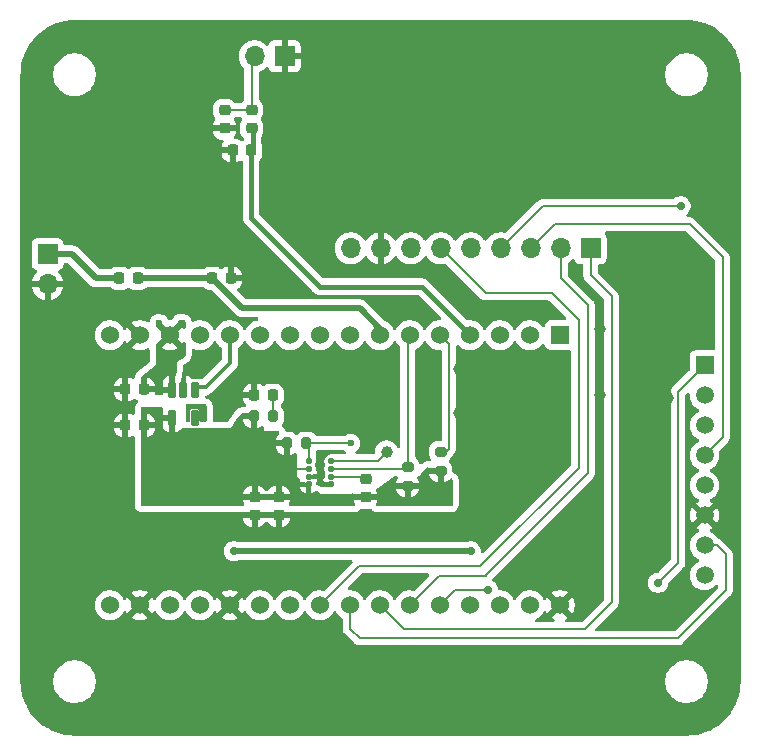
<source format=gbr>
%TF.GenerationSoftware,KiCad,Pcbnew,9.0.0*%
%TF.CreationDate,2025-11-19T13:49:17-06:00*%
%TF.ProjectId,FiltSure Prototype Three,46696c74-5375-4726-9520-50726f746f74,rev?*%
%TF.SameCoordinates,Original*%
%TF.FileFunction,Copper,L4,Bot*%
%TF.FilePolarity,Positive*%
%FSLAX46Y46*%
G04 Gerber Fmt 4.6, Leading zero omitted, Abs format (unit mm)*
G04 Created by KiCad (PCBNEW 9.0.0) date 2025-11-19 13:49:17*
%MOMM*%
%LPD*%
G01*
G04 APERTURE LIST*
G04 Aperture macros list*
%AMRoundRect*
0 Rectangle with rounded corners*
0 $1 Rounding radius*
0 $2 $3 $4 $5 $6 $7 $8 $9 X,Y pos of 4 corners*
0 Add a 4 corners polygon primitive as box body*
4,1,4,$2,$3,$4,$5,$6,$7,$8,$9,$2,$3,0*
0 Add four circle primitives for the rounded corners*
1,1,$1+$1,$2,$3*
1,1,$1+$1,$4,$5*
1,1,$1+$1,$6,$7*
1,1,$1+$1,$8,$9*
0 Add four rect primitives between the rounded corners*
20,1,$1+$1,$2,$3,$4,$5,0*
20,1,$1+$1,$4,$5,$6,$7,0*
20,1,$1+$1,$6,$7,$8,$9,0*
20,1,$1+$1,$8,$9,$2,$3,0*%
G04 Aperture macros list end*
%TA.AperFunction,SMDPad,CuDef*%
%ADD10RoundRect,0.225000X0.225000X0.250000X-0.225000X0.250000X-0.225000X-0.250000X0.225000X-0.250000X0*%
%TD*%
%TA.AperFunction,SMDPad,CuDef*%
%ADD11RoundRect,0.225000X-0.250000X0.225000X-0.250000X-0.225000X0.250000X-0.225000X0.250000X0.225000X0*%
%TD*%
%TA.AperFunction,ComponentPad*%
%ADD12O,1.700000X1.700000*%
%TD*%
%TA.AperFunction,ComponentPad*%
%ADD13R,1.700000X1.700000*%
%TD*%
%TA.AperFunction,ComponentPad*%
%ADD14R,1.524000X1.524000*%
%TD*%
%TA.AperFunction,ComponentPad*%
%ADD15C,1.524000*%
%TD*%
%TA.AperFunction,SMDPad,CuDef*%
%ADD16RoundRect,0.225000X-0.225000X-0.250000X0.225000X-0.250000X0.225000X0.250000X-0.225000X0.250000X0*%
%TD*%
%TA.AperFunction,SMDPad,CuDef*%
%ADD17RoundRect,0.056250X-0.188750X-0.168750X0.188750X-0.168750X0.188750X0.168750X-0.188750X0.168750X0*%
%TD*%
%TA.AperFunction,SMDPad,CuDef*%
%ADD18RoundRect,0.225000X0.250000X-0.225000X0.250000X0.225000X-0.250000X0.225000X-0.250000X-0.225000X0*%
%TD*%
%TA.AperFunction,SMDPad,CuDef*%
%ADD19RoundRect,0.200000X0.275000X-0.200000X0.275000X0.200000X-0.275000X0.200000X-0.275000X-0.200000X0*%
%TD*%
%TA.AperFunction,SMDPad,CuDef*%
%ADD20RoundRect,0.200000X-0.200000X-0.275000X0.200000X-0.275000X0.200000X0.275000X-0.200000X0.275000X0*%
%TD*%
%TA.AperFunction,ComponentPad*%
%ADD21R,1.508000X1.508000*%
%TD*%
%TA.AperFunction,ComponentPad*%
%ADD22C,1.508000*%
%TD*%
%TA.AperFunction,SMDPad,CuDef*%
%ADD23RoundRect,0.045000X-0.255000X0.630000X-0.255000X-0.630000X0.255000X-0.630000X0.255000X0.630000X0*%
%TD*%
%TA.AperFunction,ViaPad*%
%ADD24C,0.700000*%
%TD*%
%TA.AperFunction,ViaPad*%
%ADD25C,1.000000*%
%TD*%
%TA.AperFunction,ViaPad*%
%ADD26C,0.600000*%
%TD*%
%TA.AperFunction,Conductor*%
%ADD27C,0.200000*%
%TD*%
%TA.AperFunction,Conductor*%
%ADD28C,0.400000*%
%TD*%
%TA.AperFunction,Conductor*%
%ADD29C,0.500000*%
%TD*%
%TA.AperFunction,Conductor*%
%ADD30C,0.350000*%
%TD*%
G04 APERTURE END LIST*
D10*
%TO.P,R9,2*%
%TO.N,GND*%
X111293600Y-74418200D03*
%TO.P,R9,1*%
%TO.N,/Speed_Pin*%
X112843600Y-74418200D03*
%TD*%
D11*
%TO.P,R8,2*%
%TO.N,/Speed_Pin*%
X112877600Y-72551600D03*
%TO.P,R8,1*%
%TO.N,Net-(J2-Pin_2)*%
X112877600Y-71001600D03*
%TD*%
%TO.P,C8,2*%
%TO.N,GND*%
X110591600Y-72551600D03*
%TO.P,C8,1*%
%TO.N,Net-(J2-Pin_2)*%
X110591600Y-71001600D03*
%TD*%
D12*
%TO.P,J2,2,Pin_2*%
%TO.N,Net-(J2-Pin_2)*%
X113131600Y-66442600D03*
D13*
%TO.P,J2,1,Pin_1*%
%TO.N,GND*%
X115671600Y-66442600D03*
%TD*%
%TO.P,J1,1,Pin_1*%
%TO.N,VCC*%
X95605600Y-83201600D03*
D12*
%TO.P,J1,2,Pin_2*%
%TO.N,GND*%
X95605600Y-85741600D03*
%TD*%
D14*
%TO.P,U6,J1_1,ESP_3V3*%
%TO.N,unconnected-(U6-ESP_3V3-PadJ1_1)*%
X138980600Y-90064600D03*
D15*
%TO.P,U6,J1_2,CHIP_PU*%
%TO.N,/Reset*%
X136440600Y-90064600D03*
%TO.P,U6,J1_3,GPIO4*%
%TO.N,/Diag_Pin*%
X133900600Y-90064600D03*
%TO.P,U6,J1_4,GPIO5*%
%TO.N,/Speed_Pin*%
X131360600Y-90064600D03*
%TO.P,U6,J1_5,GPIO6*%
%TO.N,/SCK*%
X128820600Y-90064600D03*
%TO.P,U6,J1_6,GPIO7*%
%TO.N,/MOSI*%
X126280600Y-90064600D03*
%TO.P,U6,J1_7,GPIO0*%
%TO.N,/Batt_Pin*%
X123740600Y-90064600D03*
%TO.P,U6,J1_8,GPIO1*%
%TO.N,unconnected-(U6-GPIO1-PadJ1_8)*%
X121200600Y-90064600D03*
%TO.P,U6,J1_9,GPIO8*%
%TO.N,unconnected-(U6-GPIO8-PadJ1_9)*%
X118660600Y-90064600D03*
%TO.P,U6,J1_10,GPIO10*%
%TO.N,unconnected-(U6-GPIO10-PadJ1_10)*%
X116120600Y-90064600D03*
%TO.P,U6,J1_11,GPIO11*%
%TO.N,unconnected-(U6-GPIO11-PadJ1_11)*%
X113580600Y-90064600D03*
%TO.P,U6,J1_12,GPIO2*%
%TO.N,/CS_VREG*%
X111040600Y-90064600D03*
%TO.P,U6,J1_13,GPIO3*%
%TO.N,unconnected-(U6-GPIO3-PadJ1_13)*%
X108500600Y-90064600D03*
%TO.P,U6,J1_14,VCC_5V*%
%TO.N,VCC*%
X105960600Y-90064600D03*
%TO.P,U6,J1_15,GND_J1_15*%
%TO.N,GND*%
X103420600Y-90064600D03*
%TO.P,U6,J1_16,NC_J1_16*%
%TO.N,unconnected-(U6-NC_J1_16-PadJ1_16)*%
X100880600Y-90064600D03*
%TO.P,U6,J3_1,GND_J3_1*%
%TO.N,GND*%
X138980600Y-112924600D03*
%TO.P,U6,J3_2,UART_TXD*%
%TO.N,unconnected-(U6-UART_TXD-PadJ3_2)*%
X136440600Y-112924600D03*
%TO.P,U6,J3_3,UART_RXD*%
%TO.N,unconnected-(U6-UART_RXD-PadJ3_3)*%
X133900600Y-112924600D03*
%TO.P,U6,J3_4,GPIO15*%
%TO.N,/CS_BME*%
X131360600Y-112924600D03*
%TO.P,U6,J3_5,GPIO23*%
%TO.N,/CS_RFID*%
X128820600Y-112924600D03*
%TO.P,U6,J3_6,GPIO22*%
%TO.N,/CS_LoRa*%
X126280600Y-112924600D03*
%TO.P,U6,J3_7,GPIO21*%
%TO.N,/RST_LoRa*%
X123740600Y-112924600D03*
%TO.P,U6,J3_8,GPIO20*%
%TO.N,/RFID_RST*%
X121200600Y-112924600D03*
%TO.P,U6,J3_9,GPIO19*%
%TO.N,/IRQ_LoRa*%
X118660600Y-112924600D03*
%TO.P,U6,J3_10,GPIO18*%
%TO.N,/MISO*%
X116120600Y-112924600D03*
%TO.P,U6,J3_11,GPIO9*%
%TO.N,unconnected-(U6-GPIO9-PadJ3_11)*%
X113580600Y-112924600D03*
%TO.P,U6,J3_12,GND_J3_12*%
%TO.N,GND*%
X111040600Y-112924600D03*
%TO.P,U6,J3_13,GPIO13*%
%TO.N,unconnected-(U6-GPIO13-PadJ3_13)*%
X108500600Y-112924600D03*
%TO.P,U6,J3_14,GPIO12*%
%TO.N,unconnected-(U6-GPIO12-PadJ3_14)*%
X105960600Y-112924600D03*
%TO.P,U6,J3_15,GND_J3_15*%
%TO.N,GND*%
X103420600Y-112924600D03*
%TO.P,U6,J3_16,NC_J3_16*%
%TO.N,unconnected-(U6-NC_J3_16-PadJ3_16)*%
X100880600Y-112924600D03*
%TD*%
D16*
%TO.P,R6,1*%
%TO.N,VCC*%
X101688600Y-85238600D03*
%TO.P,R6,2*%
%TO.N,/Batt_Pin*%
X103238600Y-85238600D03*
%TD*%
D17*
%TO.P,U4,1,GND*%
%TO.N,GND*%
X119643600Y-102682600D03*
%TO.P,U4,2,CSB*%
%TO.N,/CS_BME*%
X119643600Y-102032600D03*
%TO.P,U4,3,SDI*%
%TO.N,/MOSI*%
X119643600Y-101382600D03*
%TO.P,U4,4,SCK*%
%TO.N,/SCK*%
X119643600Y-100732600D03*
%TO.P,U4,5,SDO*%
%TO.N,/MISO*%
X117703600Y-100732600D03*
%TO.P,U4,6,VDDIO*%
%TO.N,+3.3V*%
X117703600Y-101382600D03*
%TO.P,U4,7,GND*%
%TO.N,GND*%
X117703600Y-102032600D03*
%TO.P,U4,8,VDD*%
%TO.N,+3.3V*%
X117703600Y-102682600D03*
%TD*%
D18*
%TO.P,R4,1*%
%TO.N,+3.3V*%
X122529600Y-103793600D03*
%TO.P,R4,2*%
%TO.N,/CS_BME*%
X122529600Y-102243600D03*
%TD*%
D19*
%TO.P,R12,1*%
%TO.N,+3.3V*%
X128879600Y-101557600D03*
%TO.P,R12,2*%
%TO.N,/SCK*%
X128879600Y-99907600D03*
%TD*%
D11*
%TO.P,R5,1*%
%TO.N,+3.3V*%
X115163600Y-103767600D03*
%TO.P,R5,2*%
%TO.N,GND*%
X115163600Y-105317600D03*
%TD*%
%TO.P,C4,1*%
%TO.N,+3.3V*%
X113131600Y-103767600D03*
%TO.P,C4,2*%
%TO.N,GND*%
X113131600Y-105317600D03*
%TD*%
D16*
%TO.P,Power,1,K*%
%TO.N,GND*%
X113118600Y-95144600D03*
%TO.P,Power,2,A*%
%TO.N,Net-(Green1-A)*%
X114668600Y-95144600D03*
%TD*%
D20*
%TO.P,R3,1*%
%TO.N,+3.3V*%
X113068600Y-96922600D03*
%TO.P,R3,2*%
%TO.N,Net-(Green1-A)*%
X114718600Y-96922600D03*
%TD*%
D10*
%TO.P,C3,1*%
%TO.N,+3.3V*%
X103746600Y-97684600D03*
%TO.P,C3,2*%
%TO.N,GND*%
X102196600Y-97684600D03*
%TD*%
D19*
%TO.P,R11,1*%
%TO.N,+3.3V*%
X126085600Y-102827600D03*
%TO.P,R11,2*%
%TO.N,/MOSI*%
X126085600Y-101177600D03*
%TD*%
D13*
%TO.P,U3,1,GND*%
%TO.N,/RST_LoRa*%
X141579600Y-82698600D03*
D12*
%TO.P,U3,2,MISO*%
%TO.N,/CS_LoRa*%
X139039600Y-82698600D03*
%TO.P,U3,3,MOSI*%
%TO.N,/MISO*%
X136499600Y-82698600D03*
%TO.P,U3,4,SCK*%
%TO.N,/MOSI*%
X133959600Y-82698600D03*
%TO.P,U3,5,NSS*%
%TO.N,/SCK*%
X131419600Y-82698600D03*
%TO.P,U3,6,RESET*%
%TO.N,/IRQ_LoRa*%
X128879600Y-82698600D03*
%TO.P,U3,7,DIO5*%
%TO.N,unconnected-(U3-DIO5-Pad7)*%
X126339600Y-82698600D03*
%TO.P,U3,8,GND@1*%
%TO.N,GND*%
X123799600Y-82698600D03*
%TO.P,U3,9,ANT*%
%TO.N,+3.3V*%
X121259600Y-82698600D03*
%TD*%
D21*
%TO.P,M1,1,SDA*%
%TO.N,/CS_RFID*%
X151231600Y-92604600D03*
D22*
%TO.P,M1,2,SCK*%
%TO.N,/SCK*%
X151231600Y-95144600D03*
%TO.P,M1,3,MOSI*%
%TO.N,/MOSI*%
X151231600Y-97684600D03*
%TO.P,M1,4,MISO*%
%TO.N,/MISO*%
X151231600Y-100224600D03*
%TO.P,M1,5,IRQ*%
%TO.N,unconnected-(M1-IRQ-Pad5)*%
X151231600Y-102764600D03*
%TO.P,M1,6,GND*%
%TO.N,GND*%
X151231600Y-105304600D03*
%TO.P,M1,7,RST*%
%TO.N,/RFID_RST*%
X151231600Y-107844600D03*
%TO.P,M1,8,3V3*%
%TO.N,+3.3V*%
X151231600Y-110384600D03*
%TD*%
D16*
%TO.P,R7,1*%
%TO.N,/Batt_Pin*%
X109562600Y-85238600D03*
%TO.P,R7,2*%
%TO.N,GND*%
X111112600Y-85238600D03*
%TD*%
D20*
%TO.P,R10,1*%
%TO.N,+3.3V*%
X115862600Y-99208600D03*
%TO.P,R10,2*%
%TO.N,/MISO*%
X117512600Y-99208600D03*
%TD*%
D23*
%TO.P,U2,1,VIN*%
%TO.N,VCC*%
X106151600Y-94721600D03*
%TO.P,U2,2,GND*%
%TO.N,GND*%
X107101600Y-94721600D03*
%TO.P,U2,3,EN*%
%TO.N,/CS_VREG*%
X108051600Y-94721600D03*
%TO.P,U2,4*%
%TO.N,N/C*%
X108051600Y-97091600D03*
%TO.P,U2,5,VOUT*%
%TO.N,+3.3V*%
X106151600Y-97091600D03*
%TD*%
D10*
%TO.P,C1,1*%
%TO.N,VCC*%
X103746600Y-94636600D03*
%TO.P,C1,2*%
%TO.N,GND*%
X102196600Y-94636600D03*
%TD*%
D24*
%TO.N,+3.3V*%
X131419600Y-108352600D03*
D25*
%TO.N,GND*%
X117703600Y-109876600D03*
X132181600Y-102002600D03*
X131419600Y-106320600D03*
X113639600Y-109876600D03*
X125577600Y-107082600D03*
X117703600Y-107082600D03*
X108813600Y-92350600D03*
X145389600Y-102002600D03*
X124561600Y-96668600D03*
X136753600Y-100224600D03*
X148125914Y-95340914D03*
X142341600Y-95144600D03*
X108559600Y-109876600D03*
X127609600Y-97938600D03*
X122529600Y-111146600D03*
X131419600Y-104542600D03*
X137261600Y-102002600D03*
X103733600Y-109876600D03*
X128879600Y-106066600D03*
X137261600Y-107402600D03*
X127609600Y-92096600D03*
X124852352Y-92946759D03*
X134485462Y-105756959D03*
X121513600Y-107082600D03*
X147871914Y-92800914D03*
X121513600Y-105558600D03*
X125069600Y-111146600D03*
X142145286Y-106516914D03*
X142341600Y-89556600D03*
X130403600Y-96668600D03*
X140817600Y-107402600D03*
X138648386Y-106691386D03*
D24*
X118719600Y-102002600D03*
D25*
X130403600Y-92946759D03*
X127609600Y-95398600D03*
%TO.N,+3.3V*%
X111353600Y-103018600D03*
X107797600Y-103018600D03*
X107797600Y-101240600D03*
X109575600Y-99462600D03*
X111353600Y-99462600D03*
X106019600Y-99462600D03*
X107797600Y-99462600D03*
X109575600Y-103018600D03*
D24*
X111353600Y-108352600D03*
D25*
X111353600Y-101240600D03*
X106019600Y-103018600D03*
X106019600Y-101240600D03*
X109575600Y-101240600D03*
D24*
%TO.N,/CS_BME*%
X122529600Y-102243600D03*
D25*
%TO.N,/SCK*%
X124307600Y-99970600D03*
D24*
X128879600Y-99907600D03*
D26*
%TO.N,/MISO*%
X121259600Y-99208600D03*
D24*
%TO.N,/MOSI*%
X149199600Y-79142600D03*
X126085600Y-101177600D03*
%TO.N,/CS_RFID*%
X147294600Y-111019600D03*
X132919101Y-111654599D03*
%TD*%
D27*
%TO.N,/RFID_RST*%
X153009600Y-111654600D02*
X153009600Y-108606600D01*
X122021600Y-115718600D02*
X148945600Y-115718600D01*
X148945600Y-115718600D02*
X153009600Y-111654600D01*
X121200600Y-112924600D02*
X121200600Y-114897600D01*
X121200600Y-114897600D02*
X122021600Y-115718600D01*
%TO.N,GND*%
X107101600Y-93300600D02*
X108051600Y-92350600D01*
X108051600Y-92350600D02*
X108813600Y-92350600D01*
X107101600Y-94721600D02*
X107101600Y-93300600D01*
X117733600Y-102002600D02*
X117703600Y-102032600D01*
X118719600Y-102002600D02*
X117733600Y-102002600D01*
X119055600Y-102682600D02*
X119643600Y-102682600D01*
X118719600Y-102346600D02*
X119055600Y-102682600D01*
X118719600Y-102002600D02*
X118719600Y-102346600D01*
D28*
%TO.N,/Speed_Pin*%
X131360600Y-90005600D02*
X131360600Y-90064600D01*
X112838615Y-80119615D02*
X118660598Y-85941598D01*
X127296598Y-85941598D02*
X131360600Y-90005600D01*
X112838615Y-74423185D02*
X112838615Y-80119615D01*
X112843600Y-74418200D02*
X112838615Y-74423185D01*
X118660598Y-85941598D02*
X127296598Y-85941598D01*
D27*
%TO.N,/CS_RFID*%
X148984600Y-94851600D02*
X148984600Y-109329600D01*
X148984600Y-109329600D02*
X147294600Y-111019600D01*
X151231600Y-92604600D02*
X148984600Y-94851600D01*
%TO.N,/MISO*%
X152755600Y-98700600D02*
X151231600Y-100224600D01*
X152755600Y-91842600D02*
X152755600Y-98700600D01*
D29*
%TO.N,+3.3V*%
X111353600Y-108352600D02*
X131419600Y-108352600D01*
D27*
%TO.N,/RFID_RST*%
X153009600Y-108606600D02*
X152247600Y-107844600D01*
X152247600Y-107844600D02*
X151231600Y-107844600D01*
D29*
%TO.N,VCC*%
X99700600Y-85238600D02*
X101688600Y-85238600D01*
X97663600Y-83201600D02*
X99700600Y-85238600D01*
X95605600Y-83201600D02*
X97663600Y-83201600D01*
D27*
%TO.N,+3.3V*%
X116321600Y-101382600D02*
X115862600Y-100923600D01*
X113131600Y-96985600D02*
X113068600Y-96922600D01*
X117703600Y-101382600D02*
X116321600Y-101382600D01*
X115862600Y-100923600D02*
X115862600Y-99208600D01*
%TO.N,/CS_BME*%
X122318600Y-102032600D02*
X122529600Y-102243600D01*
X119643600Y-102032600D02*
X122318600Y-102032600D01*
%TO.N,Net-(Green1-A)*%
X114718600Y-95194600D02*
X114668600Y-95144600D01*
X114718600Y-96922600D02*
X114718600Y-95194600D01*
%TO.N,/SCK*%
X119643600Y-100732600D02*
X123545600Y-100732600D01*
X128879600Y-99907600D02*
X129354600Y-99907600D01*
X129582599Y-90826599D02*
X128820600Y-90064600D01*
X123545600Y-100732600D02*
X124307600Y-99970600D01*
X129354600Y-99907600D02*
X129582599Y-99679601D01*
X129582599Y-99679601D02*
X129582599Y-90826599D01*
%TO.N,/MISO*%
X117512600Y-99208600D02*
X121259600Y-99208600D01*
X152755600Y-83460600D02*
X149961600Y-80666600D01*
X117703600Y-100732600D02*
X117703600Y-99399600D01*
X117703600Y-99399600D02*
X117512600Y-99208600D01*
X138531600Y-80666600D02*
X136499600Y-82698600D01*
X149961600Y-80666600D02*
X138531600Y-80666600D01*
X152755600Y-91842600D02*
X152755600Y-83460600D01*
%TO.N,/MOSI*%
X133959600Y-82698600D02*
X137515600Y-79142600D01*
X137515600Y-79142600D02*
X149199600Y-79142600D01*
X125880600Y-101382600D02*
X126085600Y-101177600D01*
X119643600Y-101382600D02*
X125880600Y-101382600D01*
X126085600Y-90259600D02*
X126280600Y-90064600D01*
X126085600Y-101177600D02*
X126085600Y-90259600D01*
%TO.N,/CS_LoRa*%
X141325600Y-101748600D02*
X141325600Y-87524600D01*
X139039600Y-85238600D02*
X139039600Y-82698600D01*
X132689600Y-110482100D02*
X132689600Y-110384600D01*
X126280600Y-112924600D02*
X128723100Y-110482100D01*
X141325600Y-87524600D02*
X139039600Y-85238600D01*
X128723100Y-110482100D02*
X132689600Y-110482100D01*
X132689600Y-110384600D02*
X141325600Y-101748600D01*
%TO.N,/CS_RFID*%
X130090601Y-111654599D02*
X132919101Y-111654599D01*
X128820600Y-112924600D02*
X130090601Y-111654599D01*
D30*
%TO.N,/CS_VREG*%
X107985600Y-94467600D02*
X108982600Y-94467600D01*
X108982600Y-94467600D02*
X111040600Y-92409600D01*
X111040600Y-92409600D02*
X111040600Y-90064600D01*
D27*
%TO.N,Net-(J2-Pin_2)*%
X112877600Y-66696600D02*
X113131600Y-66442600D01*
%TO.N,/RST_LoRa*%
X141579600Y-84984600D02*
X141579600Y-82698600D01*
X143357600Y-86762600D02*
X141579600Y-84984600D01*
X123740600Y-112924600D02*
X125772600Y-114956600D01*
X125772600Y-114956600D02*
X141071600Y-114956600D01*
X141071600Y-114956600D02*
X143357600Y-112670600D01*
X143357600Y-112670600D02*
X143357600Y-86762600D01*
D29*
%TO.N,/Batt_Pin*%
X123740600Y-89497600D02*
X123740600Y-90064600D01*
X122021600Y-87778600D02*
X123740600Y-89497600D01*
X109562600Y-85238600D02*
X112102600Y-87778600D01*
X103238600Y-85238600D02*
X109562600Y-85238600D01*
X112102600Y-87778600D02*
X122021600Y-87778600D01*
D27*
%TO.N,/IRQ_LoRa*%
X121962600Y-109622600D02*
X132221414Y-109622600D01*
X118660600Y-112924600D02*
X121962600Y-109622600D01*
X132689600Y-86508600D02*
X128879600Y-82698600D01*
X132221414Y-109622600D02*
X140563600Y-101280414D01*
X140563600Y-88794600D02*
X138277600Y-86508600D01*
X138277600Y-86508600D02*
X132689600Y-86508600D01*
X140563600Y-101280414D02*
X140563600Y-88794600D01*
%TO.N,Net-(J2-Pin_2)*%
X110451600Y-71001600D02*
X110439200Y-71014000D01*
X112877600Y-71001600D02*
X110451600Y-71001600D01*
X112877600Y-71001600D02*
X112877600Y-66696600D01*
%TO.N,/Speed_Pin*%
X113008400Y-74431200D02*
X113008400Y-74431000D01*
D28*
X112877600Y-72551600D02*
X113008400Y-72682400D01*
X113008400Y-72682400D02*
X113008400Y-74431000D01*
X113008400Y-74431000D02*
X113033800Y-74405600D01*
%TD*%
%TA.AperFunction,Conductor*%
%TO.N,GND*%
G36*
X149725647Y-81287062D02*
G01*
X149756506Y-81310741D01*
X152111459Y-83665694D01*
X152150023Y-83732489D01*
X152155100Y-83771053D01*
X152155100Y-91201100D01*
X152135138Y-91275600D01*
X152080600Y-91330138D01*
X152006100Y-91350100D01*
X150429736Y-91350100D01*
X150429711Y-91350102D01*
X150370121Y-91356508D01*
X150370115Y-91356509D01*
X150235270Y-91406802D01*
X150235266Y-91406804D01*
X150120055Y-91493052D01*
X150120052Y-91493055D01*
X150033804Y-91608266D01*
X150033802Y-91608270D01*
X149983508Y-91743117D01*
X149977100Y-91802714D01*
X149977100Y-92948146D01*
X149957138Y-93022646D01*
X149933459Y-93053505D01*
X148504080Y-94482883D01*
X148504079Y-94482885D01*
X148486925Y-94512598D01*
X148486923Y-94512601D01*
X148425023Y-94619812D01*
X148384099Y-94772542D01*
X148384099Y-94942661D01*
X148384100Y-94942674D01*
X148384100Y-109019147D01*
X148364138Y-109093647D01*
X148340459Y-109124506D01*
X147339506Y-110125459D01*
X147272711Y-110164023D01*
X147234147Y-110169100D01*
X147210833Y-110169100D01*
X147046520Y-110201783D01*
X146891741Y-110265894D01*
X146891729Y-110265901D01*
X146752441Y-110358971D01*
X146752434Y-110358977D01*
X146633977Y-110477434D01*
X146633971Y-110477441D01*
X146540901Y-110616729D01*
X146540894Y-110616741D01*
X146476783Y-110771520D01*
X146444100Y-110935832D01*
X146444100Y-111103367D01*
X146476783Y-111267679D01*
X146540894Y-111422458D01*
X146540901Y-111422470D01*
X146624238Y-111547191D01*
X146633974Y-111561762D01*
X146752438Y-111680226D01*
X146752441Y-111680228D01*
X146891729Y-111773298D01*
X146891733Y-111773300D01*
X146891737Y-111773303D01*
X146891738Y-111773303D01*
X146891741Y-111773305D01*
X146937072Y-111792081D01*
X147046518Y-111837416D01*
X147210833Y-111870100D01*
X147378367Y-111870100D01*
X147542682Y-111837416D01*
X147697463Y-111773303D01*
X147836762Y-111680226D01*
X147955226Y-111561762D01*
X148048303Y-111422463D01*
X148112416Y-111267682D01*
X148145100Y-111103367D01*
X148145100Y-111080052D01*
X148165062Y-111005552D01*
X148188737Y-110974697D01*
X149341048Y-109822385D01*
X149341053Y-109822382D01*
X149353314Y-109810120D01*
X149353316Y-109810120D01*
X149465120Y-109698316D01*
X149540734Y-109567348D01*
X149544177Y-109561385D01*
X149585101Y-109408657D01*
X149585101Y-109250543D01*
X149585101Y-109241415D01*
X149585100Y-109241397D01*
X149585100Y-95162052D01*
X149605062Y-95087552D01*
X149628737Y-95056696D01*
X149722742Y-94962691D01*
X149789536Y-94924129D01*
X149866664Y-94924129D01*
X149933459Y-94962693D01*
X149972023Y-95029488D01*
X149977100Y-95068052D01*
X149977100Y-95243331D01*
X149990828Y-95330011D01*
X150007990Y-95438368D01*
X150069010Y-95626165D01*
X150158654Y-95802097D01*
X150158657Y-95802103D01*
X150193651Y-95850268D01*
X150274721Y-95961852D01*
X150414348Y-96101479D01*
X150574099Y-96217544D01*
X150599140Y-96230303D01*
X150700286Y-96281841D01*
X150757603Y-96333450D01*
X150781436Y-96406803D01*
X150765399Y-96482246D01*
X150713790Y-96539563D01*
X150700286Y-96547359D01*
X150574102Y-96611654D01*
X150574096Y-96611657D01*
X150414349Y-96727720D01*
X150414346Y-96727722D01*
X150274722Y-96867346D01*
X150274720Y-96867349D01*
X150158657Y-97027096D01*
X150158654Y-97027102D01*
X150069010Y-97203034D01*
X150007991Y-97390831D01*
X150007990Y-97390831D01*
X149992726Y-97487210D01*
X149977100Y-97585869D01*
X149977100Y-97783331D01*
X149984064Y-97827298D01*
X150007990Y-97978368D01*
X150069010Y-98166165D01*
X150158654Y-98342097D01*
X150158657Y-98342103D01*
X150206607Y-98408100D01*
X150274721Y-98501852D01*
X150414348Y-98641479D01*
X150574099Y-98757544D01*
X150617492Y-98779654D01*
X150700286Y-98821841D01*
X150757603Y-98873450D01*
X150781436Y-98946803D01*
X150765399Y-99022246D01*
X150713790Y-99079563D01*
X150700286Y-99087359D01*
X150574102Y-99151654D01*
X150574096Y-99151657D01*
X150414349Y-99267720D01*
X150414346Y-99267722D01*
X150274722Y-99407346D01*
X150274720Y-99407349D01*
X150158657Y-99567096D01*
X150158654Y-99567102D01*
X150069010Y-99743034D01*
X150007991Y-99930831D01*
X150007990Y-99930831D01*
X149995594Y-100009100D01*
X149977100Y-100125869D01*
X149977100Y-100323331D01*
X149982246Y-100355820D01*
X150007990Y-100518368D01*
X150069010Y-100706165D01*
X150158654Y-100882097D01*
X150158657Y-100882103D01*
X150205031Y-100945931D01*
X150274721Y-101041852D01*
X150414348Y-101181479D01*
X150574099Y-101297544D01*
X150585869Y-101303541D01*
X150700286Y-101361841D01*
X150757603Y-101413450D01*
X150781436Y-101486803D01*
X150765399Y-101562246D01*
X150713790Y-101619563D01*
X150700286Y-101627359D01*
X150574102Y-101691654D01*
X150574096Y-101691657D01*
X150414349Y-101807720D01*
X150414346Y-101807722D01*
X150274722Y-101947346D01*
X150274720Y-101947349D01*
X150158657Y-102107096D01*
X150158654Y-102107102D01*
X150069010Y-102283034D01*
X150007991Y-102470831D01*
X150007990Y-102470831D01*
X149989491Y-102587636D01*
X149977100Y-102665869D01*
X149977100Y-102863331D01*
X149990828Y-102950011D01*
X150007990Y-103058368D01*
X150069010Y-103246165D01*
X150155478Y-103415864D01*
X150158656Y-103422101D01*
X150274721Y-103581852D01*
X150414348Y-103721479D01*
X150542431Y-103814536D01*
X150574096Y-103837542D01*
X150574097Y-103837543D01*
X150700835Y-103902120D01*
X150758152Y-103953730D01*
X150781986Y-104027083D01*
X150765950Y-104102525D01*
X150714340Y-104159842D01*
X150700836Y-104167639D01*
X150574362Y-104232082D01*
X150538610Y-104258056D01*
X150538610Y-104258057D01*
X151102190Y-104821637D01*
X151038607Y-104838675D01*
X150924593Y-104904501D01*
X150831501Y-104997593D01*
X150765675Y-105111607D01*
X150748637Y-105175190D01*
X150185057Y-104611610D01*
X150185056Y-104611610D01*
X150159083Y-104647360D01*
X150069472Y-104823228D01*
X150008478Y-105010948D01*
X150008477Y-105010948D01*
X149977600Y-105205912D01*
X149977600Y-105403287D01*
X150008477Y-105598251D01*
X150069472Y-105785971D01*
X150159084Y-105961840D01*
X150185057Y-105997588D01*
X150748637Y-105434008D01*
X150765675Y-105497593D01*
X150831501Y-105611607D01*
X150924593Y-105704699D01*
X151038607Y-105770525D01*
X151102190Y-105787562D01*
X150538610Y-106351142D01*
X150574359Y-106377115D01*
X150574359Y-106377116D01*
X150700835Y-106441559D01*
X150758152Y-106493168D01*
X150781986Y-106566521D01*
X150765950Y-106641964D01*
X150714341Y-106699281D01*
X150700836Y-106707078D01*
X150574102Y-106771653D01*
X150574096Y-106771657D01*
X150414349Y-106887720D01*
X150414346Y-106887722D01*
X150274722Y-107027346D01*
X150274720Y-107027349D01*
X150158657Y-107187096D01*
X150158654Y-107187102D01*
X150069010Y-107363034D01*
X150007991Y-107550831D01*
X150007990Y-107550831D01*
X149987396Y-107680858D01*
X149977100Y-107745869D01*
X149977100Y-107943331D01*
X149990828Y-108030011D01*
X150007990Y-108138368D01*
X150069010Y-108326165D01*
X150158654Y-108502097D01*
X150158657Y-108502103D01*
X150177143Y-108527547D01*
X150274721Y-108661852D01*
X150414348Y-108801479D01*
X150574099Y-108917544D01*
X150627156Y-108944578D01*
X150700286Y-108981841D01*
X150757603Y-109033450D01*
X150781436Y-109106803D01*
X150765399Y-109182246D01*
X150713790Y-109239563D01*
X150700286Y-109247359D01*
X150574102Y-109311654D01*
X150574096Y-109311657D01*
X150414349Y-109427720D01*
X150414346Y-109427722D01*
X150274722Y-109567346D01*
X150274721Y-109567348D01*
X150158657Y-109727096D01*
X150158654Y-109727102D01*
X150069010Y-109903034D01*
X150007991Y-110090831D01*
X150007990Y-110090831D01*
X150002506Y-110125459D01*
X149977100Y-110285869D01*
X149977100Y-110483331D01*
X149990828Y-110570011D01*
X150007990Y-110678368D01*
X150069010Y-110866165D01*
X150158654Y-111042097D01*
X150158657Y-111042103D01*
X150197105Y-111095022D01*
X150274721Y-111201852D01*
X150414348Y-111341479D01*
X150542431Y-111434536D01*
X150563035Y-111449506D01*
X150574099Y-111457544D01*
X150660509Y-111501573D01*
X150750034Y-111547189D01*
X150750036Y-111547189D01*
X150750039Y-111547191D01*
X150874406Y-111587600D01*
X150937831Y-111608208D01*
X150937831Y-111608209D01*
X150937836Y-111608209D01*
X150937837Y-111608210D01*
X151132869Y-111639100D01*
X151132873Y-111639100D01*
X151330327Y-111639100D01*
X151330331Y-111639100D01*
X151525363Y-111608210D01*
X151525364Y-111608209D01*
X151525368Y-111608209D01*
X151525368Y-111608208D01*
X151713161Y-111547191D01*
X151889101Y-111457544D01*
X152048852Y-111341479D01*
X152154741Y-111235590D01*
X152171728Y-111225782D01*
X152185600Y-111211911D01*
X152204548Y-111206833D01*
X152221536Y-111197026D01*
X152241152Y-111197026D01*
X152260100Y-111191949D01*
X152279048Y-111197026D01*
X152298664Y-111197026D01*
X152315651Y-111206833D01*
X152334600Y-111211911D01*
X152348471Y-111225782D01*
X152365459Y-111235590D01*
X152375266Y-111252577D01*
X152389138Y-111266449D01*
X152394215Y-111285397D01*
X152404023Y-111302385D01*
X152409100Y-111340949D01*
X152409100Y-111344147D01*
X152389138Y-111418647D01*
X152365459Y-111449506D01*
X148740506Y-115074459D01*
X148673711Y-115113023D01*
X148635147Y-115118100D01*
X142119053Y-115118100D01*
X142044553Y-115098138D01*
X141990015Y-115043600D01*
X141970053Y-114969100D01*
X141990015Y-114894600D01*
X142013694Y-114863741D01*
X142290288Y-114587147D01*
X143714048Y-113163385D01*
X143714053Y-113163382D01*
X143726314Y-113151120D01*
X143726316Y-113151120D01*
X143838120Y-113039316D01*
X143888239Y-112952504D01*
X143917177Y-112902385D01*
X143958100Y-112749658D01*
X143958100Y-112591543D01*
X143958100Y-86853675D01*
X143958101Y-86853662D01*
X143958101Y-86683547D01*
X143958101Y-86683543D01*
X143917177Y-86530816D01*
X143838120Y-86393884D01*
X142223741Y-84779505D01*
X142185177Y-84712710D01*
X142180100Y-84674146D01*
X142180100Y-84198099D01*
X142200062Y-84123599D01*
X142254600Y-84069061D01*
X142329100Y-84049099D01*
X142477464Y-84049099D01*
X142477472Y-84049099D01*
X142537083Y-84042691D01*
X142662963Y-83995741D01*
X142671929Y-83992397D01*
X142671933Y-83992395D01*
X142761777Y-83925137D01*
X142787146Y-83906146D01*
X142873396Y-83790931D01*
X142923691Y-83656083D01*
X142926837Y-83626823D01*
X142930099Y-83596485D01*
X142930099Y-83596482D01*
X142930100Y-83596473D01*
X142930099Y-81800728D01*
X142923691Y-81741117D01*
X142896605Y-81668495D01*
X142873397Y-81606270D01*
X142873394Y-81606266D01*
X142797881Y-81505393D01*
X142769215Y-81433790D01*
X142780191Y-81357447D01*
X142827868Y-81296820D01*
X142899471Y-81268154D01*
X142917161Y-81267100D01*
X149651147Y-81267100D01*
X149725647Y-81287062D01*
G37*
%TD.AperFunction*%
%TA.AperFunction,Conductor*%
G36*
X138507219Y-113120681D02*
G01*
X138574098Y-113236520D01*
X138668680Y-113331102D01*
X138784519Y-113397981D01*
X138844657Y-113414094D01*
X138281882Y-113976869D01*
X138319164Y-114003956D01*
X138319166Y-114003957D01*
X138457299Y-114074340D01*
X138514616Y-114125949D01*
X138538450Y-114199302D01*
X138522414Y-114274745D01*
X138470805Y-114332062D01*
X138397452Y-114355896D01*
X138389654Y-114356100D01*
X137032649Y-114356100D01*
X136958149Y-114336138D01*
X136903611Y-114281600D01*
X136883649Y-114207100D01*
X136903611Y-114132600D01*
X136958149Y-114078062D01*
X136965004Y-114074340D01*
X136998892Y-114057073D01*
X137102294Y-114004387D01*
X137263064Y-113887581D01*
X137403581Y-113747064D01*
X137520387Y-113586294D01*
X137578121Y-113472984D01*
X137629730Y-113415668D01*
X137703083Y-113391834D01*
X137778526Y-113407870D01*
X137835843Y-113459479D01*
X137843641Y-113472985D01*
X137901242Y-113586033D01*
X137901243Y-113586035D01*
X137928329Y-113623315D01*
X137928330Y-113623315D01*
X138491104Y-113060541D01*
X138507219Y-113120681D01*
G37*
%TD.AperFunction*%
%TA.AperFunction,Conductor*%
G36*
X140142088Y-83604112D02*
G01*
X140149341Y-83604112D01*
X140176797Y-83619963D01*
X140205646Y-83633139D01*
X140209854Y-83639049D01*
X140216136Y-83642676D01*
X140250384Y-83695966D01*
X140285802Y-83790929D01*
X140285804Y-83790933D01*
X140372052Y-83906144D01*
X140372055Y-83906147D01*
X140487266Y-83992395D01*
X140487270Y-83992397D01*
X140622117Y-84042691D01*
X140681714Y-84049099D01*
X140681718Y-84049099D01*
X140681727Y-84049100D01*
X140830100Y-84049099D01*
X140904599Y-84069061D01*
X140959137Y-84123598D01*
X140979100Y-84198098D01*
X140979100Y-84896397D01*
X140979099Y-84896415D01*
X140979099Y-85063657D01*
X141020023Y-85216385D01*
X141020023Y-85216387D01*
X141048958Y-85266502D01*
X141048961Y-85266505D01*
X141048961Y-85266506D01*
X141099079Y-85353315D01*
X141219374Y-85473610D01*
X141219380Y-85473615D01*
X142713459Y-86967694D01*
X142752023Y-87034489D01*
X142757100Y-87073053D01*
X142757100Y-112360147D01*
X142737138Y-112434647D01*
X142713459Y-112465506D01*
X140866506Y-114312459D01*
X140799711Y-114351023D01*
X140761147Y-114356100D01*
X139571546Y-114356100D01*
X139497046Y-114336138D01*
X139442508Y-114281600D01*
X139422546Y-114207100D01*
X139442508Y-114132600D01*
X139497046Y-114078062D01*
X139503902Y-114074340D01*
X139642023Y-114003963D01*
X139642035Y-114003956D01*
X139679315Y-113976869D01*
X139679316Y-113976869D01*
X139116542Y-113414095D01*
X139176681Y-113397981D01*
X139292520Y-113331102D01*
X139387102Y-113236520D01*
X139453981Y-113120681D01*
X139470095Y-113060542D01*
X140032869Y-113623316D01*
X140032869Y-113623315D01*
X140059956Y-113586035D01*
X140059963Y-113586023D01*
X140150135Y-113409050D01*
X140150144Y-113409030D01*
X140211524Y-113220121D01*
X140242600Y-113023917D01*
X140242600Y-112825282D01*
X140211524Y-112629078D01*
X140150144Y-112440169D01*
X140150138Y-112440154D01*
X140059957Y-112263166D01*
X140059956Y-112263164D01*
X140032869Y-112225883D01*
X139470094Y-112788657D01*
X139453981Y-112728519D01*
X139387102Y-112612680D01*
X139292520Y-112518098D01*
X139176681Y-112451219D01*
X139116540Y-112435104D01*
X139679315Y-111872330D01*
X139679315Y-111872329D01*
X139642035Y-111845243D01*
X139642033Y-111845242D01*
X139465045Y-111755061D01*
X139465030Y-111755055D01*
X139276121Y-111693675D01*
X139079917Y-111662600D01*
X138881283Y-111662600D01*
X138685078Y-111693675D01*
X138496169Y-111755055D01*
X138496154Y-111755061D01*
X138319166Y-111845242D01*
X138319157Y-111845247D01*
X138281883Y-111872328D01*
X138281883Y-111872330D01*
X138844657Y-112435104D01*
X138784519Y-112451219D01*
X138668680Y-112518098D01*
X138574098Y-112612680D01*
X138507219Y-112728519D01*
X138491104Y-112788657D01*
X137928330Y-112225883D01*
X137928328Y-112225883D01*
X137901247Y-112263157D01*
X137901242Y-112263166D01*
X137843641Y-112376214D01*
X137792032Y-112433531D01*
X137718679Y-112457365D01*
X137643236Y-112441329D01*
X137585919Y-112389720D01*
X137578121Y-112376214D01*
X137560488Y-112341609D01*
X137520387Y-112262906D01*
X137403581Y-112102136D01*
X137263064Y-111961619D01*
X137102294Y-111844813D01*
X137044764Y-111815500D01*
X136925234Y-111754595D01*
X136736241Y-111693188D01*
X136736241Y-111693187D01*
X136627194Y-111675916D01*
X136539961Y-111662100D01*
X136341239Y-111662100D01*
X136262729Y-111674534D01*
X136144958Y-111693187D01*
X136144958Y-111693188D01*
X135955965Y-111754595D01*
X135778904Y-111844814D01*
X135618139Y-111961616D01*
X135477616Y-112102139D01*
X135360814Y-112262904D01*
X135303360Y-112375663D01*
X135251751Y-112432980D01*
X135178397Y-112456814D01*
X135102955Y-112440778D01*
X135045638Y-112389169D01*
X135037840Y-112375663D01*
X135028887Y-112358092D01*
X134980387Y-112262906D01*
X134863581Y-112102136D01*
X134723064Y-111961619D01*
X134562294Y-111844813D01*
X134504764Y-111815500D01*
X134385234Y-111754595D01*
X134196241Y-111693188D01*
X134196241Y-111693187D01*
X134087194Y-111675916D01*
X133999961Y-111662100D01*
X133910036Y-111662100D01*
X133835536Y-111642138D01*
X133780998Y-111587600D01*
X133763899Y-111542168D01*
X133747066Y-111457544D01*
X133736917Y-111406517D01*
X133679408Y-111267679D01*
X133672806Y-111251740D01*
X133672799Y-111251728D01*
X133579729Y-111112440D01*
X133579727Y-111112437D01*
X133461263Y-110993973D01*
X133432409Y-110974693D01*
X133321964Y-110900895D01*
X133318053Y-110898805D01*
X133316103Y-110896979D01*
X133315877Y-110896828D01*
X133315902Y-110896790D01*
X133300688Y-110882542D01*
X133280378Y-110870143D01*
X133273003Y-110856614D01*
X133261758Y-110846083D01*
X133254850Y-110823314D01*
X133243462Y-110802423D01*
X133244494Y-110789178D01*
X133239367Y-110772277D01*
X133245352Y-110725318D01*
X133248240Y-110715505D01*
X133249177Y-110713884D01*
X133253825Y-110696534D01*
X133254336Y-110694801D01*
X133273515Y-110663384D01*
X133291906Y-110631527D01*
X141682048Y-102241386D01*
X141682053Y-102241382D01*
X141694314Y-102229120D01*
X141694316Y-102229120D01*
X141806120Y-102117316D01*
X141885177Y-101980384D01*
X141925759Y-101828931D01*
X141926100Y-101827658D01*
X141926100Y-101669543D01*
X141926100Y-87445543D01*
X141926099Y-87445541D01*
X141926099Y-87445537D01*
X141893045Y-87322175D01*
X141893045Y-87322174D01*
X141885180Y-87292823D01*
X141885178Y-87292819D01*
X141885177Y-87292815D01*
X141829078Y-87195649D01*
X141806120Y-87155884D01*
X141694316Y-87044080D01*
X141694313Y-87044078D01*
X139683741Y-85033506D01*
X139645177Y-84966711D01*
X139640100Y-84928147D01*
X139640100Y-83999637D01*
X139660062Y-83925137D01*
X139714600Y-83870599D01*
X139721408Y-83866902D01*
X139747416Y-83853651D01*
X139919392Y-83728704D01*
X140005419Y-83642677D01*
X140032876Y-83626823D01*
X140058709Y-83608429D01*
X140065930Y-83607739D01*
X140072213Y-83604112D01*
X140103922Y-83604112D01*
X140135488Y-83601098D01*
X140142088Y-83604112D01*
G37*
%TD.AperFunction*%
%TA.AperFunction,Conductor*%
G36*
X127847646Y-110243062D02*
G01*
X127902184Y-110297600D01*
X127922146Y-110372100D01*
X127902184Y-110446600D01*
X127878505Y-110477459D01*
X126704627Y-111651336D01*
X126637832Y-111689900D01*
X126575960Y-111693143D01*
X126494416Y-111680228D01*
X126379961Y-111662100D01*
X126181239Y-111662100D01*
X126102729Y-111674534D01*
X125984958Y-111693187D01*
X125984958Y-111693188D01*
X125795965Y-111754595D01*
X125618904Y-111844814D01*
X125458139Y-111961616D01*
X125317616Y-112102139D01*
X125200814Y-112262904D01*
X125143360Y-112375663D01*
X125091751Y-112432980D01*
X125018397Y-112456814D01*
X124942955Y-112440778D01*
X124885638Y-112389169D01*
X124877840Y-112375663D01*
X124868887Y-112358092D01*
X124820387Y-112262906D01*
X124703581Y-112102136D01*
X124563064Y-111961619D01*
X124402294Y-111844813D01*
X124344764Y-111815500D01*
X124225234Y-111754595D01*
X124036241Y-111693188D01*
X124036241Y-111693187D01*
X123927194Y-111675916D01*
X123839961Y-111662100D01*
X123641239Y-111662100D01*
X123562729Y-111674534D01*
X123444958Y-111693187D01*
X123444958Y-111693188D01*
X123255965Y-111754595D01*
X123078904Y-111844814D01*
X122918139Y-111961616D01*
X122777616Y-112102139D01*
X122660814Y-112262904D01*
X122603360Y-112375663D01*
X122551751Y-112432980D01*
X122478397Y-112456814D01*
X122402955Y-112440778D01*
X122345638Y-112389169D01*
X122337840Y-112375663D01*
X122328887Y-112358092D01*
X122280387Y-112262906D01*
X122163581Y-112102136D01*
X122023064Y-111961619D01*
X121862294Y-111844813D01*
X121804764Y-111815500D01*
X121685234Y-111754595D01*
X121496241Y-111693188D01*
X121496241Y-111693187D01*
X121387194Y-111675916D01*
X121299961Y-111662100D01*
X121132052Y-111662100D01*
X121057552Y-111642138D01*
X121003014Y-111587600D01*
X120983052Y-111513100D01*
X121003014Y-111438600D01*
X121026693Y-111407741D01*
X121428883Y-111005552D01*
X122167694Y-110266741D01*
X122234489Y-110228177D01*
X122273053Y-110223100D01*
X127773146Y-110223100D01*
X127847646Y-110243062D01*
G37*
%TD.AperFunction*%
%TA.AperFunction,Conductor*%
G36*
X120746752Y-99829062D02*
G01*
X120755012Y-99834198D01*
X120792448Y-99859212D01*
X120843301Y-99917201D01*
X120858347Y-99992847D01*
X120833554Y-100065882D01*
X120775565Y-100116735D01*
X120709666Y-100132100D01*
X119564543Y-100132100D01*
X119411816Y-100173023D01*
X119411814Y-100173023D01*
X119411814Y-100173024D01*
X119274883Y-100252080D01*
X119163080Y-100363883D01*
X119084024Y-100500814D01*
X119084023Y-100500816D01*
X119065031Y-100571695D01*
X119043100Y-100653541D01*
X119043100Y-100811658D01*
X119084023Y-100964384D01*
X119094831Y-100983105D01*
X119114790Y-101057606D01*
X119094831Y-101132095D01*
X119084023Y-101150815D01*
X119043100Y-101303541D01*
X119043100Y-101461658D01*
X119084023Y-101614384D01*
X119094831Y-101633105D01*
X119114790Y-101707606D01*
X119094831Y-101782095D01*
X119084023Y-101800815D01*
X119043100Y-101953541D01*
X119043100Y-102086132D01*
X119023138Y-102160632D01*
X119012824Y-102176163D01*
X118965431Y-102238659D01*
X118965429Y-102238663D01*
X118909335Y-102380910D01*
X118909334Y-102380914D01*
X118900125Y-102457599D01*
X118900126Y-102457600D01*
X119157646Y-102457600D01*
X119232146Y-102477562D01*
X119263005Y-102501241D01*
X119274884Y-102513120D01*
X119411816Y-102592177D01*
X119495788Y-102614677D01*
X119562582Y-102653242D01*
X119601146Y-102720037D01*
X119601146Y-102797165D01*
X119562581Y-102863959D01*
X119495786Y-102902523D01*
X119457223Y-102907600D01*
X118881850Y-102907600D01*
X118861557Y-102920992D01*
X118784567Y-102925596D01*
X118725074Y-102898830D01*
X118708870Y-102886678D01*
X118696949Y-102877737D01*
X118676147Y-102863320D01*
X118665811Y-102856157D01*
X118650173Y-102846166D01*
X118617502Y-102826976D01*
X118617501Y-102826975D01*
X118617500Y-102826975D01*
X118482381Y-102777534D01*
X118482378Y-102777533D01*
X118482374Y-102777532D01*
X118471764Y-102775293D01*
X118449174Y-102763823D01*
X118424869Y-102756663D01*
X118415329Y-102746639D01*
X118402992Y-102740376D01*
X118371696Y-102700797D01*
X118350886Y-102662604D01*
X118332771Y-102587636D01*
X118354568Y-102513651D01*
X118363004Y-102501282D01*
X118381770Y-102476536D01*
X118437864Y-102334289D01*
X118437865Y-102334285D01*
X118447075Y-102257600D01*
X117919767Y-102257600D01*
X117910963Y-102255241D01*
X117901938Y-102256530D01*
X117874168Y-102245382D01*
X117845267Y-102237638D01*
X117830362Y-102227796D01*
X117822520Y-102221914D01*
X117774900Y-102161243D01*
X117763995Y-102084889D01*
X117792729Y-102013313D01*
X117853400Y-101965693D01*
X117873352Y-101958798D01*
X117935384Y-101942177D01*
X118072316Y-101863120D01*
X118084195Y-101851241D01*
X118150990Y-101812677D01*
X118189554Y-101807600D01*
X118447073Y-101807600D01*
X118447073Y-101807599D01*
X118437865Y-101730912D01*
X118381770Y-101588665D01*
X118381770Y-101588664D01*
X118334375Y-101526163D01*
X118305266Y-101454739D01*
X118304100Y-101436133D01*
X118304100Y-101303543D01*
X118304099Y-101303541D01*
X118263177Y-101150816D01*
X118252370Y-101132098D01*
X118232409Y-101057600D01*
X118252371Y-100983100D01*
X118253470Y-100981197D01*
X118263177Y-100964384D01*
X118304100Y-100811657D01*
X118304100Y-99958100D01*
X118324062Y-99883600D01*
X118378600Y-99829062D01*
X118453100Y-99809100D01*
X120672252Y-99809100D01*
X120746752Y-99829062D01*
G37*
%TD.AperFunction*%
%TA.AperFunction,Conductor*%
G36*
X127587900Y-90541971D02*
G01*
X127618245Y-90548421D01*
X127624169Y-90553755D01*
X127631751Y-90556219D01*
X127652508Y-90579272D01*
X127675562Y-90600030D01*
X127683357Y-90613531D01*
X127740813Y-90726294D01*
X127857619Y-90887064D01*
X127998136Y-91027581D01*
X128158906Y-91144387D01*
X128270211Y-91201100D01*
X128335965Y-91234604D01*
X128335967Y-91234604D01*
X128335968Y-91234605D01*
X128446125Y-91270397D01*
X128524958Y-91296011D01*
X128524958Y-91296012D01*
X128524963Y-91296012D01*
X128524964Y-91296013D01*
X128721239Y-91327100D01*
X128721243Y-91327100D01*
X128833099Y-91327100D01*
X128907599Y-91347062D01*
X128962137Y-91401600D01*
X128982099Y-91476100D01*
X128982099Y-98858100D01*
X128962137Y-98932600D01*
X128907599Y-98987138D01*
X128833099Y-99007100D01*
X128547984Y-99007100D01*
X128486226Y-99012712D01*
X128477403Y-99013514D01*
X128314996Y-99064121D01*
X128314991Y-99064124D01*
X128169415Y-99152127D01*
X128049127Y-99272415D01*
X127961124Y-99417991D01*
X127961121Y-99417996D01*
X127910514Y-99580403D01*
X127910514Y-99580404D01*
X127904100Y-99650984D01*
X127904100Y-100164216D01*
X127910514Y-100234796D01*
X127961122Y-100397206D01*
X127989721Y-100444514D01*
X128030344Y-100511713D01*
X128051802Y-100585796D01*
X128033344Y-100660683D01*
X127979915Y-100716308D01*
X127905832Y-100737766D01*
X127887435Y-100736998D01*
X127790996Y-100726979D01*
X127790991Y-100726979D01*
X127744449Y-100728807D01*
X127721177Y-100729722D01*
X127681653Y-100736998D01*
X127579685Y-100755769D01*
X127579683Y-100755770D01*
X127451260Y-100820625D01*
X127451251Y-100820630D01*
X127407299Y-100851377D01*
X127407291Y-100851383D01*
X127394006Y-100860678D01*
X127393999Y-100860682D01*
X127304000Y-100945073D01*
X127303055Y-100945931D01*
X127269819Y-100963018D01*
X127236869Y-100980655D01*
X127235594Y-100980614D01*
X127234461Y-100981197D01*
X127197141Y-100979377D01*
X127159781Y-100978176D01*
X127158697Y-100977503D01*
X127157425Y-100977441D01*
X127126016Y-100957206D01*
X127094260Y-100937485D01*
X127093658Y-100936361D01*
X127092587Y-100935671D01*
X127075499Y-100902435D01*
X127057863Y-100869485D01*
X127057544Y-100867511D01*
X127057321Y-100867077D01*
X127057356Y-100866348D01*
X127055194Y-100852963D01*
X127054686Y-100850406D01*
X127054686Y-100850404D01*
X127004078Y-100687994D01*
X126916072Y-100542415D01*
X126795785Y-100422128D01*
X126758014Y-100399294D01*
X126704587Y-100343668D01*
X126686100Y-100271784D01*
X126686100Y-91366232D01*
X126706062Y-91291732D01*
X126760600Y-91237194D01*
X126767445Y-91233477D01*
X126942294Y-91144387D01*
X127103064Y-91027581D01*
X127243581Y-90887064D01*
X127360387Y-90726294D01*
X127417840Y-90613535D01*
X127423174Y-90607611D01*
X127425638Y-90600030D01*
X127448691Y-90579272D01*
X127469449Y-90556219D01*
X127477030Y-90553755D01*
X127482955Y-90548421D01*
X127513299Y-90541971D01*
X127542802Y-90532385D01*
X127550600Y-90534042D01*
X127558398Y-90532385D01*
X127587900Y-90541971D01*
G37*
%TD.AperFunction*%
%TA.AperFunction,Conductor*%
G36*
X125078245Y-90548421D02*
G01*
X125135562Y-90600030D01*
X125143357Y-90613531D01*
X125200813Y-90726294D01*
X125317619Y-90887064D01*
X125441460Y-91010905D01*
X125480023Y-91077698D01*
X125485100Y-91116262D01*
X125485100Y-99449830D01*
X125465138Y-99524330D01*
X125410600Y-99578868D01*
X125336100Y-99598830D01*
X125261600Y-99578868D01*
X125207062Y-99524330D01*
X125198442Y-99506850D01*
X125194231Y-99496683D01*
X125128476Y-99398275D01*
X125084739Y-99332818D01*
X124945382Y-99193461D01*
X124850044Y-99129758D01*
X124781515Y-99083968D01*
X124781512Y-99083967D01*
X124599436Y-99008549D01*
X124599434Y-99008548D01*
X124444589Y-98977747D01*
X124406141Y-98970100D01*
X124209059Y-98970100D01*
X124176989Y-98976478D01*
X124015765Y-99008548D01*
X124015763Y-99008549D01*
X123833687Y-99083967D01*
X123833684Y-99083968D01*
X123669819Y-99193460D01*
X123669814Y-99193464D01*
X123530464Y-99332814D01*
X123530460Y-99332819D01*
X123420968Y-99496684D01*
X123420967Y-99496687D01*
X123345549Y-99678763D01*
X123345548Y-99678765D01*
X123329656Y-99758662D01*
X123309594Y-99859524D01*
X123307100Y-99872060D01*
X123307100Y-99983100D01*
X123287138Y-100057600D01*
X123232600Y-100112138D01*
X123158100Y-100132100D01*
X121809534Y-100132100D01*
X121735034Y-100112138D01*
X121680496Y-100057600D01*
X121660534Y-99983100D01*
X121680496Y-99908600D01*
X121726753Y-99859212D01*
X121764167Y-99834212D01*
X121769889Y-99830389D01*
X121881389Y-99718889D01*
X121968994Y-99587779D01*
X122029337Y-99442097D01*
X122060100Y-99287442D01*
X122060100Y-99129758D01*
X122029337Y-98975103D01*
X121968994Y-98829421D01*
X121881389Y-98698311D01*
X121769889Y-98586811D01*
X121638779Y-98499206D01*
X121638778Y-98499205D01*
X121638776Y-98499204D01*
X121493098Y-98438863D01*
X121493094Y-98438862D01*
X121338442Y-98408100D01*
X121180758Y-98408100D01*
X121026105Y-98438862D01*
X121026101Y-98438863D01*
X120880422Y-98499205D01*
X120880416Y-98499208D01*
X120784641Y-98563204D01*
X120758025Y-98580989D01*
X120755033Y-98582988D01*
X120681998Y-98607781D01*
X120672252Y-98608100D01*
X118418415Y-98608100D01*
X118343915Y-98588138D01*
X118290904Y-98536184D01*
X118268072Y-98498415D01*
X118147785Y-98378128D01*
X118147784Y-98378127D01*
X118088183Y-98342097D01*
X118002206Y-98290122D01*
X117839796Y-98239514D01*
X117769216Y-98233100D01*
X117255984Y-98233100D01*
X117194226Y-98238712D01*
X117185403Y-98239514D01*
X117022996Y-98290121D01*
X117022991Y-98290124D01*
X116877415Y-98378127D01*
X116792959Y-98462584D01*
X116726164Y-98501148D01*
X116649036Y-98501148D01*
X116582241Y-98462584D01*
X116497784Y-98378127D01*
X116438183Y-98342097D01*
X116352206Y-98290122D01*
X116189796Y-98239514D01*
X116119216Y-98233100D01*
X116119209Y-98233100D01*
X115850708Y-98233100D01*
X115776208Y-98213138D01*
X115721670Y-98158600D01*
X115707744Y-98126079D01*
X115686902Y-98055099D01*
X115686898Y-98055090D01*
X115609116Y-97934061D01*
X115609112Y-97934056D01*
X115563358Y-97881253D01*
X115563356Y-97881251D01*
X115501092Y-97827298D01*
X115457861Y-97763424D01*
X115452360Y-97686492D01*
X115471156Y-97637608D01*
X115474072Y-97632785D01*
X115562078Y-97487206D01*
X115612686Y-97324796D01*
X115619100Y-97254216D01*
X115619100Y-96590984D01*
X115612686Y-96520404D01*
X115562078Y-96357994D01*
X115474072Y-96212415D01*
X115393293Y-96131636D01*
X115354729Y-96064841D01*
X115354729Y-95987713D01*
X115393291Y-95920920D01*
X115466568Y-95847644D01*
X115555603Y-95703297D01*
X115608949Y-95542308D01*
X115619100Y-95442945D01*
X115619099Y-94846256D01*
X115608949Y-94746892D01*
X115555603Y-94585903D01*
X115466568Y-94441556D01*
X115346644Y-94321632D01*
X115263849Y-94270563D01*
X115202299Y-94232598D01*
X115202298Y-94232597D01*
X115202297Y-94232597D01*
X115041308Y-94179251D01*
X114941945Y-94169100D01*
X114941940Y-94169100D01*
X114395260Y-94169100D01*
X114295891Y-94179251D01*
X114134900Y-94232598D01*
X113990553Y-94321633D01*
X113985604Y-94325547D01*
X113914782Y-94356093D01*
X113838176Y-94347135D01*
X113800782Y-94325546D01*
X113796329Y-94322025D01*
X113652085Y-94233053D01*
X113491203Y-94179743D01*
X113491203Y-94179742D01*
X113391925Y-94169600D01*
X113368600Y-94169600D01*
X113368600Y-94995600D01*
X113348638Y-95070100D01*
X113294100Y-95124638D01*
X113219600Y-95144600D01*
X113118600Y-95144600D01*
X113118600Y-95245600D01*
X113098638Y-95320100D01*
X113044100Y-95374638D01*
X112969600Y-95394600D01*
X112168601Y-95394600D01*
X112168601Y-95442909D01*
X112178744Y-95542206D01*
X112178744Y-95542209D01*
X112232053Y-95703085D01*
X112321027Y-95847332D01*
X112385181Y-95911486D01*
X112423745Y-95978281D01*
X112423745Y-96055409D01*
X112385181Y-96122204D01*
X112318386Y-96160768D01*
X112241258Y-96160768D01*
X112230886Y-96157580D01*
X112208369Y-96149750D01*
X112064662Y-96142696D01*
X112064661Y-96142696D01*
X112064660Y-96142696D01*
X111995097Y-96149237D01*
X111995094Y-96149237D01*
X111995090Y-96149238D01*
X111855236Y-96182950D01*
X111855231Y-96182952D01*
X111744973Y-96246394D01*
X111730524Y-96254709D01*
X111703654Y-96275776D01*
X111678154Y-96295769D01*
X111676325Y-96297137D01*
X111675530Y-96297826D01*
X111576094Y-96401810D01*
X111198105Y-96930996D01*
X111198102Y-96930997D01*
X111198103Y-96930998D01*
X111177126Y-96960366D01*
X110884027Y-97370705D01*
X110824482Y-97419725D01*
X110762782Y-97433100D01*
X109722100Y-97433100D01*
X109647600Y-97413138D01*
X109593062Y-97358600D01*
X109573100Y-97284100D01*
X109573100Y-96055600D01*
X109573099Y-96055594D01*
X109555878Y-95924783D01*
X109555877Y-95924782D01*
X109555876Y-95924768D01*
X109535914Y-95850268D01*
X109491305Y-95738840D01*
X109472794Y-95714113D01*
X109405082Y-95623661D01*
X109405077Y-95623655D01*
X109350543Y-95569121D01*
X109350533Y-95569112D01*
X109256201Y-95494928D01*
X109256198Y-95494926D01*
X109256195Y-95494924D01*
X109134810Y-95442944D01*
X109123935Y-95438287D01*
X109123923Y-95438283D01*
X109077036Y-95425720D01*
X109010241Y-95387156D01*
X108971676Y-95320362D01*
X108971676Y-95243234D01*
X109010240Y-95176439D01*
X109077034Y-95137874D01*
X109086517Y-95135663D01*
X109152440Y-95122550D01*
X109179632Y-95117142D01*
X109179632Y-95117141D01*
X109179636Y-95117141D01*
X109302569Y-95066220D01*
X109413206Y-94992295D01*
X109559227Y-94846274D01*
X112168600Y-94846274D01*
X112168600Y-94894600D01*
X112868600Y-94894600D01*
X112868600Y-94169599D01*
X112845291Y-94169600D01*
X112845290Y-94169600D01*
X112745993Y-94179744D01*
X112745990Y-94179744D01*
X112585114Y-94233053D01*
X112440867Y-94322027D01*
X112321027Y-94441867D01*
X112232053Y-94586114D01*
X112178743Y-94746996D01*
X112178742Y-94746996D01*
X112168600Y-94846274D01*
X109559227Y-94846274D01*
X111565295Y-92840206D01*
X111567848Y-92836385D01*
X111639220Y-92729569D01*
X111658237Y-92683657D01*
X111690141Y-92606636D01*
X111716100Y-92476131D01*
X111716100Y-92343069D01*
X111716100Y-91210275D01*
X111736062Y-91135775D01*
X111777521Y-91089731D01*
X111806148Y-91068933D01*
X111863064Y-91027581D01*
X112003581Y-90887064D01*
X112120387Y-90726294D01*
X112177840Y-90613535D01*
X112229449Y-90556219D01*
X112302802Y-90532385D01*
X112378245Y-90548421D01*
X112435562Y-90600030D01*
X112443357Y-90613531D01*
X112500813Y-90726294D01*
X112617619Y-90887064D01*
X112758136Y-91027581D01*
X112918906Y-91144387D01*
X113030211Y-91201100D01*
X113095965Y-91234604D01*
X113095967Y-91234604D01*
X113095968Y-91234605D01*
X113206125Y-91270397D01*
X113284958Y-91296011D01*
X113284958Y-91296012D01*
X113284963Y-91296012D01*
X113284964Y-91296013D01*
X113481239Y-91327100D01*
X113481243Y-91327100D01*
X113679957Y-91327100D01*
X113679961Y-91327100D01*
X113876236Y-91296013D01*
X113876237Y-91296012D01*
X113876241Y-91296012D01*
X113876241Y-91296011D01*
X114065232Y-91234605D01*
X114242294Y-91144387D01*
X114403064Y-91027581D01*
X114543581Y-90887064D01*
X114660387Y-90726294D01*
X114717840Y-90613535D01*
X114769449Y-90556219D01*
X114842802Y-90532385D01*
X114918245Y-90548421D01*
X114975562Y-90600030D01*
X114983357Y-90613531D01*
X115040813Y-90726294D01*
X115157619Y-90887064D01*
X115298136Y-91027581D01*
X115458906Y-91144387D01*
X115570211Y-91201100D01*
X115635965Y-91234604D01*
X115635967Y-91234604D01*
X115635968Y-91234605D01*
X115746125Y-91270397D01*
X115824958Y-91296011D01*
X115824958Y-91296012D01*
X115824963Y-91296012D01*
X115824964Y-91296013D01*
X116021239Y-91327100D01*
X116021243Y-91327100D01*
X116219957Y-91327100D01*
X116219961Y-91327100D01*
X116416236Y-91296013D01*
X116416237Y-91296012D01*
X116416241Y-91296012D01*
X116416241Y-91296011D01*
X116605232Y-91234605D01*
X116782294Y-91144387D01*
X116943064Y-91027581D01*
X117083581Y-90887064D01*
X117200387Y-90726294D01*
X117257840Y-90613535D01*
X117309449Y-90556219D01*
X117382802Y-90532385D01*
X117458245Y-90548421D01*
X117515562Y-90600030D01*
X117523357Y-90613531D01*
X117580813Y-90726294D01*
X117697619Y-90887064D01*
X117838136Y-91027581D01*
X117998906Y-91144387D01*
X118110211Y-91201100D01*
X118175965Y-91234604D01*
X118175967Y-91234604D01*
X118175968Y-91234605D01*
X118286125Y-91270397D01*
X118364958Y-91296011D01*
X118364958Y-91296012D01*
X118364963Y-91296012D01*
X118364964Y-91296013D01*
X118561239Y-91327100D01*
X118561243Y-91327100D01*
X118759957Y-91327100D01*
X118759961Y-91327100D01*
X118956236Y-91296013D01*
X118956237Y-91296012D01*
X118956241Y-91296012D01*
X118956241Y-91296011D01*
X119145232Y-91234605D01*
X119322294Y-91144387D01*
X119483064Y-91027581D01*
X119623581Y-90887064D01*
X119740387Y-90726294D01*
X119797840Y-90613535D01*
X119849449Y-90556219D01*
X119922802Y-90532385D01*
X119998245Y-90548421D01*
X120055562Y-90600030D01*
X120063357Y-90613531D01*
X120120813Y-90726294D01*
X120237619Y-90887064D01*
X120378136Y-91027581D01*
X120538906Y-91144387D01*
X120650211Y-91201100D01*
X120715965Y-91234604D01*
X120715967Y-91234604D01*
X120715968Y-91234605D01*
X120826125Y-91270397D01*
X120904958Y-91296011D01*
X120904958Y-91296012D01*
X120904963Y-91296012D01*
X120904964Y-91296013D01*
X121101239Y-91327100D01*
X121101243Y-91327100D01*
X121299957Y-91327100D01*
X121299961Y-91327100D01*
X121496236Y-91296013D01*
X121496237Y-91296012D01*
X121496241Y-91296012D01*
X121496241Y-91296011D01*
X121685232Y-91234605D01*
X121862294Y-91144387D01*
X122023064Y-91027581D01*
X122163581Y-90887064D01*
X122280387Y-90726294D01*
X122337840Y-90613535D01*
X122389449Y-90556219D01*
X122462802Y-90532385D01*
X122538245Y-90548421D01*
X122595562Y-90600030D01*
X122603357Y-90613531D01*
X122660813Y-90726294D01*
X122777619Y-90887064D01*
X122918136Y-91027581D01*
X123078906Y-91144387D01*
X123190211Y-91201100D01*
X123255965Y-91234604D01*
X123255967Y-91234604D01*
X123255968Y-91234605D01*
X123366125Y-91270397D01*
X123444958Y-91296011D01*
X123444958Y-91296012D01*
X123444963Y-91296012D01*
X123444964Y-91296013D01*
X123641239Y-91327100D01*
X123641243Y-91327100D01*
X123839957Y-91327100D01*
X123839961Y-91327100D01*
X124036236Y-91296013D01*
X124036237Y-91296012D01*
X124036241Y-91296012D01*
X124036241Y-91296011D01*
X124225232Y-91234605D01*
X124402294Y-91144387D01*
X124563064Y-91027581D01*
X124703581Y-90887064D01*
X124820387Y-90726294D01*
X124877840Y-90613535D01*
X124929449Y-90556219D01*
X125002802Y-90532385D01*
X125078245Y-90548421D01*
G37*
%TD.AperFunction*%
%TA.AperFunction,Conductor*%
G36*
X109838245Y-90548421D02*
G01*
X109895562Y-90600030D01*
X109903357Y-90613531D01*
X109960813Y-90726294D01*
X110077619Y-90887064D01*
X110148316Y-90957761D01*
X110218134Y-91027579D01*
X110218142Y-91027586D01*
X110303679Y-91089731D01*
X110352218Y-91149670D01*
X110365100Y-91210275D01*
X110365100Y-92068081D01*
X110345138Y-92142581D01*
X110321459Y-92173440D01*
X108746440Y-93748459D01*
X108679645Y-93787023D01*
X108641081Y-93792100D01*
X107919069Y-93792100D01*
X107918747Y-93792164D01*
X107918547Y-93792150D01*
X107911785Y-93792817D01*
X107911674Y-93791700D01*
X107841784Y-93787115D01*
X107777657Y-93744261D01*
X107770962Y-93736055D01*
X107745595Y-93702603D01*
X107745594Y-93702602D01*
X107626220Y-93612079D01*
X107626220Y-93612078D01*
X107486852Y-93557119D01*
X107486846Y-93557117D01*
X107399267Y-93546600D01*
X107351600Y-93546600D01*
X107351600Y-94203408D01*
X107340259Y-94260426D01*
X107336060Y-94270563D01*
X107310100Y-94401065D01*
X107310100Y-94534132D01*
X107311970Y-94543530D01*
X107306926Y-94620493D01*
X107264077Y-94684623D01*
X107194903Y-94718737D01*
X107165833Y-94721600D01*
X107056100Y-94721600D01*
X106981600Y-94701638D01*
X106927062Y-94647100D01*
X106907100Y-94572600D01*
X106907100Y-93794399D01*
X106920565Y-93732502D01*
X106966438Y-93632059D01*
X106986123Y-93565020D01*
X106986124Y-93565016D01*
X106986125Y-93565010D01*
X106986126Y-93565006D01*
X107006598Y-93422614D01*
X107006600Y-93422596D01*
X107006600Y-93386901D01*
X107006599Y-93386873D01*
X107006599Y-93307708D01*
X107011343Y-93271684D01*
X107011094Y-93271626D01*
X107011649Y-93269245D01*
X107011650Y-93269241D01*
X107024551Y-93204387D01*
X107028776Y-93172294D01*
X107033100Y-93106315D01*
X107033100Y-92700877D01*
X107053062Y-92626377D01*
X107099448Y-92576903D01*
X107514784Y-92300013D01*
X107594820Y-92233833D01*
X107630352Y-92197698D01*
X107695167Y-92116573D01*
X107754938Y-91985696D01*
X107774623Y-91918657D01*
X107774624Y-91918653D01*
X107774625Y-91918647D01*
X107774626Y-91918643D01*
X107795098Y-91776251D01*
X107795100Y-91776233D01*
X107795100Y-91365213D01*
X107815062Y-91290713D01*
X107869600Y-91236175D01*
X107944100Y-91216213D01*
X108011749Y-91232455D01*
X108015968Y-91234605D01*
X108203459Y-91295524D01*
X108204958Y-91296011D01*
X108204958Y-91296012D01*
X108204963Y-91296012D01*
X108204964Y-91296013D01*
X108401239Y-91327100D01*
X108401243Y-91327100D01*
X108599957Y-91327100D01*
X108599961Y-91327100D01*
X108796236Y-91296013D01*
X108796237Y-91296012D01*
X108796241Y-91296012D01*
X108796241Y-91296011D01*
X108985232Y-91234605D01*
X109162294Y-91144387D01*
X109323064Y-91027581D01*
X109463581Y-90887064D01*
X109580387Y-90726294D01*
X109637840Y-90613535D01*
X109689449Y-90556219D01*
X109762802Y-90532385D01*
X109838245Y-90548421D01*
G37*
%TD.AperFunction*%
%TA.AperFunction,Conductor*%
G36*
X149710852Y-63387242D02*
G01*
X150100234Y-63404242D01*
X150113178Y-63405374D01*
X150496378Y-63455824D01*
X150509159Y-63458077D01*
X150886521Y-63541737D01*
X150899053Y-63545095D01*
X151196402Y-63638849D01*
X151267677Y-63661322D01*
X151279891Y-63665768D01*
X151636963Y-63813671D01*
X151648743Y-63819163D01*
X151991593Y-63997640D01*
X152002835Y-64004131D01*
X152328812Y-64211801D01*
X152339447Y-64219247D01*
X152646094Y-64454546D01*
X152656036Y-64462889D01*
X152706446Y-64509080D01*
X152940999Y-64724009D01*
X152950190Y-64733200D01*
X153211304Y-65018155D01*
X153219655Y-65028107D01*
X153418732Y-65287550D01*
X153454947Y-65334746D01*
X153462401Y-65345392D01*
X153465662Y-65350511D01*
X153670063Y-65671356D01*
X153676563Y-65682613D01*
X153855035Y-66025454D01*
X153860528Y-66037236D01*
X154008431Y-66394308D01*
X154012877Y-66406522D01*
X154129101Y-66775135D01*
X154132465Y-66787690D01*
X154216119Y-67165028D01*
X154218376Y-67177830D01*
X154268824Y-67561020D01*
X154269957Y-67573969D01*
X154286958Y-67963347D01*
X154287100Y-67969846D01*
X154287100Y-119380553D01*
X154286958Y-119387052D01*
X154269957Y-119776430D01*
X154268824Y-119789379D01*
X154218376Y-120172569D01*
X154216119Y-120185371D01*
X154132465Y-120562709D01*
X154129101Y-120575264D01*
X154012877Y-120943877D01*
X154008431Y-120956091D01*
X153860528Y-121313163D01*
X153855035Y-121324945D01*
X153676563Y-121667786D01*
X153670063Y-121679043D01*
X153462402Y-122005006D01*
X153454947Y-122015653D01*
X153219660Y-122322286D01*
X153211304Y-122332244D01*
X152950190Y-122617199D01*
X152940999Y-122626390D01*
X152656044Y-122887504D01*
X152646086Y-122895860D01*
X152339453Y-123131147D01*
X152328806Y-123138602D01*
X152002843Y-123346263D01*
X151991586Y-123352763D01*
X151648745Y-123531235D01*
X151636963Y-123536728D01*
X151279891Y-123684631D01*
X151267677Y-123689077D01*
X150899064Y-123805301D01*
X150886509Y-123808665D01*
X150509171Y-123892319D01*
X150496369Y-123894576D01*
X150113179Y-123945024D01*
X150100230Y-123946157D01*
X149710852Y-123963158D01*
X149704353Y-123963300D01*
X97894715Y-123963300D01*
X97888216Y-123963158D01*
X97498972Y-123946163D01*
X97486023Y-123945030D01*
X97102833Y-123894583D01*
X97090031Y-123892326D01*
X96712695Y-123808672D01*
X96700140Y-123805308D01*
X96331520Y-123689083D01*
X96319306Y-123684637D01*
X95962241Y-123536737D01*
X95950459Y-123531244D01*
X95607608Y-123352767D01*
X95596361Y-123346273D01*
X95270381Y-123138602D01*
X95259755Y-123131161D01*
X94953113Y-122895865D01*
X94943156Y-122887511D01*
X94658192Y-122626391D01*
X94649001Y-122617199D01*
X94529289Y-122486557D01*
X94387885Y-122332242D01*
X94379543Y-122322300D01*
X94144246Y-122015653D01*
X94136794Y-122005010D01*
X94032961Y-121842026D01*
X93929125Y-121679038D01*
X93922628Y-121667785D01*
X93744162Y-121324953D01*
X93738669Y-121313173D01*
X93685287Y-121184299D01*
X93590762Y-120956095D01*
X93586316Y-120943880D01*
X93470092Y-120575264D01*
X93466728Y-120562709D01*
X93427608Y-120386250D01*
X93383070Y-120185352D01*
X93380819Y-120172587D01*
X93330368Y-119789379D01*
X93329236Y-119776431D01*
X93327462Y-119735806D01*
X93312242Y-119387189D01*
X93312100Y-119380690D01*
X93312100Y-119265783D01*
X96091100Y-119265783D01*
X96091100Y-119501816D01*
X96121905Y-119735806D01*
X96121906Y-119735812D01*
X96121907Y-119735814D01*
X96182994Y-119963793D01*
X96272145Y-120179023D01*
X96273319Y-120181856D01*
X96376063Y-120359813D01*
X96391327Y-120386250D01*
X96535008Y-120573499D01*
X96701901Y-120740392D01*
X96889150Y-120884073D01*
X96916295Y-120899745D01*
X97093543Y-121002080D01*
X97093546Y-121002081D01*
X97093551Y-121002084D01*
X97311607Y-121092406D01*
X97539586Y-121153493D01*
X97539592Y-121153493D01*
X97539593Y-121153494D01*
X97603203Y-121161868D01*
X97773589Y-121184300D01*
X98009611Y-121184300D01*
X98243614Y-121153493D01*
X98471593Y-121092406D01*
X98689649Y-121002084D01*
X98894050Y-120884073D01*
X99081299Y-120740392D01*
X99248192Y-120573499D01*
X99391873Y-120386250D01*
X99509884Y-120181849D01*
X99600206Y-119963793D01*
X99661293Y-119735814D01*
X99692100Y-119501811D01*
X99692100Y-119265789D01*
X99692099Y-119265783D01*
X147907100Y-119265783D01*
X147907100Y-119501816D01*
X147937905Y-119735806D01*
X147937906Y-119735812D01*
X147937907Y-119735814D01*
X147998994Y-119963793D01*
X148088145Y-120179023D01*
X148089319Y-120181856D01*
X148192063Y-120359813D01*
X148207327Y-120386250D01*
X148351008Y-120573499D01*
X148517901Y-120740392D01*
X148705150Y-120884073D01*
X148732295Y-120899745D01*
X148909543Y-121002080D01*
X148909546Y-121002081D01*
X148909551Y-121002084D01*
X149127607Y-121092406D01*
X149355586Y-121153493D01*
X149355592Y-121153493D01*
X149355593Y-121153494D01*
X149419203Y-121161868D01*
X149589589Y-121184300D01*
X149825611Y-121184300D01*
X150059614Y-121153493D01*
X150287593Y-121092406D01*
X150505649Y-121002084D01*
X150710050Y-120884073D01*
X150897299Y-120740392D01*
X151064192Y-120573499D01*
X151207873Y-120386250D01*
X151325884Y-120181849D01*
X151416206Y-119963793D01*
X151477293Y-119735814D01*
X151508100Y-119501811D01*
X151508100Y-119265789D01*
X151477293Y-119031786D01*
X151416206Y-118803807D01*
X151325884Y-118585751D01*
X151325881Y-118585746D01*
X151325880Y-118585743D01*
X151264831Y-118480005D01*
X151207873Y-118381350D01*
X151064192Y-118194101D01*
X150897299Y-118027208D01*
X150710050Y-117883527D01*
X150683613Y-117868263D01*
X150505656Y-117765519D01*
X150287596Y-117675195D01*
X150287594Y-117675194D01*
X150287593Y-117675194D01*
X150059614Y-117614107D01*
X150059612Y-117614106D01*
X150059606Y-117614105D01*
X149825616Y-117583300D01*
X149825611Y-117583300D01*
X149589589Y-117583300D01*
X149589583Y-117583300D01*
X149355593Y-117614105D01*
X149127603Y-117675195D01*
X148909543Y-117765519D01*
X148705151Y-117883526D01*
X148705150Y-117883527D01*
X148517901Y-118027208D01*
X148517899Y-118027209D01*
X148517895Y-118027213D01*
X148351013Y-118194095D01*
X148207326Y-118381351D01*
X148089319Y-118585743D01*
X147998995Y-118803803D01*
X147937905Y-119031793D01*
X147907100Y-119265783D01*
X99692099Y-119265783D01*
X99661293Y-119031786D01*
X99600206Y-118803807D01*
X99509884Y-118585751D01*
X99509881Y-118585746D01*
X99509880Y-118585743D01*
X99448831Y-118480005D01*
X99391873Y-118381350D01*
X99248192Y-118194101D01*
X99081299Y-118027208D01*
X98894050Y-117883527D01*
X98867613Y-117868263D01*
X98689656Y-117765519D01*
X98471596Y-117675195D01*
X98471594Y-117675194D01*
X98471593Y-117675194D01*
X98243614Y-117614107D01*
X98243612Y-117614106D01*
X98243606Y-117614105D01*
X98009616Y-117583300D01*
X98009611Y-117583300D01*
X97773589Y-117583300D01*
X97773583Y-117583300D01*
X97539593Y-117614105D01*
X97311603Y-117675195D01*
X97093543Y-117765519D01*
X96889151Y-117883526D01*
X96889150Y-117883527D01*
X96701901Y-118027208D01*
X96701899Y-118027209D01*
X96701895Y-118027213D01*
X96535013Y-118194095D01*
X96391326Y-118381351D01*
X96273319Y-118585743D01*
X96182995Y-118803803D01*
X96121905Y-119031793D01*
X96091100Y-119265783D01*
X93312100Y-119265783D01*
X93312100Y-105590909D01*
X112156601Y-105590909D01*
X112166744Y-105690206D01*
X112166744Y-105690209D01*
X112220053Y-105851085D01*
X112309027Y-105995332D01*
X112428867Y-106115172D01*
X112573114Y-106204146D01*
X112733996Y-106257456D01*
X112733996Y-106257457D01*
X112833279Y-106267599D01*
X112881600Y-106267599D01*
X113381600Y-106267599D01*
X113429910Y-106267599D01*
X113529206Y-106257455D01*
X113529209Y-106257455D01*
X113690085Y-106204146D01*
X113834332Y-106115172D01*
X113954172Y-105995332D01*
X114020784Y-105887339D01*
X114076885Y-105834411D01*
X114151934Y-105816624D01*
X114225822Y-105838745D01*
X114274416Y-105887339D01*
X114341027Y-105995332D01*
X114460867Y-106115172D01*
X114605114Y-106204146D01*
X114765996Y-106257456D01*
X114765996Y-106257457D01*
X114865279Y-106267599D01*
X114913600Y-106267599D01*
X115413600Y-106267599D01*
X115461910Y-106267599D01*
X115561206Y-106257455D01*
X115561209Y-106257455D01*
X115722085Y-106204146D01*
X115866332Y-106115172D01*
X115986172Y-105995332D01*
X116075146Y-105851085D01*
X116128456Y-105690203D01*
X116128457Y-105690203D01*
X116138599Y-105590925D01*
X116138600Y-105590915D01*
X116138600Y-105567600D01*
X115413600Y-105567600D01*
X115413600Y-106267599D01*
X114913600Y-106267599D01*
X114913600Y-105567600D01*
X113381600Y-105567600D01*
X113381600Y-106267599D01*
X112881600Y-106267599D01*
X112881600Y-105567600D01*
X112156601Y-105567600D01*
X112156601Y-105590909D01*
X93312100Y-105590909D01*
X93312100Y-97982909D01*
X101246601Y-97982909D01*
X101256744Y-98082206D01*
X101256744Y-98082209D01*
X101310053Y-98243085D01*
X101399027Y-98387332D01*
X101518867Y-98507172D01*
X101663114Y-98596146D01*
X101823992Y-98649455D01*
X101923289Y-98659599D01*
X101946599Y-98659598D01*
X101946600Y-98659598D01*
X101946600Y-97934600D01*
X101246601Y-97934600D01*
X101246601Y-97982909D01*
X93312100Y-97982909D01*
X93312100Y-97386274D01*
X101246600Y-97386274D01*
X101246600Y-97434600D01*
X101946600Y-97434600D01*
X101946600Y-96709599D01*
X101923291Y-96709600D01*
X101923290Y-96709600D01*
X101823993Y-96719744D01*
X101823990Y-96719744D01*
X101663114Y-96773053D01*
X101518867Y-96862027D01*
X101399027Y-96981867D01*
X101310053Y-97126114D01*
X101256743Y-97286996D01*
X101256742Y-97286996D01*
X101246600Y-97386274D01*
X93312100Y-97386274D01*
X93312100Y-94934909D01*
X101246601Y-94934909D01*
X101256744Y-95034206D01*
X101256744Y-95034209D01*
X101310053Y-95195085D01*
X101399027Y-95339332D01*
X101518867Y-95459172D01*
X101663114Y-95548146D01*
X101823992Y-95601455D01*
X101923289Y-95611599D01*
X101946599Y-95611598D01*
X101946600Y-95611598D01*
X101946600Y-94886600D01*
X101246601Y-94886600D01*
X101246601Y-94934909D01*
X93312100Y-94934909D01*
X93312100Y-94338274D01*
X101246600Y-94338274D01*
X101246600Y-94386600D01*
X101946600Y-94386600D01*
X101946600Y-93661599D01*
X101923291Y-93661600D01*
X101923290Y-93661600D01*
X101823993Y-93671744D01*
X101823990Y-93671744D01*
X101663114Y-93725053D01*
X101518867Y-93814027D01*
X101399027Y-93933867D01*
X101310053Y-94078114D01*
X101256743Y-94238996D01*
X101256742Y-94238996D01*
X101246600Y-94338274D01*
X93312100Y-94338274D01*
X93312100Y-82303714D01*
X94255100Y-82303714D01*
X94255100Y-84099463D01*
X94255102Y-84099488D01*
X94261508Y-84159078D01*
X94261509Y-84159084D01*
X94311802Y-84293929D01*
X94311804Y-84293933D01*
X94398052Y-84409144D01*
X94398055Y-84409147D01*
X94513266Y-84495395D01*
X94513272Y-84495398D01*
X94582869Y-84521355D01*
X94608748Y-84531007D01*
X94671575Y-84575744D01*
X94703617Y-84645902D01*
X94696286Y-84722681D01*
X94662039Y-84775971D01*
X94575886Y-84862124D01*
X94575877Y-84862135D01*
X94450978Y-85034043D01*
X94450978Y-85034044D01*
X94354506Y-85223377D01*
X94288844Y-85425463D01*
X94288842Y-85425471D01*
X94278369Y-85491600D01*
X95172588Y-85491600D01*
X95139675Y-85548607D01*
X95105600Y-85675774D01*
X95105600Y-85807426D01*
X95139675Y-85934593D01*
X95172588Y-85991600D01*
X94278369Y-85991600D01*
X94288842Y-86057728D01*
X94288844Y-86057736D01*
X94354506Y-86259822D01*
X94450978Y-86449155D01*
X94450978Y-86449156D01*
X94575877Y-86621064D01*
X94575879Y-86621067D01*
X94726132Y-86771320D01*
X94726135Y-86771322D01*
X94898044Y-86896221D01*
X95087377Y-86992693D01*
X95289463Y-87058355D01*
X95289471Y-87058357D01*
X95355600Y-87068830D01*
X95355600Y-86174612D01*
X95412607Y-86207525D01*
X95539774Y-86241600D01*
X95671426Y-86241600D01*
X95798593Y-86207525D01*
X95855600Y-86174612D01*
X95855600Y-87068830D01*
X95921728Y-87058357D01*
X95921736Y-87058355D01*
X96123822Y-86992693D01*
X96313155Y-86896221D01*
X96313156Y-86896221D01*
X96485064Y-86771322D01*
X96485067Y-86771320D01*
X96635320Y-86621067D01*
X96635322Y-86621064D01*
X96760221Y-86449156D01*
X96760221Y-86449155D01*
X96856693Y-86259822D01*
X96922355Y-86057736D01*
X96922357Y-86057728D01*
X96932831Y-85991600D01*
X96038612Y-85991600D01*
X96071525Y-85934593D01*
X96105600Y-85807426D01*
X96105600Y-85675774D01*
X96071525Y-85548607D01*
X96038612Y-85491600D01*
X96932830Y-85491600D01*
X96922357Y-85425471D01*
X96922355Y-85425463D01*
X96856693Y-85223377D01*
X96760221Y-85034044D01*
X96760221Y-85034043D01*
X96635322Y-84862135D01*
X96635320Y-84862132D01*
X96549160Y-84775972D01*
X96510596Y-84709177D01*
X96510596Y-84632049D01*
X96549160Y-84565254D01*
X96602448Y-84531008D01*
X96697931Y-84495396D01*
X96697931Y-84495395D01*
X96697933Y-84495395D01*
X96765974Y-84444459D01*
X96813146Y-84409146D01*
X96874601Y-84327053D01*
X96899395Y-84293933D01*
X96899397Y-84293929D01*
X96949522Y-84159536D01*
X96949691Y-84159083D01*
X96953506Y-84123598D01*
X96956099Y-84099485D01*
X96956313Y-84095492D01*
X96957584Y-84095560D01*
X96976062Y-84026600D01*
X97030600Y-83972062D01*
X97105100Y-83952100D01*
X97291014Y-83952100D01*
X97365514Y-83972062D01*
X97396373Y-83995741D01*
X99222184Y-85821552D01*
X99295870Y-85870786D01*
X99320156Y-85887013D01*
X99345097Y-85903679D01*
X99345099Y-85903680D01*
X99345105Y-85903684D01*
X99481687Y-85960258D01*
X99626682Y-85989100D01*
X99626683Y-85989100D01*
X99774517Y-85989100D01*
X100876370Y-85989100D01*
X100950870Y-86009062D01*
X100981729Y-86032741D01*
X101010556Y-86061568D01*
X101154903Y-86150603D01*
X101315892Y-86203949D01*
X101415255Y-86214100D01*
X101961944Y-86214099D01*
X102061308Y-86203949D01*
X102222297Y-86150603D01*
X102366644Y-86061568D01*
X102366648Y-86061563D01*
X102371184Y-86057978D01*
X102442004Y-86027428D01*
X102518610Y-86036382D01*
X102556016Y-86057978D01*
X102560555Y-86061567D01*
X102560556Y-86061568D01*
X102704903Y-86150603D01*
X102865892Y-86203949D01*
X102965255Y-86214100D01*
X103511944Y-86214099D01*
X103611308Y-86203949D01*
X103772297Y-86150603D01*
X103916644Y-86061568D01*
X103945471Y-86032741D01*
X104012266Y-85994177D01*
X104050830Y-85989100D01*
X108750370Y-85989100D01*
X108824870Y-86009062D01*
X108855729Y-86032741D01*
X108884556Y-86061568D01*
X109028903Y-86150603D01*
X109189892Y-86203949D01*
X109289255Y-86214100D01*
X109415013Y-86214099D01*
X109489512Y-86234061D01*
X109520372Y-86257740D01*
X111519648Y-88257015D01*
X111519649Y-88257016D01*
X111624184Y-88361551D01*
X111668710Y-88391302D01*
X111747102Y-88443683D01*
X111778044Y-88456499D01*
X111883687Y-88500258D01*
X112028682Y-88529100D01*
X113311668Y-88529100D01*
X113386168Y-88549062D01*
X113440706Y-88603600D01*
X113460668Y-88678100D01*
X113440706Y-88752600D01*
X113386168Y-88807138D01*
X113334978Y-88825265D01*
X113298100Y-88831106D01*
X113284957Y-88833188D01*
X113095965Y-88894595D01*
X112918904Y-88984814D01*
X112758139Y-89101616D01*
X112617616Y-89242139D01*
X112500814Y-89402904D01*
X112443360Y-89515663D01*
X112391751Y-89572980D01*
X112318397Y-89596814D01*
X112242955Y-89580778D01*
X112185638Y-89529169D01*
X112177840Y-89515663D01*
X112134798Y-89431190D01*
X112120387Y-89402906D01*
X112003581Y-89242136D01*
X111863064Y-89101619D01*
X111702294Y-88984813D01*
X111624259Y-88945052D01*
X111525234Y-88894595D01*
X111336241Y-88833188D01*
X111336241Y-88833187D01*
X111227194Y-88815916D01*
X111139961Y-88802100D01*
X110941239Y-88802100D01*
X110862729Y-88814534D01*
X110744958Y-88833187D01*
X110744958Y-88833188D01*
X110555965Y-88894595D01*
X110378904Y-88984814D01*
X110218139Y-89101616D01*
X110077616Y-89242139D01*
X109960814Y-89402904D01*
X109903360Y-89515663D01*
X109851751Y-89572980D01*
X109778397Y-89596814D01*
X109702955Y-89580778D01*
X109645638Y-89529169D01*
X109637840Y-89515663D01*
X109594798Y-89431190D01*
X109580387Y-89402906D01*
X109463581Y-89242136D01*
X109323064Y-89101619D01*
X109162294Y-88984813D01*
X109084259Y-88945052D01*
X108985234Y-88894595D01*
X108796241Y-88833188D01*
X108796241Y-88833187D01*
X108687194Y-88815916D01*
X108599961Y-88802100D01*
X108401239Y-88802100D01*
X108322729Y-88814534D01*
X108204958Y-88833187D01*
X108204958Y-88833188D01*
X108015961Y-88894597D01*
X107995241Y-88905154D01*
X107919798Y-88921188D01*
X107846446Y-88897351D01*
X107794839Y-88840032D01*
X107782007Y-88804069D01*
X107772341Y-88759633D01*
X107738213Y-88657096D01*
X107720739Y-88629907D01*
X107667934Y-88547741D01*
X107660425Y-88536057D01*
X107614670Y-88483253D01*
X107610762Y-88479866D01*
X107505934Y-88389031D01*
X107375061Y-88329263D01*
X107375059Y-88329262D01*
X107375054Y-88329260D01*
X107375047Y-88329258D01*
X107308023Y-88309577D01*
X107308010Y-88309574D01*
X107308006Y-88309573D01*
X107165614Y-88289101D01*
X107165602Y-88289100D01*
X107165600Y-88289100D01*
X106741269Y-88289100D01*
X106741263Y-88289100D01*
X106683678Y-88292392D01*
X106683661Y-88292394D01*
X106683654Y-88292394D01*
X106683650Y-88292395D01*
X106664121Y-88294635D01*
X106655566Y-88295617D01*
X106655564Y-88295617D01*
X106598704Y-88305456D01*
X106464626Y-88357654D01*
X106464623Y-88357655D01*
X106464622Y-88357656D01*
X106407061Y-88390160D01*
X106404913Y-88391302D01*
X106403780Y-88392013D01*
X106289845Y-88479866D01*
X106289839Y-88479871D01*
X106205269Y-88596268D01*
X106172663Y-88658061D01*
X106172661Y-88658066D01*
X106156566Y-88703174D01*
X106148804Y-88714409D01*
X106145270Y-88727600D01*
X106127228Y-88745641D01*
X106112728Y-88766632D01*
X106100388Y-88772481D01*
X106090732Y-88782138D01*
X106066088Y-88788741D01*
X106043034Y-88799670D01*
X106016232Y-88802100D01*
X105906659Y-88802100D01*
X105832159Y-88782138D01*
X105777621Y-88727600D01*
X105763695Y-88695079D01*
X105752543Y-88657099D01*
X105752539Y-88657090D01*
X105674757Y-88536061D01*
X105674753Y-88536056D01*
X105628999Y-88483253D01*
X105628997Y-88483251D01*
X105520263Y-88389031D01*
X105389390Y-88329263D01*
X105389388Y-88329262D01*
X105389383Y-88329260D01*
X105389376Y-88329258D01*
X105322352Y-88309577D01*
X105322339Y-88309574D01*
X105322335Y-88309573D01*
X105179943Y-88289101D01*
X105179931Y-88289100D01*
X105179929Y-88289100D01*
X104873600Y-88289100D01*
X104873595Y-88289100D01*
X104873584Y-88289101D01*
X104766147Y-88300651D01*
X104766143Y-88300652D01*
X104714636Y-88311858D01*
X104612094Y-88345987D01*
X104491056Y-88423775D01*
X104438253Y-88469529D01*
X104438251Y-88469531D01*
X104344031Y-88578265D01*
X104284263Y-88709138D01*
X104284258Y-88709152D01*
X104264577Y-88776176D01*
X104264574Y-88776189D01*
X104253737Y-88851562D01*
X104223375Y-88922463D01*
X104161631Y-88968683D01*
X104085048Y-88977839D01*
X104038609Y-88963116D01*
X103905045Y-88895062D01*
X103905030Y-88895055D01*
X103716121Y-88833675D01*
X103519917Y-88802600D01*
X103321283Y-88802600D01*
X103125078Y-88833675D01*
X102936169Y-88895055D01*
X102936154Y-88895061D01*
X102759166Y-88985242D01*
X102759157Y-88985247D01*
X102721883Y-89012328D01*
X102721883Y-89012330D01*
X103284657Y-89575104D01*
X103224519Y-89591219D01*
X103108680Y-89658098D01*
X103014098Y-89752680D01*
X102947219Y-89868519D01*
X102931104Y-89928657D01*
X102368330Y-89365883D01*
X102368328Y-89365883D01*
X102341247Y-89403157D01*
X102341242Y-89403166D01*
X102283641Y-89516214D01*
X102232032Y-89573531D01*
X102158679Y-89597365D01*
X102083236Y-89581329D01*
X102025919Y-89529720D01*
X102018121Y-89516214D01*
X101974798Y-89431190D01*
X101960387Y-89402906D01*
X101843581Y-89242136D01*
X101703064Y-89101619D01*
X101542294Y-88984813D01*
X101464259Y-88945052D01*
X101365234Y-88894595D01*
X101176241Y-88833188D01*
X101176241Y-88833187D01*
X101067194Y-88815916D01*
X100979961Y-88802100D01*
X100781239Y-88802100D01*
X100702729Y-88814534D01*
X100584958Y-88833187D01*
X100584958Y-88833188D01*
X100395965Y-88894595D01*
X100218904Y-88984814D01*
X100058139Y-89101616D01*
X99917616Y-89242139D01*
X99800814Y-89402904D01*
X99710595Y-89579965D01*
X99649188Y-89768958D01*
X99649187Y-89768958D01*
X99639849Y-89827921D01*
X99618100Y-89965239D01*
X99618100Y-90163961D01*
X99631048Y-90245711D01*
X99649187Y-90360241D01*
X99710595Y-90549234D01*
X99771500Y-90668764D01*
X99800813Y-90726294D01*
X99917619Y-90887064D01*
X100058136Y-91027581D01*
X100218906Y-91144387D01*
X100330211Y-91201100D01*
X100395965Y-91234604D01*
X100395967Y-91234604D01*
X100395968Y-91234605D01*
X100506125Y-91270397D01*
X100584958Y-91296011D01*
X100584958Y-91296012D01*
X100584963Y-91296012D01*
X100584964Y-91296013D01*
X100781239Y-91327100D01*
X100781243Y-91327100D01*
X100979957Y-91327100D01*
X100979961Y-91327100D01*
X101176236Y-91296013D01*
X101176237Y-91296012D01*
X101176241Y-91296012D01*
X101176241Y-91296011D01*
X101365232Y-91234605D01*
X101542294Y-91144387D01*
X101703064Y-91027581D01*
X101843581Y-90887064D01*
X101960387Y-90726294D01*
X102018121Y-90612984D01*
X102069730Y-90555668D01*
X102143083Y-90531834D01*
X102218526Y-90547870D01*
X102275843Y-90599479D01*
X102283641Y-90612985D01*
X102341242Y-90726033D01*
X102341243Y-90726035D01*
X102368329Y-90763315D01*
X102368330Y-90763315D01*
X102931104Y-90200541D01*
X102947219Y-90260681D01*
X103014098Y-90376520D01*
X103108680Y-90471102D01*
X103224519Y-90537981D01*
X103284656Y-90554094D01*
X102721883Y-91116868D01*
X102721883Y-91116869D01*
X102759164Y-91143956D01*
X102759166Y-91143957D01*
X102936154Y-91234138D01*
X102936169Y-91234144D01*
X103125078Y-91295524D01*
X103321283Y-91326600D01*
X103519917Y-91326600D01*
X103716121Y-91295524D01*
X103905030Y-91234144D01*
X103905045Y-91234138D01*
X104027455Y-91171767D01*
X104102898Y-91155731D01*
X104176251Y-91179565D01*
X104227860Y-91236882D01*
X104244100Y-91304527D01*
X104244100Y-92290030D01*
X104224138Y-92364530D01*
X104188180Y-92406379D01*
X103198283Y-93198297D01*
X103183066Y-93210967D01*
X103183057Y-93210976D01*
X103088836Y-93319711D01*
X103041843Y-93422614D01*
X103029067Y-93450590D01*
X103011577Y-93510155D01*
X103011576Y-93510156D01*
X102992388Y-93643610D01*
X102992136Y-93645144D01*
X102976837Y-93678951D01*
X102962237Y-93713047D01*
X102960983Y-93713985D01*
X102960338Y-93715412D01*
X102930196Y-93737032D01*
X102900492Y-93759268D01*
X102898936Y-93759453D01*
X102897665Y-93760366D01*
X102860755Y-93764018D01*
X102823910Y-93768424D01*
X102822265Y-93767828D01*
X102820912Y-93767962D01*
X102813975Y-93764822D01*
X102766893Y-93747757D01*
X102730085Y-93725053D01*
X102569203Y-93671743D01*
X102569203Y-93671742D01*
X102469925Y-93661600D01*
X102446600Y-93661600D01*
X102446600Y-95611599D01*
X102469910Y-95611599D01*
X102569206Y-95601455D01*
X102569209Y-95601455D01*
X102730085Y-95548146D01*
X102874333Y-95459171D01*
X102878776Y-95455659D01*
X102891518Y-95450161D01*
X102901702Y-95440732D01*
X102926368Y-95435127D01*
X102949595Y-95425108D01*
X102963379Y-95426718D01*
X102976913Y-95423644D01*
X102995361Y-95430456D01*
X103026202Y-95434060D01*
X103050592Y-95446451D01*
X103063682Y-95454694D01*
X103068556Y-95459568D01*
X103208272Y-95545746D01*
X103208873Y-95546125D01*
X103234613Y-95573922D01*
X103260625Y-95601493D01*
X103260790Y-95602190D01*
X103261277Y-95602716D01*
X103269669Y-95639652D01*
X103278412Y-95676542D01*
X103278206Y-95677228D01*
X103278365Y-95677927D01*
X103267163Y-95714113D01*
X103256291Y-95750430D01*
X103255732Y-95751040D01*
X103255558Y-95751606D01*
X103253337Y-95753661D01*
X103224321Y-95785417D01*
X103225078Y-95786291D01*
X103168253Y-95835529D01*
X103168251Y-95835531D01*
X103074031Y-95944265D01*
X103014263Y-96075138D01*
X103014258Y-96075152D01*
X102994577Y-96142176D01*
X102994574Y-96142189D01*
X102994573Y-96142193D01*
X102974101Y-96284585D01*
X102974100Y-96284603D01*
X102974100Y-96641229D01*
X102974517Y-96649013D01*
X102958569Y-96724474D01*
X102907027Y-96781851D01*
X102833701Y-96805771D01*
X102758240Y-96789823D01*
X102747509Y-96783800D01*
X102730088Y-96773055D01*
X102730086Y-96773054D01*
X102569203Y-96719743D01*
X102569203Y-96719742D01*
X102469925Y-96709600D01*
X102446600Y-96709600D01*
X102446600Y-98659599D01*
X102469910Y-98659599D01*
X102569206Y-98649455D01*
X102569209Y-98649455D01*
X102730085Y-98596146D01*
X102747625Y-98585327D01*
X102821512Y-98563204D01*
X102896562Y-98580989D01*
X102952664Y-98633916D01*
X102974787Y-98707803D01*
X102974471Y-98722758D01*
X102974100Y-98727951D01*
X102974100Y-104418594D01*
X102974101Y-104418615D01*
X102985651Y-104526052D01*
X102985652Y-104526056D01*
X102996858Y-104577563D01*
X103030987Y-104680105D01*
X103108775Y-104801143D01*
X103154529Y-104853946D01*
X103154531Y-104853948D01*
X103263265Y-104948168D01*
X103323870Y-104975845D01*
X103394141Y-105007938D01*
X103404392Y-105010948D01*
X103461176Y-105027622D01*
X103461178Y-105027622D01*
X103461180Y-105027623D01*
X103461184Y-105027624D01*
X103461185Y-105027624D01*
X103461189Y-105027625D01*
X103461193Y-105027626D01*
X103603585Y-105048098D01*
X103603589Y-105048098D01*
X103603600Y-105048100D01*
X103603604Y-105048100D01*
X112075382Y-105048100D01*
X112148158Y-105067600D01*
X116156272Y-105067600D01*
X116181253Y-105053177D01*
X116219817Y-105048100D01*
X121528814Y-105048100D01*
X121631674Y-105037523D01*
X121631674Y-105037522D01*
X121631680Y-105037522D01*
X121681095Y-105027251D01*
X121779671Y-104995956D01*
X121902130Y-104920422D01*
X121955772Y-104875652D01*
X121955772Y-104875651D01*
X121955771Y-104875651D01*
X121964490Y-104868375D01*
X121970565Y-104859203D01*
X122036702Y-104785672D01*
X122101361Y-104743634D01*
X122162623Y-104737089D01*
X122201223Y-104741031D01*
X122231255Y-104744100D01*
X122827944Y-104744099D01*
X122897353Y-104737008D01*
X122973492Y-104749296D01*
X123032133Y-104797066D01*
X123032377Y-104796884D01*
X123033108Y-104797861D01*
X123033290Y-104798009D01*
X123034016Y-104799073D01*
X123035565Y-104801143D01*
X123081319Y-104853946D01*
X123081321Y-104853948D01*
X123190055Y-104948168D01*
X123250660Y-104975845D01*
X123320931Y-105007938D01*
X123331182Y-105010948D01*
X123387966Y-105027622D01*
X123387968Y-105027622D01*
X123387970Y-105027623D01*
X123387974Y-105027624D01*
X123387975Y-105027624D01*
X123387979Y-105027625D01*
X123387983Y-105027626D01*
X123530375Y-105048098D01*
X123530379Y-105048098D01*
X123530390Y-105048100D01*
X123530394Y-105048100D01*
X129771594Y-105048100D01*
X129771600Y-105048100D01*
X129815083Y-105043424D01*
X129879052Y-105036548D01*
X129879056Y-105036547D01*
X129930567Y-105025341D01*
X130033104Y-104991213D01*
X130154143Y-104913425D01*
X130206947Y-104867670D01*
X130301167Y-104758936D01*
X130360938Y-104628059D01*
X130380623Y-104561020D01*
X130380624Y-104561016D01*
X130380625Y-104561010D01*
X130380626Y-104561006D01*
X130401098Y-104418614D01*
X130401100Y-104418596D01*
X130401100Y-102305891D01*
X130400779Y-102287881D01*
X130400462Y-102279010D01*
X130399496Y-102261009D01*
X130399496Y-102261003D01*
X130368912Y-102120411D01*
X130344495Y-102054947D01*
X130344494Y-102054946D01*
X130344493Y-102054942D01*
X130275546Y-101928676D01*
X130275544Y-101928672D01*
X130173807Y-101826932D01*
X130117874Y-101785060D01*
X130117866Y-101785054D01*
X129991585Y-101716101D01*
X129954789Y-101708096D01*
X129938570Y-101700154D01*
X129922648Y-101686269D01*
X129903872Y-101676589D01*
X129894084Y-101661359D01*
X129880441Y-101649461D01*
X129873595Y-101629476D01*
X129862174Y-101611704D01*
X129857717Y-101583124D01*
X129855447Y-101576496D01*
X129856135Y-101572981D01*
X129855100Y-101566338D01*
X129855100Y-101300990D01*
X129855100Y-101300984D01*
X129848686Y-101230404D01*
X129798078Y-101067994D01*
X129710072Y-100922415D01*
X129625616Y-100837959D01*
X129587052Y-100771164D01*
X129587052Y-100694036D01*
X129625616Y-100627241D01*
X129667061Y-100585796D01*
X129710072Y-100542785D01*
X129798078Y-100397206D01*
X129825106Y-100310465D01*
X129861999Y-100249434D01*
X129939047Y-100172387D01*
X129939052Y-100172383D01*
X129951313Y-100160121D01*
X129951315Y-100160121D01*
X130063119Y-100048317D01*
X130127668Y-99936514D01*
X130142176Y-99911386D01*
X130183099Y-99758659D01*
X130183099Y-99600544D01*
X130183099Y-91032261D01*
X130203061Y-90957761D01*
X130257599Y-90903223D01*
X130332099Y-90883261D01*
X130406599Y-90903223D01*
X130437453Y-90926898D01*
X130538136Y-91027581D01*
X130698906Y-91144387D01*
X130810211Y-91201100D01*
X130875965Y-91234604D01*
X130875967Y-91234604D01*
X130875968Y-91234605D01*
X130986125Y-91270397D01*
X131064958Y-91296011D01*
X131064958Y-91296012D01*
X131064963Y-91296012D01*
X131064964Y-91296013D01*
X131261239Y-91327100D01*
X131261243Y-91327100D01*
X131459957Y-91327100D01*
X131459961Y-91327100D01*
X131656236Y-91296013D01*
X131656237Y-91296012D01*
X131656241Y-91296012D01*
X131656241Y-91296011D01*
X131845232Y-91234605D01*
X132022294Y-91144387D01*
X132183064Y-91027581D01*
X132323581Y-90887064D01*
X132440387Y-90726294D01*
X132497840Y-90613535D01*
X132549449Y-90556219D01*
X132622802Y-90532385D01*
X132698245Y-90548421D01*
X132755562Y-90600030D01*
X132763357Y-90613531D01*
X132820813Y-90726294D01*
X132937619Y-90887064D01*
X133078136Y-91027581D01*
X133238906Y-91144387D01*
X133350211Y-91201100D01*
X133415965Y-91234604D01*
X133415967Y-91234604D01*
X133415968Y-91234605D01*
X133526125Y-91270397D01*
X133604958Y-91296011D01*
X133604958Y-91296012D01*
X133604963Y-91296012D01*
X133604964Y-91296013D01*
X133801239Y-91327100D01*
X133801243Y-91327100D01*
X133999957Y-91327100D01*
X133999961Y-91327100D01*
X134196236Y-91296013D01*
X134196237Y-91296012D01*
X134196241Y-91296012D01*
X134196241Y-91296011D01*
X134385232Y-91234605D01*
X134562294Y-91144387D01*
X134723064Y-91027581D01*
X134863581Y-90887064D01*
X134980387Y-90726294D01*
X135037840Y-90613535D01*
X135089449Y-90556219D01*
X135162802Y-90532385D01*
X135238245Y-90548421D01*
X135295562Y-90600030D01*
X135303357Y-90613531D01*
X135360813Y-90726294D01*
X135477619Y-90887064D01*
X135618136Y-91027581D01*
X135778906Y-91144387D01*
X135890211Y-91201100D01*
X135955965Y-91234604D01*
X135955967Y-91234604D01*
X135955968Y-91234605D01*
X136066125Y-91270397D01*
X136144958Y-91296011D01*
X136144958Y-91296012D01*
X136144963Y-91296012D01*
X136144964Y-91296013D01*
X136341239Y-91327100D01*
X136341243Y-91327100D01*
X136539957Y-91327100D01*
X136539961Y-91327100D01*
X136736236Y-91296013D01*
X136736237Y-91296012D01*
X136736241Y-91296012D01*
X136736241Y-91296011D01*
X136925232Y-91234605D01*
X137102294Y-91144387D01*
X137263064Y-91027581D01*
X137403581Y-90887064D01*
X137451394Y-90821254D01*
X137511331Y-90772718D01*
X137587509Y-90760652D01*
X137659515Y-90788291D01*
X137708054Y-90848231D01*
X137720082Y-90892908D01*
X137724508Y-90934079D01*
X137724509Y-90934084D01*
X137774802Y-91068929D01*
X137774804Y-91068933D01*
X137861052Y-91184144D01*
X137861055Y-91184147D01*
X137976266Y-91270395D01*
X137976270Y-91270397D01*
X138111117Y-91320691D01*
X138170714Y-91327099D01*
X138170718Y-91327099D01*
X138170727Y-91327100D01*
X139790472Y-91327099D01*
X139798170Y-91326271D01*
X139874376Y-91338153D01*
X139934432Y-91386547D01*
X139962246Y-91458485D01*
X139963100Y-91474417D01*
X139963100Y-100969960D01*
X139943138Y-101044460D01*
X139919459Y-101075319D01*
X132524459Y-108470319D01*
X132457664Y-108508883D01*
X132380536Y-108508883D01*
X132313741Y-108470319D01*
X132275177Y-108403524D01*
X132270100Y-108364960D01*
X132270100Y-108268832D01*
X132237416Y-108104520D01*
X132237416Y-108104518D01*
X132173303Y-107949737D01*
X132080226Y-107810438D01*
X131961762Y-107691974D01*
X131961758Y-107691971D01*
X131822470Y-107598901D01*
X131822458Y-107598894D01*
X131699736Y-107548061D01*
X131667682Y-107534784D01*
X131667680Y-107534783D01*
X131667679Y-107534783D01*
X131503367Y-107502100D01*
X131335833Y-107502100D01*
X131171520Y-107534783D01*
X131036386Y-107590758D01*
X130979366Y-107602100D01*
X111793834Y-107602100D01*
X111736814Y-107590758D01*
X111640437Y-107550837D01*
X111601682Y-107534784D01*
X111601680Y-107534783D01*
X111601679Y-107534783D01*
X111437367Y-107502100D01*
X111269833Y-107502100D01*
X111105520Y-107534783D01*
X110950741Y-107598894D01*
X110950729Y-107598901D01*
X110811441Y-107691971D01*
X110811434Y-107691977D01*
X110692977Y-107810434D01*
X110692971Y-107810441D01*
X110599901Y-107949729D01*
X110599894Y-107949741D01*
X110535783Y-108104520D01*
X110503100Y-108268832D01*
X110503100Y-108436367D01*
X110535783Y-108600679D01*
X110599894Y-108755458D01*
X110599901Y-108755470D01*
X110682100Y-108878488D01*
X110692974Y-108894762D01*
X110811438Y-109013226D01*
X110811441Y-109013228D01*
X110950729Y-109106298D01*
X110950733Y-109106300D01*
X110950737Y-109106303D01*
X110950738Y-109106303D01*
X110950741Y-109106305D01*
X110996072Y-109125081D01*
X111105518Y-109170416D01*
X111269833Y-109203100D01*
X111437367Y-109203100D01*
X111601682Y-109170416D01*
X111736814Y-109114442D01*
X111793834Y-109103100D01*
X121273146Y-109103100D01*
X121347646Y-109123062D01*
X121402184Y-109177600D01*
X121422146Y-109252100D01*
X121402184Y-109326600D01*
X121378505Y-109357459D01*
X119084627Y-111651336D01*
X119017832Y-111689900D01*
X118955960Y-111693143D01*
X118874416Y-111680228D01*
X118759961Y-111662100D01*
X118561239Y-111662100D01*
X118482729Y-111674534D01*
X118364958Y-111693187D01*
X118364958Y-111693188D01*
X118175965Y-111754595D01*
X117998904Y-111844814D01*
X117838139Y-111961616D01*
X117697616Y-112102139D01*
X117580814Y-112262904D01*
X117523360Y-112375663D01*
X117471751Y-112432980D01*
X117398397Y-112456814D01*
X117322955Y-112440778D01*
X117265638Y-112389169D01*
X117257840Y-112375663D01*
X117248887Y-112358092D01*
X117200387Y-112262906D01*
X117083581Y-112102136D01*
X116943064Y-111961619D01*
X116782294Y-111844813D01*
X116724764Y-111815500D01*
X116605234Y-111754595D01*
X116416241Y-111693188D01*
X116416241Y-111693187D01*
X116307194Y-111675916D01*
X116219961Y-111662100D01*
X116021239Y-111662100D01*
X115942729Y-111674534D01*
X115824958Y-111693187D01*
X115824958Y-111693188D01*
X115635965Y-111754595D01*
X115458904Y-111844814D01*
X115298139Y-111961616D01*
X115157616Y-112102139D01*
X115040814Y-112262904D01*
X114983360Y-112375663D01*
X114931751Y-112432980D01*
X114858397Y-112456814D01*
X114782955Y-112440778D01*
X114725638Y-112389169D01*
X114717840Y-112375663D01*
X114708887Y-112358092D01*
X114660387Y-112262906D01*
X114543581Y-112102136D01*
X114403064Y-111961619D01*
X114242294Y-111844813D01*
X114184764Y-111815500D01*
X114065234Y-111754595D01*
X113876241Y-111693188D01*
X113876241Y-111693187D01*
X113767194Y-111675916D01*
X113679961Y-111662100D01*
X113481239Y-111662100D01*
X113402729Y-111674534D01*
X113284958Y-111693187D01*
X113284958Y-111693188D01*
X113095965Y-111754595D01*
X112918904Y-111844814D01*
X112758139Y-111961616D01*
X112617616Y-112102139D01*
X112500814Y-112262904D01*
X112500810Y-112262909D01*
X112443077Y-112376215D01*
X112391468Y-112433532D01*
X112318114Y-112457365D01*
X112242672Y-112441328D01*
X112185355Y-112389719D01*
X112177558Y-112376213D01*
X112119960Y-112263171D01*
X112119956Y-112263164D01*
X112092869Y-112225883D01*
X111530094Y-112788657D01*
X111513981Y-112728519D01*
X111447102Y-112612680D01*
X111352520Y-112518098D01*
X111236681Y-112451219D01*
X111176540Y-112435104D01*
X111739315Y-111872330D01*
X111739315Y-111872329D01*
X111702035Y-111845243D01*
X111702033Y-111845242D01*
X111525045Y-111755061D01*
X111525030Y-111755055D01*
X111336121Y-111693675D01*
X111139917Y-111662600D01*
X110941283Y-111662600D01*
X110745078Y-111693675D01*
X110556169Y-111755055D01*
X110556154Y-111755061D01*
X110379166Y-111845242D01*
X110379157Y-111845247D01*
X110341883Y-111872328D01*
X110341883Y-111872330D01*
X110904657Y-112435104D01*
X110844519Y-112451219D01*
X110728680Y-112518098D01*
X110634098Y-112612680D01*
X110567219Y-112728519D01*
X110551104Y-112788657D01*
X109988330Y-112225883D01*
X109988328Y-112225883D01*
X109961247Y-112263157D01*
X109961242Y-112263166D01*
X109903641Y-112376214D01*
X109852032Y-112433531D01*
X109778679Y-112457365D01*
X109703236Y-112441329D01*
X109645919Y-112389720D01*
X109638121Y-112376214D01*
X109620488Y-112341609D01*
X109580387Y-112262906D01*
X109463581Y-112102136D01*
X109323064Y-111961619D01*
X109162294Y-111844813D01*
X109104764Y-111815500D01*
X108985234Y-111754595D01*
X108796241Y-111693188D01*
X108796241Y-111693187D01*
X108687194Y-111675916D01*
X108599961Y-111662100D01*
X108401239Y-111662100D01*
X108322729Y-111674534D01*
X108204958Y-111693187D01*
X108204958Y-111693188D01*
X108015965Y-111754595D01*
X107838904Y-111844814D01*
X107678139Y-111961616D01*
X107537616Y-112102139D01*
X107420814Y-112262904D01*
X107363360Y-112375663D01*
X107311751Y-112432980D01*
X107238397Y-112456814D01*
X107162955Y-112440778D01*
X107105638Y-112389169D01*
X107097840Y-112375663D01*
X107088887Y-112358092D01*
X107040387Y-112262906D01*
X106923581Y-112102136D01*
X106783064Y-111961619D01*
X106622294Y-111844813D01*
X106564764Y-111815500D01*
X106445234Y-111754595D01*
X106256241Y-111693188D01*
X106256241Y-111693187D01*
X106147194Y-111675916D01*
X106059961Y-111662100D01*
X105861239Y-111662100D01*
X105782729Y-111674534D01*
X105664958Y-111693187D01*
X105664958Y-111693188D01*
X105475965Y-111754595D01*
X105298904Y-111844814D01*
X105138139Y-111961616D01*
X104997616Y-112102139D01*
X104880814Y-112262904D01*
X104880810Y-112262909D01*
X104823077Y-112376215D01*
X104771468Y-112433532D01*
X104698114Y-112457365D01*
X104622672Y-112441328D01*
X104565355Y-112389719D01*
X104557558Y-112376213D01*
X104499960Y-112263171D01*
X104499956Y-112263164D01*
X104472869Y-112225883D01*
X103910094Y-112788657D01*
X103893981Y-112728519D01*
X103827102Y-112612680D01*
X103732520Y-112518098D01*
X103616681Y-112451219D01*
X103556540Y-112435104D01*
X104119315Y-111872330D01*
X104119315Y-111872329D01*
X104082035Y-111845243D01*
X104082033Y-111845242D01*
X103905045Y-111755061D01*
X103905030Y-111755055D01*
X103716121Y-111693675D01*
X103519917Y-111662600D01*
X103321283Y-111662600D01*
X103125078Y-111693675D01*
X102936169Y-111755055D01*
X102936154Y-111755061D01*
X102759166Y-111845242D01*
X102759157Y-111845247D01*
X102721883Y-111872328D01*
X102721883Y-111872330D01*
X103284657Y-112435104D01*
X103224519Y-112451219D01*
X103108680Y-112518098D01*
X103014098Y-112612680D01*
X102947219Y-112728519D01*
X102931104Y-112788657D01*
X102368330Y-112225883D01*
X102368328Y-112225883D01*
X102341247Y-112263157D01*
X102341242Y-112263166D01*
X102283641Y-112376214D01*
X102232032Y-112433531D01*
X102158679Y-112457365D01*
X102083236Y-112441329D01*
X102025919Y-112389720D01*
X102018121Y-112376214D01*
X102000488Y-112341609D01*
X101960387Y-112262906D01*
X101843581Y-112102136D01*
X101703064Y-111961619D01*
X101542294Y-111844813D01*
X101484764Y-111815500D01*
X101365234Y-111754595D01*
X101176241Y-111693188D01*
X101176241Y-111693187D01*
X101067194Y-111675916D01*
X100979961Y-111662100D01*
X100781239Y-111662100D01*
X100702729Y-111674534D01*
X100584958Y-111693187D01*
X100584958Y-111693188D01*
X100395965Y-111754595D01*
X100218904Y-111844814D01*
X100058139Y-111961616D01*
X99917616Y-112102139D01*
X99800814Y-112262904D01*
X99710595Y-112439965D01*
X99649188Y-112628958D01*
X99649187Y-112628958D01*
X99633419Y-112728519D01*
X99618100Y-112825239D01*
X99618100Y-113023961D01*
X99631916Y-113111194D01*
X99649187Y-113220241D01*
X99710595Y-113409234D01*
X99748126Y-113482891D01*
X99800813Y-113586294D01*
X99917619Y-113747064D01*
X100058136Y-113887581D01*
X100218906Y-114004387D01*
X100322308Y-114057073D01*
X100395965Y-114094604D01*
X100584958Y-114156011D01*
X100584958Y-114156012D01*
X100584963Y-114156012D01*
X100584964Y-114156013D01*
X100781239Y-114187100D01*
X100781243Y-114187100D01*
X100979957Y-114187100D01*
X100979961Y-114187100D01*
X101176236Y-114156013D01*
X101176237Y-114156012D01*
X101176241Y-114156012D01*
X101176241Y-114156011D01*
X101365232Y-114094605D01*
X101542294Y-114004387D01*
X101703064Y-113887581D01*
X101843581Y-113747064D01*
X101960387Y-113586294D01*
X102018121Y-113472984D01*
X102069730Y-113415668D01*
X102143083Y-113391834D01*
X102218526Y-113407870D01*
X102275843Y-113459479D01*
X102283641Y-113472985D01*
X102341242Y-113586033D01*
X102341243Y-113586035D01*
X102368329Y-113623315D01*
X102368330Y-113623315D01*
X102931104Y-113060541D01*
X102947219Y-113120681D01*
X103014098Y-113236520D01*
X103108680Y-113331102D01*
X103224519Y-113397981D01*
X103284657Y-113414095D01*
X102721883Y-113976869D01*
X102759164Y-114003956D01*
X102759166Y-114003957D01*
X102936154Y-114094138D01*
X102936169Y-114094144D01*
X103125078Y-114155524D01*
X103321283Y-114186600D01*
X103519917Y-114186600D01*
X103716121Y-114155524D01*
X103905030Y-114094144D01*
X103905050Y-114094135D01*
X104082023Y-114003963D01*
X104082035Y-114003956D01*
X104119315Y-113976869D01*
X104119316Y-113976869D01*
X103556542Y-113414095D01*
X103616681Y-113397981D01*
X103732520Y-113331102D01*
X103827102Y-113236520D01*
X103893981Y-113120681D01*
X103910095Y-113060542D01*
X104472869Y-113623316D01*
X104472869Y-113623315D01*
X104499956Y-113586035D01*
X104499963Y-113586023D01*
X104557559Y-113472986D01*
X104609167Y-113415668D01*
X104682520Y-113391834D01*
X104757963Y-113407870D01*
X104815281Y-113459478D01*
X104823078Y-113472983D01*
X104880813Y-113586294D01*
X104997619Y-113747064D01*
X105138136Y-113887581D01*
X105298906Y-114004387D01*
X105402308Y-114057073D01*
X105475965Y-114094604D01*
X105664958Y-114156011D01*
X105664958Y-114156012D01*
X105664963Y-114156012D01*
X105664964Y-114156013D01*
X105861239Y-114187100D01*
X105861243Y-114187100D01*
X106059957Y-114187100D01*
X106059961Y-114187100D01*
X106256236Y-114156013D01*
X106256237Y-114156012D01*
X106256241Y-114156012D01*
X106256241Y-114156011D01*
X106445232Y-114094605D01*
X106622294Y-114004387D01*
X106783064Y-113887581D01*
X106923581Y-113747064D01*
X107040387Y-113586294D01*
X107097840Y-113473535D01*
X107149449Y-113416219D01*
X107222802Y-113392385D01*
X107298245Y-113408421D01*
X107355562Y-113460030D01*
X107363357Y-113473531D01*
X107420813Y-113586294D01*
X107537619Y-113747064D01*
X107678136Y-113887581D01*
X107838906Y-114004387D01*
X107942308Y-114057073D01*
X108015965Y-114094604D01*
X108204958Y-114156011D01*
X108204958Y-114156012D01*
X108204963Y-114156012D01*
X108204964Y-114156013D01*
X108401239Y-114187100D01*
X108401243Y-114187100D01*
X108599957Y-114187100D01*
X108599961Y-114187100D01*
X108796236Y-114156013D01*
X108796237Y-114156012D01*
X108796241Y-114156012D01*
X108796241Y-114156011D01*
X108985232Y-114094605D01*
X109162294Y-114004387D01*
X109323064Y-113887581D01*
X109463581Y-113747064D01*
X109580387Y-113586294D01*
X109638121Y-113472984D01*
X109689730Y-113415668D01*
X109763083Y-113391834D01*
X109838526Y-113407870D01*
X109895843Y-113459479D01*
X109903641Y-113472985D01*
X109961242Y-113586033D01*
X109961243Y-113586035D01*
X109988329Y-113623315D01*
X109988330Y-113623315D01*
X110551104Y-113060541D01*
X110567219Y-113120681D01*
X110634098Y-113236520D01*
X110728680Y-113331102D01*
X110844519Y-113397981D01*
X110904657Y-113414095D01*
X110341883Y-113976869D01*
X110379164Y-114003956D01*
X110379166Y-114003957D01*
X110556154Y-114094138D01*
X110556169Y-114094144D01*
X110745078Y-114155524D01*
X110941283Y-114186600D01*
X111139917Y-114186600D01*
X111336121Y-114155524D01*
X111525030Y-114094144D01*
X111525050Y-114094135D01*
X111702023Y-114003963D01*
X111702035Y-114003956D01*
X111739315Y-113976869D01*
X111739316Y-113976869D01*
X111176542Y-113414095D01*
X111236681Y-113397981D01*
X111352520Y-113331102D01*
X111447102Y-113236520D01*
X111513981Y-113120681D01*
X111530095Y-113060542D01*
X112092869Y-113623316D01*
X112092869Y-113623315D01*
X112119956Y-113586035D01*
X112119963Y-113586023D01*
X112177559Y-113472986D01*
X112229167Y-113415668D01*
X112302520Y-113391834D01*
X112377963Y-113407870D01*
X112435281Y-113459478D01*
X112443078Y-113472983D01*
X112500813Y-113586294D01*
X112617619Y-113747064D01*
X112758136Y-113887581D01*
X112918906Y-114004387D01*
X113022308Y-114057073D01*
X113095965Y-114094604D01*
X113284958Y-114156011D01*
X113284958Y-114156012D01*
X113284963Y-114156012D01*
X113284964Y-114156013D01*
X113481239Y-114187100D01*
X113481243Y-114187100D01*
X113679957Y-114187100D01*
X113679961Y-114187100D01*
X113876236Y-114156013D01*
X113876237Y-114156012D01*
X113876241Y-114156012D01*
X113876241Y-114156011D01*
X114065232Y-114094605D01*
X114242294Y-114004387D01*
X114403064Y-113887581D01*
X114543581Y-113747064D01*
X114660387Y-113586294D01*
X114717840Y-113473535D01*
X114769449Y-113416219D01*
X114842802Y-113392385D01*
X114918245Y-113408421D01*
X114975562Y-113460030D01*
X114983357Y-113473531D01*
X115040813Y-113586294D01*
X115157619Y-113747064D01*
X115298136Y-113887581D01*
X115458906Y-114004387D01*
X115562308Y-114057073D01*
X115635965Y-114094604D01*
X115824958Y-114156011D01*
X115824958Y-114156012D01*
X115824963Y-114156012D01*
X115824964Y-114156013D01*
X116021239Y-114187100D01*
X116021243Y-114187100D01*
X116219957Y-114187100D01*
X116219961Y-114187100D01*
X116416236Y-114156013D01*
X116416237Y-114156012D01*
X116416241Y-114156012D01*
X116416241Y-114156011D01*
X116605232Y-114094605D01*
X116782294Y-114004387D01*
X116943064Y-113887581D01*
X117083581Y-113747064D01*
X117200387Y-113586294D01*
X117257840Y-113473535D01*
X117309449Y-113416219D01*
X117382802Y-113392385D01*
X117458245Y-113408421D01*
X117515562Y-113460030D01*
X117523357Y-113473531D01*
X117580813Y-113586294D01*
X117697619Y-113747064D01*
X117838136Y-113887581D01*
X117998906Y-114004387D01*
X118102308Y-114057073D01*
X118175965Y-114094604D01*
X118364958Y-114156011D01*
X118364958Y-114156012D01*
X118364963Y-114156012D01*
X118364964Y-114156013D01*
X118561239Y-114187100D01*
X118561243Y-114187100D01*
X118759957Y-114187100D01*
X118759961Y-114187100D01*
X118956236Y-114156013D01*
X118956237Y-114156012D01*
X118956241Y-114156012D01*
X118956241Y-114156011D01*
X119145232Y-114094605D01*
X119322294Y-114004387D01*
X119483064Y-113887581D01*
X119623581Y-113747064D01*
X119740387Y-113586294D01*
X119797840Y-113473535D01*
X119849449Y-113416219D01*
X119922802Y-113392385D01*
X119998245Y-113408421D01*
X120055562Y-113460030D01*
X120063357Y-113473531D01*
X120120813Y-113586294D01*
X120237619Y-113747064D01*
X120378136Y-113887581D01*
X120538681Y-114004223D01*
X120587218Y-114064162D01*
X120600100Y-114124766D01*
X120600100Y-114809397D01*
X120600099Y-114809415D01*
X120600099Y-114976657D01*
X120641023Y-115129385D01*
X120641024Y-115129387D01*
X120658133Y-115159021D01*
X120658136Y-115159024D01*
X120658136Y-115159025D01*
X120720079Y-115266315D01*
X120840374Y-115386610D01*
X120840380Y-115386615D01*
X121541078Y-116087313D01*
X121541078Y-116087314D01*
X121652880Y-116199117D01*
X121652882Y-116199118D01*
X121652884Y-116199120D01*
X121789816Y-116278177D01*
X121901619Y-116308134D01*
X121942542Y-116319100D01*
X121942543Y-116319100D01*
X148857398Y-116319100D01*
X148857414Y-116319101D01*
X148866543Y-116319101D01*
X149024652Y-116319101D01*
X149024657Y-116319101D01*
X149177385Y-116278177D01*
X149196413Y-116267190D01*
X149227500Y-116249242D01*
X149227504Y-116249239D01*
X149314316Y-116199120D01*
X149426120Y-116087316D01*
X149426120Y-116087314D01*
X149438382Y-116075053D01*
X149438386Y-116075048D01*
X153366048Y-112147386D01*
X153366053Y-112147382D01*
X153378314Y-112135120D01*
X153378316Y-112135120D01*
X153490120Y-112023316D01*
X153559768Y-111902681D01*
X153569177Y-111886385D01*
X153610101Y-111733657D01*
X153610101Y-111575543D01*
X153610101Y-111566415D01*
X153610100Y-111566397D01*
X153610100Y-108697675D01*
X153610101Y-108697662D01*
X153610101Y-108527547D01*
X153610101Y-108527543D01*
X153569177Y-108374816D01*
X153490120Y-108237884D01*
X152736614Y-107484379D01*
X152736613Y-107484377D01*
X152616315Y-107364079D01*
X152539172Y-107319541D01*
X152539168Y-107319539D01*
X152529504Y-107313960D01*
X152479385Y-107285023D01*
X152390679Y-107261253D01*
X152382882Y-107258193D01*
X152358363Y-107240095D01*
X152331965Y-107224854D01*
X152325317Y-107215704D01*
X152320827Y-107212390D01*
X152317697Y-107205216D01*
X152307985Y-107191848D01*
X152307599Y-107192085D01*
X152304591Y-107187177D01*
X152304564Y-107187139D01*
X152304544Y-107187099D01*
X152188479Y-107027348D01*
X152048852Y-106887721D01*
X151968976Y-106829688D01*
X151889103Y-106771657D01*
X151889097Y-106771653D01*
X151762363Y-106707078D01*
X151705046Y-106655469D01*
X151681213Y-106582116D01*
X151697250Y-106506673D01*
X151748859Y-106449356D01*
X151762365Y-106441559D01*
X151888830Y-106377121D01*
X151888833Y-106377120D01*
X151924587Y-106351141D01*
X151361009Y-105787562D01*
X151424593Y-105770525D01*
X151538607Y-105704699D01*
X151631699Y-105611607D01*
X151697525Y-105497593D01*
X151714562Y-105434008D01*
X152278141Y-105997587D01*
X152304119Y-105961834D01*
X152393727Y-105785971D01*
X152454721Y-105598251D01*
X152454722Y-105598251D01*
X152485600Y-105403287D01*
X152485600Y-105205912D01*
X152454722Y-105010948D01*
X152393727Y-104823228D01*
X152304115Y-104647359D01*
X152278142Y-104611610D01*
X151714562Y-105175189D01*
X151697525Y-105111607D01*
X151631699Y-104997593D01*
X151538607Y-104904501D01*
X151424593Y-104838675D01*
X151361007Y-104821637D01*
X151924588Y-104258057D01*
X151924588Y-104258056D01*
X151888840Y-104232084D01*
X151888840Y-104232083D01*
X151762364Y-104167640D01*
X151705047Y-104116030D01*
X151681213Y-104042677D01*
X151697249Y-103967235D01*
X151748859Y-103909918D01*
X151762356Y-103902124D01*
X151889101Y-103837544D01*
X152048852Y-103721479D01*
X152188479Y-103581852D01*
X152304544Y-103422101D01*
X152394191Y-103246161D01*
X152455208Y-103058368D01*
X152455209Y-103058368D01*
X152463412Y-103006575D01*
X152486100Y-102863331D01*
X152486100Y-102665869D01*
X152455210Y-102470837D01*
X152455209Y-102470836D01*
X152455209Y-102470831D01*
X152394189Y-102283034D01*
X152311329Y-102120416D01*
X152304544Y-102107099D01*
X152188479Y-101947348D01*
X152048852Y-101807721D01*
X151889101Y-101691656D01*
X151762913Y-101627359D01*
X151705597Y-101575751D01*
X151681763Y-101502397D01*
X151697799Y-101426955D01*
X151749408Y-101369638D01*
X151762909Y-101361842D01*
X151889101Y-101297544D01*
X152048852Y-101181479D01*
X152188479Y-101041852D01*
X152304544Y-100882101D01*
X152394191Y-100706161D01*
X152455208Y-100518368D01*
X152455209Y-100518368D01*
X152457989Y-100500814D01*
X152486100Y-100323331D01*
X152486100Y-100125869D01*
X152456064Y-99936228D01*
X152464127Y-99859524D01*
X152497869Y-99807564D01*
X153112048Y-99193386D01*
X153112053Y-99193382D01*
X153124314Y-99181120D01*
X153124316Y-99181120D01*
X153236120Y-99069316D01*
X153315177Y-98932384D01*
X153348933Y-98806404D01*
X153356100Y-98779658D01*
X153356100Y-98621543D01*
X153356100Y-91763543D01*
X153356100Y-83551675D01*
X153356101Y-83551662D01*
X153356101Y-83381547D01*
X153356101Y-83381543D01*
X153315177Y-83228816D01*
X153236120Y-83091884D01*
X150450614Y-80306379D01*
X150450613Y-80306377D01*
X150330315Y-80186079D01*
X150243506Y-80135961D01*
X150243505Y-80135960D01*
X150193386Y-80107023D01*
X150040657Y-80066099D01*
X149882543Y-80066099D01*
X149873414Y-80066099D01*
X149873398Y-80066100D01*
X149837876Y-80066100D01*
X149763376Y-80046138D01*
X149708838Y-79991600D01*
X149688876Y-79917100D01*
X149708838Y-79842600D01*
X149737272Y-79809088D01*
X149736586Y-79808402D01*
X149796811Y-79748177D01*
X149860226Y-79684762D01*
X149953303Y-79545463D01*
X150017416Y-79390682D01*
X150050100Y-79226367D01*
X150050100Y-79058833D01*
X150017416Y-78894518D01*
X149953303Y-78739737D01*
X149860226Y-78600438D01*
X149741762Y-78481974D01*
X149741758Y-78481971D01*
X149602470Y-78388901D01*
X149602458Y-78388894D01*
X149479736Y-78338061D01*
X149447682Y-78324784D01*
X149447680Y-78324783D01*
X149447679Y-78324783D01*
X149283367Y-78292100D01*
X149115833Y-78292100D01*
X148951520Y-78324783D01*
X148796741Y-78388894D01*
X148796729Y-78388901D01*
X148657441Y-78481971D01*
X148657434Y-78481977D01*
X148640953Y-78498459D01*
X148574158Y-78537023D01*
X148535594Y-78542100D01*
X137436538Y-78542100D01*
X137395619Y-78553064D01*
X137395619Y-78553065D01*
X137339717Y-78568044D01*
X137283815Y-78583023D01*
X137146883Y-78662080D01*
X137035078Y-78773886D01*
X134454954Y-81354009D01*
X134388159Y-81392573D01*
X134311031Y-81392573D01*
X134303552Y-81390357D01*
X134275845Y-81381354D01*
X134212788Y-81371367D01*
X134065887Y-81348100D01*
X133853313Y-81348100D01*
X133706406Y-81371368D01*
X133643356Y-81381354D01*
X133536420Y-81416100D01*
X133441188Y-81447043D01*
X133441182Y-81447045D01*
X133441182Y-81447046D01*
X133251782Y-81543550D01*
X133251781Y-81543550D01*
X133079809Y-81668495D01*
X133079806Y-81668497D01*
X132929497Y-81818806D01*
X132929495Y-81818809D01*
X132810144Y-81983082D01*
X132750204Y-82031620D01*
X132674025Y-82043686D01*
X132602020Y-82016046D01*
X132569056Y-81983082D01*
X132506836Y-81897444D01*
X132449704Y-81818808D01*
X132299392Y-81668496D01*
X132127416Y-81543549D01*
X131938012Y-81447043D01*
X131735843Y-81381354D01*
X131525887Y-81348100D01*
X131313313Y-81348100D01*
X131166406Y-81371368D01*
X131103356Y-81381354D01*
X130996420Y-81416100D01*
X130901188Y-81447043D01*
X130901182Y-81447045D01*
X130901182Y-81447046D01*
X130711782Y-81543550D01*
X130711781Y-81543550D01*
X130539809Y-81668495D01*
X130539806Y-81668497D01*
X130389497Y-81818806D01*
X130389495Y-81818809D01*
X130270144Y-81983082D01*
X130210204Y-82031620D01*
X130134025Y-82043686D01*
X130062020Y-82016046D01*
X130029056Y-81983082D01*
X129966836Y-81897444D01*
X129909704Y-81818808D01*
X129759392Y-81668496D01*
X129587416Y-81543549D01*
X129398012Y-81447043D01*
X129195843Y-81381354D01*
X128985887Y-81348100D01*
X128773313Y-81348100D01*
X128626406Y-81371368D01*
X128563356Y-81381354D01*
X128456420Y-81416100D01*
X128361188Y-81447043D01*
X128361182Y-81447045D01*
X128361182Y-81447046D01*
X128171782Y-81543550D01*
X128171781Y-81543550D01*
X127999809Y-81668495D01*
X127999806Y-81668497D01*
X127849497Y-81818806D01*
X127849495Y-81818809D01*
X127730144Y-81983082D01*
X127670204Y-82031620D01*
X127594025Y-82043686D01*
X127522020Y-82016046D01*
X127489056Y-81983082D01*
X127426836Y-81897444D01*
X127369704Y-81818808D01*
X127219392Y-81668496D01*
X127047416Y-81543549D01*
X126858012Y-81447043D01*
X126655843Y-81381354D01*
X126445887Y-81348100D01*
X126233313Y-81348100D01*
X126086406Y-81371368D01*
X126023356Y-81381354D01*
X125916420Y-81416100D01*
X125821188Y-81447043D01*
X125821182Y-81447045D01*
X125821182Y-81447046D01*
X125631782Y-81543550D01*
X125631781Y-81543550D01*
X125459809Y-81668495D01*
X125459806Y-81668497D01*
X125309497Y-81818806D01*
X125309488Y-81818817D01*
X125189833Y-81983508D01*
X125129893Y-82032046D01*
X125053715Y-82044112D01*
X124981710Y-82016471D01*
X124948746Y-81983508D01*
X124829322Y-81819135D01*
X124829320Y-81819132D01*
X124679067Y-81668879D01*
X124679064Y-81668877D01*
X124507155Y-81543978D01*
X124317820Y-81447506D01*
X124115723Y-81381841D01*
X124115720Y-81381840D01*
X124049601Y-81371367D01*
X124049600Y-81371368D01*
X124049600Y-82265588D01*
X123992593Y-82232675D01*
X123865426Y-82198600D01*
X123733774Y-82198600D01*
X123606607Y-82232675D01*
X123549600Y-82265588D01*
X123549600Y-81371368D01*
X123549598Y-81371367D01*
X123483479Y-81381840D01*
X123483476Y-81381841D01*
X123281379Y-81447506D01*
X123092044Y-81543978D01*
X123092043Y-81543978D01*
X122920135Y-81668877D01*
X122920132Y-81668879D01*
X122769879Y-81819132D01*
X122769870Y-81819143D01*
X122650452Y-81983508D01*
X122590513Y-82032046D01*
X122514334Y-82044112D01*
X122442329Y-82016471D01*
X122409365Y-81983508D01*
X122354361Y-81907802D01*
X122289704Y-81818808D01*
X122139392Y-81668496D01*
X121967416Y-81543549D01*
X121778012Y-81447043D01*
X121575843Y-81381354D01*
X121365887Y-81348100D01*
X121153313Y-81348100D01*
X121006406Y-81371368D01*
X120943356Y-81381354D01*
X120836420Y-81416100D01*
X120741188Y-81447043D01*
X120741182Y-81447045D01*
X120741182Y-81447046D01*
X120551782Y-81543550D01*
X120551781Y-81543550D01*
X120379809Y-81668495D01*
X120379806Y-81668497D01*
X120229497Y-81818806D01*
X120229495Y-81818809D01*
X120104550Y-81990781D01*
X120104550Y-81990782D01*
X120008046Y-82180182D01*
X120008041Y-82180194D01*
X119944225Y-82376600D01*
X119942354Y-82382357D01*
X119909100Y-82592313D01*
X119909100Y-82804887D01*
X119942354Y-83014843D01*
X120008043Y-83217012D01*
X120100957Y-83399367D01*
X120104550Y-83406417D01*
X120104550Y-83406418D01*
X120109835Y-83413692D01*
X120229496Y-83578392D01*
X120379808Y-83728704D01*
X120551784Y-83853651D01*
X120741188Y-83950157D01*
X120943357Y-84015846D01*
X121153313Y-84049100D01*
X121153318Y-84049100D01*
X121365882Y-84049100D01*
X121365887Y-84049100D01*
X121575843Y-84015846D01*
X121778012Y-83950157D01*
X121967416Y-83853651D01*
X122139392Y-83728704D01*
X122289704Y-83578392D01*
X122409365Y-83413692D01*
X122469305Y-83365153D01*
X122545483Y-83353087D01*
X122617488Y-83380727D01*
X122650453Y-83413691D01*
X122769877Y-83578064D01*
X122769879Y-83578067D01*
X122920132Y-83728320D01*
X122920135Y-83728322D01*
X123092044Y-83853221D01*
X123281377Y-83949693D01*
X123483463Y-84015355D01*
X123483471Y-84015357D01*
X123549600Y-84025830D01*
X123549600Y-83131612D01*
X123606607Y-83164525D01*
X123733774Y-83198600D01*
X123865426Y-83198600D01*
X123992593Y-83164525D01*
X124049600Y-83131612D01*
X124049600Y-84025830D01*
X124115728Y-84015357D01*
X124115736Y-84015355D01*
X124317822Y-83949693D01*
X124507155Y-83853221D01*
X124507156Y-83853221D01*
X124679064Y-83728322D01*
X124679067Y-83728320D01*
X124829320Y-83578067D01*
X124829327Y-83578059D01*
X124948746Y-83413692D01*
X125008686Y-83365153D01*
X125084864Y-83353087D01*
X125156869Y-83380727D01*
X125189834Y-83413691D01*
X125189835Y-83413692D01*
X125309496Y-83578392D01*
X125459808Y-83728704D01*
X125631784Y-83853651D01*
X125821188Y-83950157D01*
X126023357Y-84015846D01*
X126233313Y-84049100D01*
X126233318Y-84049100D01*
X126445882Y-84049100D01*
X126445887Y-84049100D01*
X126655843Y-84015846D01*
X126858012Y-83950157D01*
X127047416Y-83853651D01*
X127219392Y-83728704D01*
X127369704Y-83578392D01*
X127489056Y-83414117D01*
X127548996Y-83365579D01*
X127625174Y-83353513D01*
X127697180Y-83381153D01*
X127730144Y-83414117D01*
X127849496Y-83578392D01*
X127999808Y-83728704D01*
X128171784Y-83853651D01*
X128361188Y-83950157D01*
X128563357Y-84015846D01*
X128773313Y-84049100D01*
X128773318Y-84049100D01*
X128985882Y-84049100D01*
X128985887Y-84049100D01*
X129195843Y-84015846D01*
X129223550Y-84006842D01*
X129300571Y-84002804D01*
X129369294Y-84037818D01*
X129374954Y-84043189D01*
X132320884Y-86989120D01*
X132457816Y-87068177D01*
X132610543Y-87109101D01*
X132610548Y-87109101D01*
X132777787Y-87109101D01*
X132777803Y-87109100D01*
X137967147Y-87109100D01*
X138041647Y-87129062D01*
X138072506Y-87152741D01*
X139467506Y-88547741D01*
X139506070Y-88614536D01*
X139506070Y-88691664D01*
X139467506Y-88758459D01*
X139400711Y-88797023D01*
X139362147Y-88802100D01*
X138170736Y-88802100D01*
X138170711Y-88802102D01*
X138111121Y-88808508D01*
X138111115Y-88808509D01*
X137976270Y-88858802D01*
X137976266Y-88858804D01*
X137861055Y-88945052D01*
X137861052Y-88945055D01*
X137774804Y-89060266D01*
X137774802Y-89060270D01*
X137724508Y-89195116D01*
X137720081Y-89236293D01*
X137692268Y-89308231D01*
X137632212Y-89356625D01*
X137556004Y-89368508D01*
X137484066Y-89340695D01*
X137451391Y-89307941D01*
X137403585Y-89242141D01*
X137403583Y-89242139D01*
X137403581Y-89242136D01*
X137263064Y-89101619D01*
X137102294Y-88984813D01*
X137024259Y-88945052D01*
X136925234Y-88894595D01*
X136736241Y-88833188D01*
X136736241Y-88833187D01*
X136627194Y-88815916D01*
X136539961Y-88802100D01*
X136341239Y-88802100D01*
X136262729Y-88814534D01*
X136144958Y-88833187D01*
X136144958Y-88833188D01*
X135955965Y-88894595D01*
X135778904Y-88984814D01*
X135618139Y-89101616D01*
X135477616Y-89242139D01*
X135360814Y-89402904D01*
X135303360Y-89515663D01*
X135251751Y-89572980D01*
X135178397Y-89596814D01*
X135102955Y-89580778D01*
X135045638Y-89529169D01*
X135037840Y-89515663D01*
X134994798Y-89431190D01*
X134980387Y-89402906D01*
X134863581Y-89242136D01*
X134723064Y-89101619D01*
X134562294Y-88984813D01*
X134484259Y-88945052D01*
X134385234Y-88894595D01*
X134196241Y-88833188D01*
X134196241Y-88833187D01*
X134087194Y-88815916D01*
X133999961Y-88802100D01*
X133801239Y-88802100D01*
X133722729Y-88814534D01*
X133604958Y-88833187D01*
X133604958Y-88833188D01*
X133415965Y-88894595D01*
X133238904Y-88984814D01*
X133078139Y-89101616D01*
X132937616Y-89242139D01*
X132820814Y-89402904D01*
X132763360Y-89515663D01*
X132711751Y-89572980D01*
X132638397Y-89596814D01*
X132562955Y-89580778D01*
X132505638Y-89529169D01*
X132497840Y-89515663D01*
X132454798Y-89431190D01*
X132440387Y-89402906D01*
X132323581Y-89242136D01*
X132183064Y-89101619D01*
X132022294Y-88984813D01*
X131944259Y-88945052D01*
X131845234Y-88894595D01*
X131656241Y-88833188D01*
X131656241Y-88833187D01*
X131547194Y-88815916D01*
X131459961Y-88802100D01*
X131261239Y-88802100D01*
X131254700Y-88803135D01*
X131238254Y-88805740D01*
X131161549Y-88797676D01*
X131109590Y-88763933D01*
X127743144Y-85397487D01*
X127743141Y-85397484D01*
X127628409Y-85320823D01*
X127628406Y-85320821D01*
X127628400Y-85320818D01*
X127500927Y-85268018D01*
X127500925Y-85268017D01*
X127365595Y-85241098D01*
X127365592Y-85241098D01*
X127365591Y-85241098D01*
X119012472Y-85241098D01*
X118937972Y-85221136D01*
X118907113Y-85197457D01*
X116401474Y-82691818D01*
X116215263Y-82505607D01*
X113582756Y-79873099D01*
X113544192Y-79806304D01*
X113539115Y-79767740D01*
X113539115Y-75285415D01*
X113559077Y-75210915D01*
X113582756Y-75180056D01*
X113641568Y-75121244D01*
X113730603Y-74976897D01*
X113783949Y-74815908D01*
X113794100Y-74716545D01*
X113794099Y-74119856D01*
X113783949Y-74020492D01*
X113730603Y-73859503D01*
X113730600Y-73859499D01*
X113726935Y-73851638D01*
X113728303Y-73850999D01*
X113708963Y-73786390D01*
X113708900Y-73782061D01*
X113708900Y-73258391D01*
X113728862Y-73183891D01*
X113731053Y-73180219D01*
X113789603Y-73085297D01*
X113842949Y-72924308D01*
X113853100Y-72824945D01*
X113853099Y-72278256D01*
X113842949Y-72178892D01*
X113789603Y-72017903D01*
X113700568Y-71873556D01*
X113700567Y-71873555D01*
X113696978Y-71869016D01*
X113666428Y-71798196D01*
X113675382Y-71721590D01*
X113696978Y-71684184D01*
X113700563Y-71679648D01*
X113700568Y-71679644D01*
X113789603Y-71535297D01*
X113842949Y-71374308D01*
X113853100Y-71274945D01*
X113853099Y-70728256D01*
X113842949Y-70628892D01*
X113789603Y-70467903D01*
X113700568Y-70323556D01*
X113580644Y-70203632D01*
X113580643Y-70203631D01*
X113548877Y-70184037D01*
X113495949Y-70127936D01*
X113478100Y-70057222D01*
X113478100Y-67881983D01*
X147907100Y-67881983D01*
X147907100Y-68118016D01*
X147937905Y-68352006D01*
X147998995Y-68579996D01*
X148089319Y-68798056D01*
X148192063Y-68976013D01*
X148207327Y-69002450D01*
X148351008Y-69189699D01*
X148517901Y-69356592D01*
X148705150Y-69500273D01*
X148803805Y-69557231D01*
X148909543Y-69618280D01*
X148909546Y-69618281D01*
X148909551Y-69618284D01*
X149127607Y-69708606D01*
X149355586Y-69769693D01*
X149355592Y-69769693D01*
X149355593Y-69769694D01*
X149419203Y-69778068D01*
X149589589Y-69800500D01*
X149825611Y-69800500D01*
X150059614Y-69769693D01*
X150287593Y-69708606D01*
X150505649Y-69618284D01*
X150710050Y-69500273D01*
X150897299Y-69356592D01*
X151064192Y-69189699D01*
X151207873Y-69002450D01*
X151325884Y-68798049D01*
X151416206Y-68579993D01*
X151477293Y-68352014D01*
X151508100Y-68118011D01*
X151508100Y-67881989D01*
X151477293Y-67647986D01*
X151416206Y-67420007D01*
X151325884Y-67201951D01*
X151325881Y-67201946D01*
X151325880Y-67201943D01*
X151264831Y-67096205D01*
X151207873Y-66997550D01*
X151064192Y-66810301D01*
X150897299Y-66643408D01*
X150710050Y-66499727D01*
X150683613Y-66484463D01*
X150505656Y-66381719D01*
X150287596Y-66291395D01*
X150287594Y-66291394D01*
X150287593Y-66291394D01*
X150059614Y-66230307D01*
X150059612Y-66230306D01*
X150059606Y-66230305D01*
X149825616Y-66199500D01*
X149825611Y-66199500D01*
X149589589Y-66199500D01*
X149589583Y-66199500D01*
X149355593Y-66230305D01*
X149127603Y-66291395D01*
X148909543Y-66381719D01*
X148705151Y-66499726D01*
X148705150Y-66499727D01*
X148517901Y-66643408D01*
X148517899Y-66643409D01*
X148517895Y-66643413D01*
X148351013Y-66810295D01*
X148207326Y-66997551D01*
X148089319Y-67201943D01*
X147998995Y-67420003D01*
X147937905Y-67647993D01*
X147907100Y-67881983D01*
X113478100Y-67881983D01*
X113478100Y-67858269D01*
X113498062Y-67783769D01*
X113552600Y-67729231D01*
X113581056Y-67716562D01*
X113584937Y-67715300D01*
X113650012Y-67694157D01*
X113839416Y-67597651D01*
X114011392Y-67472704D01*
X114097807Y-67386289D01*
X114164601Y-67347724D01*
X114241729Y-67347724D01*
X114308524Y-67386288D01*
X114342771Y-67439576D01*
X114378246Y-67534686D01*
X114378250Y-67534694D01*
X114464409Y-67649787D01*
X114464412Y-67649790D01*
X114579505Y-67735949D01*
X114579515Y-67735954D01*
X114714223Y-67786198D01*
X114714221Y-67786198D01*
X114773757Y-67792598D01*
X114773777Y-67792600D01*
X115421600Y-67792600D01*
X115421600Y-66875612D01*
X115478607Y-66908525D01*
X115605774Y-66942600D01*
X115737426Y-66942600D01*
X115864593Y-66908525D01*
X115921600Y-66875612D01*
X115921600Y-67792600D01*
X116569423Y-67792600D01*
X116569442Y-67792598D01*
X116628977Y-67786198D01*
X116759521Y-67737507D01*
X116759525Y-67737506D01*
X116763686Y-67735953D01*
X116763694Y-67735949D01*
X116878787Y-67649790D01*
X116878790Y-67649787D01*
X116964949Y-67534694D01*
X116964954Y-67534684D01*
X117015198Y-67399977D01*
X117021598Y-67340442D01*
X117021600Y-67340422D01*
X117021600Y-66692600D01*
X116104612Y-66692600D01*
X116137525Y-66635593D01*
X116171600Y-66508426D01*
X116171600Y-66376774D01*
X116137525Y-66249607D01*
X116104612Y-66192600D01*
X117021600Y-66192600D01*
X117021600Y-65544777D01*
X117021598Y-65544757D01*
X117015198Y-65485222D01*
X116964954Y-65350515D01*
X116964949Y-65350505D01*
X116878790Y-65235412D01*
X116878787Y-65235409D01*
X116763694Y-65149250D01*
X116763684Y-65149245D01*
X116628976Y-65099001D01*
X116628978Y-65099001D01*
X116569442Y-65092601D01*
X116569423Y-65092600D01*
X115921600Y-65092600D01*
X115921600Y-66009588D01*
X115864593Y-65976675D01*
X115737426Y-65942600D01*
X115605774Y-65942600D01*
X115478607Y-65976675D01*
X115421600Y-66009588D01*
X115421600Y-65092600D01*
X114773777Y-65092600D01*
X114773757Y-65092601D01*
X114714222Y-65099001D01*
X114579515Y-65149245D01*
X114579505Y-65149250D01*
X114464412Y-65235409D01*
X114464409Y-65235412D01*
X114378250Y-65350505D01*
X114378247Y-65350511D01*
X114342771Y-65445624D01*
X114298032Y-65508450D01*
X114227873Y-65540489D01*
X114151094Y-65533157D01*
X114097807Y-65498911D01*
X114011393Y-65412497D01*
X114011392Y-65412496D01*
X113839416Y-65287549D01*
X113650012Y-65191043D01*
X113447843Y-65125354D01*
X113237887Y-65092100D01*
X113025313Y-65092100D01*
X112850349Y-65119811D01*
X112815356Y-65125354D01*
X112613194Y-65191041D01*
X112613188Y-65191043D01*
X112613182Y-65191045D01*
X112613182Y-65191046D01*
X112423782Y-65287550D01*
X112423781Y-65287550D01*
X112251809Y-65412495D01*
X112251806Y-65412497D01*
X112101497Y-65562806D01*
X112101495Y-65562809D01*
X111976550Y-65734781D01*
X111976550Y-65734782D01*
X111880046Y-65924182D01*
X111880041Y-65924194D01*
X111841601Y-66042501D01*
X111814354Y-66126357D01*
X111781100Y-66336313D01*
X111781100Y-66548887D01*
X111814354Y-66758843D01*
X111880043Y-66961012D01*
X111880046Y-66961017D01*
X111976550Y-67150417D01*
X111976550Y-67150418D01*
X112101495Y-67322390D01*
X112101497Y-67322393D01*
X112233459Y-67454355D01*
X112272023Y-67521150D01*
X112277100Y-67559714D01*
X112277100Y-70057222D01*
X112257138Y-70131722D01*
X112230902Y-70165077D01*
X112219604Y-70175845D01*
X112174556Y-70203632D01*
X112054632Y-70323556D01*
X112040363Y-70346688D01*
X112026445Y-70359955D01*
X112008900Y-70369531D01*
X111994359Y-70383250D01*
X111974650Y-70388224D01*
X111958745Y-70396906D01*
X111941862Y-70396501D01*
X111923643Y-70401100D01*
X111545557Y-70401100D01*
X111471057Y-70381138D01*
X111418741Y-70330322D01*
X111414568Y-70323556D01*
X111294644Y-70203632D01*
X111150297Y-70114597D01*
X110989308Y-70061251D01*
X110889945Y-70051100D01*
X110889940Y-70051100D01*
X110293260Y-70051100D01*
X110193891Y-70061251D01*
X110032900Y-70114598D01*
X109888555Y-70203632D01*
X109768632Y-70323555D01*
X109679598Y-70467900D01*
X109626251Y-70628891D01*
X109616100Y-70728259D01*
X109616100Y-71274939D01*
X109616101Y-71274944D01*
X109626251Y-71374308D01*
X109679597Y-71535297D01*
X109768632Y-71679644D01*
X109768634Y-71679646D01*
X109772543Y-71684590D01*
X109803092Y-71755411D01*
X109794138Y-71832017D01*
X109772550Y-71869412D01*
X109769027Y-71873867D01*
X109680053Y-72018114D01*
X109626743Y-72178996D01*
X109626742Y-72178996D01*
X109616600Y-72278274D01*
X109616600Y-72301600D01*
X111566599Y-72301600D01*
X111566599Y-72278290D01*
X111556455Y-72178993D01*
X111556455Y-72178990D01*
X111503146Y-72018114D01*
X111414170Y-71873864D01*
X111410655Y-71869418D01*
X111403819Y-71853570D01*
X111392684Y-71840381D01*
X111388805Y-71818762D01*
X111380107Y-71798597D01*
X111382111Y-71781453D01*
X111379063Y-71764465D01*
X111386208Y-71746400D01*
X111389062Y-71721991D01*
X111405224Y-71691910D01*
X111411905Y-71682306D01*
X111414568Y-71679644D01*
X111420899Y-71669379D01*
X111423247Y-71666005D01*
X111449674Y-71643693D01*
X111474841Y-71619950D01*
X111479059Y-71618885D01*
X111482181Y-71616250D01*
X111507487Y-71611709D01*
X111545557Y-71602100D01*
X111923643Y-71602100D01*
X111998143Y-71622062D01*
X112050458Y-71672877D01*
X112054632Y-71679644D01*
X112054634Y-71679646D01*
X112058222Y-71684184D01*
X112088771Y-71755005D01*
X112079817Y-71831611D01*
X112058230Y-71869004D01*
X112054635Y-71873551D01*
X111965598Y-72017900D01*
X111912251Y-72178891D01*
X111902100Y-72278259D01*
X111902100Y-72824939D01*
X111902101Y-72824944D01*
X111912251Y-72924308D01*
X111965597Y-73085297D01*
X112054632Y-73229644D01*
X112174556Y-73349568D01*
X112174558Y-73349569D01*
X112174561Y-73349572D01*
X112178237Y-73352479D01*
X112180476Y-73355487D01*
X112180693Y-73355704D01*
X112180661Y-73355735D01*
X112190278Y-73368654D01*
X112206002Y-73381282D01*
X112212907Y-73399053D01*
X112224292Y-73414348D01*
X112226632Y-73434378D01*
X112233935Y-73453174D01*
X112231029Y-73472016D01*
X112233242Y-73490955D01*
X112225253Y-73509471D01*
X112222180Y-73529401D01*
X112211229Y-73541976D01*
X112202689Y-73561773D01*
X112173886Y-73589538D01*
X112169091Y-73593050D01*
X112165556Y-73595232D01*
X112164021Y-73596766D01*
X112156264Y-73602451D01*
X112122776Y-73615462D01*
X112089782Y-73629693D01*
X112086990Y-73629366D01*
X112084372Y-73630384D01*
X112048861Y-73624907D01*
X112013176Y-73620735D01*
X112010032Y-73618920D01*
X112008145Y-73618629D01*
X112004607Y-73615787D01*
X111975782Y-73599146D01*
X111971329Y-73595625D01*
X111827085Y-73506653D01*
X111666203Y-73453343D01*
X111666203Y-73453342D01*
X111566925Y-73443200D01*
X111549226Y-73443200D01*
X111474726Y-73423238D01*
X111420188Y-73368700D01*
X111400226Y-73294200D01*
X111420188Y-73219700D01*
X111422410Y-73215978D01*
X111503146Y-73085085D01*
X111556456Y-72924203D01*
X111556457Y-72924203D01*
X111566599Y-72824925D01*
X111566600Y-72824915D01*
X111566600Y-72801600D01*
X109616601Y-72801600D01*
X109616601Y-72824909D01*
X109626744Y-72924206D01*
X109626744Y-72924209D01*
X109680053Y-73085085D01*
X109769027Y-73229332D01*
X109888867Y-73349172D01*
X110033114Y-73438146D01*
X110193996Y-73491456D01*
X110193996Y-73491457D01*
X110293279Y-73501599D01*
X110360972Y-73501599D01*
X110435472Y-73521560D01*
X110490011Y-73576097D01*
X110509974Y-73650597D01*
X110490013Y-73725097D01*
X110487790Y-73728821D01*
X110407053Y-73859714D01*
X110353743Y-74020596D01*
X110353742Y-74020596D01*
X110343600Y-74119874D01*
X110343600Y-74168200D01*
X111144600Y-74168200D01*
X111219100Y-74188162D01*
X111273638Y-74242700D01*
X111293600Y-74317200D01*
X111293600Y-74418200D01*
X111394600Y-74418200D01*
X111469100Y-74438162D01*
X111523638Y-74492700D01*
X111543600Y-74567200D01*
X111543600Y-75393199D01*
X111566910Y-75393199D01*
X111666206Y-75383055D01*
X111666209Y-75383055D01*
X111827083Y-75329747D01*
X111910892Y-75278052D01*
X111984780Y-75255931D01*
X112059829Y-75273717D01*
X112115931Y-75326645D01*
X112138052Y-75400533D01*
X112138115Y-75404868D01*
X112138115Y-80188612D01*
X112165034Y-80323942D01*
X112165035Y-80323944D01*
X112217835Y-80451417D01*
X112217838Y-80451423D01*
X112217840Y-80451426D01*
X112294501Y-80566158D01*
X118116484Y-86388140D01*
X118214056Y-86485712D01*
X118328787Y-86562373D01*
X118389831Y-86587658D01*
X118456269Y-86615178D01*
X118483189Y-86620532D01*
X118591605Y-86642098D01*
X126944723Y-86642098D01*
X127019223Y-86662060D01*
X127050082Y-86685739D01*
X128912084Y-88547741D01*
X128950648Y-88614536D01*
X128950648Y-88691664D01*
X128912084Y-88758459D01*
X128845289Y-88797023D01*
X128806725Y-88802100D01*
X128721239Y-88802100D01*
X128642729Y-88814534D01*
X128524958Y-88833187D01*
X128524958Y-88833188D01*
X128335965Y-88894595D01*
X128158904Y-88984814D01*
X127998139Y-89101616D01*
X127857616Y-89242139D01*
X127740814Y-89402904D01*
X127683360Y-89515663D01*
X127631751Y-89572980D01*
X127558397Y-89596814D01*
X127482955Y-89580778D01*
X127425638Y-89529169D01*
X127417840Y-89515663D01*
X127374798Y-89431190D01*
X127360387Y-89402906D01*
X127243581Y-89242136D01*
X127103064Y-89101619D01*
X126942294Y-88984813D01*
X126864259Y-88945052D01*
X126765234Y-88894595D01*
X126576241Y-88833188D01*
X126576241Y-88833187D01*
X126467194Y-88815916D01*
X126379961Y-88802100D01*
X126181239Y-88802100D01*
X126102729Y-88814534D01*
X125984958Y-88833187D01*
X125984958Y-88833188D01*
X125795965Y-88894595D01*
X125618904Y-88984814D01*
X125458139Y-89101616D01*
X125317616Y-89242139D01*
X125200814Y-89402904D01*
X125143360Y-89515663D01*
X125091751Y-89572980D01*
X125018397Y-89596814D01*
X124942955Y-89580778D01*
X124885638Y-89529169D01*
X124877840Y-89515663D01*
X124834798Y-89431190D01*
X124820387Y-89402906D01*
X124703581Y-89242136D01*
X124563064Y-89101619D01*
X124402294Y-88984813D01*
X124279926Y-88922463D01*
X124225235Y-88894596D01*
X124220335Y-88893004D01*
X124161024Y-88856657D01*
X122500017Y-87195649D01*
X122500010Y-87195643D01*
X122426329Y-87146412D01*
X122426328Y-87146412D01*
X122377097Y-87113517D01*
X122366436Y-87109101D01*
X122240513Y-87056942D01*
X122240511Y-87056941D01*
X122240512Y-87056941D01*
X122095521Y-87028100D01*
X122095518Y-87028100D01*
X112475185Y-87028100D01*
X112400685Y-87008138D01*
X112369826Y-86984459D01*
X111710944Y-86325576D01*
X111672380Y-86258781D01*
X111672380Y-86181653D01*
X111710944Y-86114858D01*
X111738082Y-86093400D01*
X111790333Y-86061171D01*
X111910172Y-85941332D01*
X111999146Y-85797085D01*
X112052456Y-85636203D01*
X112052457Y-85636203D01*
X112062599Y-85536925D01*
X112062600Y-85536915D01*
X112062600Y-85488600D01*
X111261600Y-85488600D01*
X111187100Y-85468638D01*
X111132562Y-85414100D01*
X111112600Y-85339600D01*
X111112600Y-85238600D01*
X111011600Y-85238600D01*
X110937100Y-85218638D01*
X110882562Y-85164100D01*
X110862600Y-85089600D01*
X110862600Y-84988600D01*
X111362600Y-84988600D01*
X112062599Y-84988600D01*
X112062599Y-84940290D01*
X112052455Y-84840993D01*
X112052455Y-84840990D01*
X111999146Y-84680114D01*
X111910172Y-84535867D01*
X111790332Y-84416027D01*
X111646085Y-84327053D01*
X111485203Y-84273743D01*
X111485203Y-84273742D01*
X111385925Y-84263600D01*
X111362600Y-84263600D01*
X111362600Y-84988600D01*
X110862600Y-84988600D01*
X110862600Y-84263599D01*
X110839291Y-84263600D01*
X110839290Y-84263600D01*
X110739993Y-84273744D01*
X110739990Y-84273744D01*
X110579114Y-84327053D01*
X110434867Y-84416027D01*
X110430412Y-84419550D01*
X110359589Y-84450093D01*
X110282983Y-84441134D01*
X110245590Y-84419543D01*
X110240647Y-84415635D01*
X110240644Y-84415632D01*
X110135951Y-84351056D01*
X110096299Y-84326598D01*
X110096298Y-84326597D01*
X110096297Y-84326597D01*
X109935308Y-84273251D01*
X109835945Y-84263100D01*
X109835940Y-84263100D01*
X109289260Y-84263100D01*
X109189891Y-84273251D01*
X109028900Y-84326598D01*
X108884555Y-84415632D01*
X108855729Y-84444459D01*
X108788934Y-84483023D01*
X108750370Y-84488100D01*
X104050830Y-84488100D01*
X103976330Y-84468138D01*
X103945471Y-84444459D01*
X103916644Y-84415632D01*
X103772299Y-84326598D01*
X103772298Y-84326597D01*
X103772297Y-84326597D01*
X103611308Y-84273251D01*
X103511945Y-84263100D01*
X103511940Y-84263100D01*
X102965260Y-84263100D01*
X102865891Y-84273251D01*
X102704900Y-84326598D01*
X102560553Y-84415633D01*
X102556010Y-84419226D01*
X102485188Y-84449772D01*
X102408582Y-84440814D01*
X102371190Y-84419226D01*
X102366646Y-84415633D01*
X102222299Y-84326598D01*
X102222298Y-84326597D01*
X102222297Y-84326597D01*
X102061308Y-84273251D01*
X101961945Y-84263100D01*
X101961940Y-84263100D01*
X101415260Y-84263100D01*
X101315891Y-84273251D01*
X101154900Y-84326598D01*
X101010555Y-84415632D01*
X100981729Y-84444459D01*
X100914934Y-84483023D01*
X100876370Y-84488100D01*
X100073186Y-84488100D01*
X99998686Y-84468138D01*
X99967827Y-84444459D01*
X98142018Y-82618650D01*
X98142013Y-82618646D01*
X98059956Y-82563819D01*
X98059953Y-82563816D01*
X98019092Y-82536514D01*
X98019093Y-82536514D01*
X97882514Y-82479942D01*
X97882512Y-82479941D01*
X97737521Y-82451100D01*
X97737518Y-82451100D01*
X97105099Y-82451100D01*
X97030599Y-82431138D01*
X96976061Y-82376600D01*
X96957584Y-82307642D01*
X96956312Y-82307711D01*
X96956099Y-82303748D01*
X96956099Y-82303728D01*
X96949691Y-82244117D01*
X96925845Y-82180182D01*
X96899397Y-82109270D01*
X96899395Y-82109266D01*
X96813147Y-81994055D01*
X96813144Y-81994052D01*
X96697933Y-81907804D01*
X96697929Y-81907802D01*
X96563082Y-81857508D01*
X96503476Y-81851100D01*
X94707736Y-81851100D01*
X94707711Y-81851102D01*
X94648121Y-81857508D01*
X94648115Y-81857509D01*
X94513270Y-81907802D01*
X94513266Y-81907804D01*
X94398055Y-81994052D01*
X94398052Y-81994055D01*
X94311804Y-82109266D01*
X94311802Y-82109270D01*
X94261508Y-82244117D01*
X94255100Y-82303714D01*
X93312100Y-82303714D01*
X93312100Y-74716509D01*
X110343601Y-74716509D01*
X110353744Y-74815806D01*
X110353744Y-74815809D01*
X110407053Y-74976685D01*
X110496027Y-75120932D01*
X110615867Y-75240772D01*
X110760114Y-75329746D01*
X110920992Y-75383055D01*
X111020289Y-75393199D01*
X111043599Y-75393198D01*
X111043600Y-75393198D01*
X111043600Y-74668200D01*
X110343601Y-74668200D01*
X110343601Y-74716509D01*
X93312100Y-74716509D01*
X93312100Y-67969846D01*
X93312242Y-67963347D01*
X93315795Y-67881983D01*
X96091100Y-67881983D01*
X96091100Y-68118016D01*
X96121905Y-68352006D01*
X96182995Y-68579996D01*
X96273319Y-68798056D01*
X96376063Y-68976013D01*
X96391327Y-69002450D01*
X96535008Y-69189699D01*
X96701901Y-69356592D01*
X96889150Y-69500273D01*
X96987805Y-69557231D01*
X97093543Y-69618280D01*
X97093546Y-69618281D01*
X97093551Y-69618284D01*
X97311607Y-69708606D01*
X97539586Y-69769693D01*
X97539592Y-69769693D01*
X97539593Y-69769694D01*
X97603203Y-69778068D01*
X97773589Y-69800500D01*
X98009611Y-69800500D01*
X98243614Y-69769693D01*
X98471593Y-69708606D01*
X98689649Y-69618284D01*
X98894050Y-69500273D01*
X99081299Y-69356592D01*
X99248192Y-69189699D01*
X99391873Y-69002450D01*
X99509884Y-68798049D01*
X99600206Y-68579993D01*
X99661293Y-68352014D01*
X99692100Y-68118011D01*
X99692100Y-67881989D01*
X99661293Y-67647986D01*
X99600206Y-67420007D01*
X99509884Y-67201951D01*
X99509881Y-67201946D01*
X99509880Y-67201943D01*
X99448831Y-67096205D01*
X99391873Y-66997550D01*
X99248192Y-66810301D01*
X99081299Y-66643408D01*
X98894050Y-66499727D01*
X98867613Y-66484463D01*
X98689656Y-66381719D01*
X98471596Y-66291395D01*
X98471594Y-66291394D01*
X98471593Y-66291394D01*
X98243614Y-66230307D01*
X98243612Y-66230306D01*
X98243606Y-66230305D01*
X98009616Y-66199500D01*
X98009611Y-66199500D01*
X97773589Y-66199500D01*
X97773583Y-66199500D01*
X97539593Y-66230305D01*
X97311603Y-66291395D01*
X97093543Y-66381719D01*
X96889151Y-66499726D01*
X96889150Y-66499727D01*
X96701901Y-66643408D01*
X96701899Y-66643409D01*
X96701895Y-66643413D01*
X96535013Y-66810295D01*
X96391326Y-66997551D01*
X96273319Y-67201943D01*
X96182995Y-67420003D01*
X96121905Y-67647993D01*
X96091100Y-67881983D01*
X93315795Y-67881983D01*
X93316291Y-67870612D01*
X93322170Y-67735949D01*
X93329242Y-67573963D01*
X93330375Y-67561020D01*
X93344418Y-67454355D01*
X93380825Y-67177817D01*
X93383077Y-67165044D01*
X93466738Y-66787672D01*
X93470093Y-66775151D01*
X93586323Y-66406517D01*
X93590768Y-66394308D01*
X93683490Y-66170453D01*
X93738671Y-66037233D01*
X93744158Y-66025465D01*
X93922645Y-65682596D01*
X93929125Y-65671373D01*
X94136808Y-65345376D01*
X94144239Y-65334763D01*
X94379555Y-65028093D01*
X94387879Y-65018174D01*
X94649012Y-64733196D01*
X94658200Y-64724009D01*
X94943174Y-64462879D01*
X94953093Y-64454555D01*
X95259763Y-64219239D01*
X95270376Y-64211808D01*
X95596373Y-64004125D01*
X95607596Y-63997645D01*
X95950465Y-63819158D01*
X95962236Y-63813671D01*
X96319308Y-63665768D01*
X96331517Y-63661323D01*
X96700151Y-63545093D01*
X96712672Y-63541738D01*
X97090044Y-63458077D01*
X97102817Y-63455825D01*
X97486023Y-63405374D01*
X97498963Y-63404242D01*
X97888348Y-63387242D01*
X97894847Y-63387100D01*
X97957492Y-63387100D01*
X149641708Y-63387100D01*
X149704353Y-63387100D01*
X149710852Y-63387242D01*
G37*
%TD.AperFunction*%
%TD*%
%TA.AperFunction,NonConductor*%
G36*
X108993100Y-95926562D02*
G01*
X109047638Y-95981100D01*
X109067600Y-96055600D01*
X109067600Y-97284100D01*
X109047638Y-97358600D01*
X108993100Y-97413138D01*
X108918600Y-97433100D01*
X108601100Y-97433100D01*
X108526600Y-97413138D01*
X108472062Y-97358600D01*
X108452100Y-97284100D01*
X108452100Y-96447272D01*
X108452099Y-96447264D01*
X108449865Y-96436033D01*
X108443658Y-96404829D01*
X108411500Y-96356700D01*
X108363371Y-96324542D01*
X108363368Y-96324541D01*
X108320935Y-96316100D01*
X108320932Y-96316100D01*
X107782268Y-96316100D01*
X107782264Y-96316100D01*
X107739831Y-96324541D01*
X107739829Y-96324541D01*
X107739829Y-96324542D01*
X107691700Y-96356700D01*
X107678630Y-96376262D01*
X107659541Y-96404831D01*
X107651100Y-96447264D01*
X107651100Y-97284100D01*
X107631138Y-97358600D01*
X107576600Y-97413138D01*
X107502100Y-97433100D01*
X107438600Y-97433100D01*
X107364100Y-97413138D01*
X107309562Y-97358600D01*
X107289600Y-97284100D01*
X107289600Y-96055600D01*
X107309562Y-95981100D01*
X107364100Y-95926562D01*
X107438600Y-95906600D01*
X108918600Y-95906600D01*
X108993100Y-95926562D01*
G37*
%TD.AperFunction*%
%TA.AperFunction,Conductor*%
%TO.N,+3.3V*%
G36*
X105314299Y-96180285D02*
G01*
X105360054Y-96233089D01*
X105369998Y-96302247D01*
X105362617Y-96330084D01*
X105362119Y-96331346D01*
X105362117Y-96331352D01*
X105351600Y-96418932D01*
X105351600Y-96841600D01*
X106027600Y-96841600D01*
X106094639Y-96861285D01*
X106140394Y-96914089D01*
X106151600Y-96965600D01*
X106151600Y-97091600D01*
X106277600Y-97091600D01*
X106344639Y-97111285D01*
X106390394Y-97164089D01*
X106401600Y-97215600D01*
X106401600Y-98266599D01*
X106449260Y-98266599D01*
X106536848Y-98256082D01*
X106676222Y-98201120D01*
X106795596Y-98110596D01*
X106888810Y-97987675D01*
X106945002Y-97946152D01*
X106987614Y-97938600D01*
X111099600Y-97938600D01*
X111588469Y-97254182D01*
X112168601Y-97254182D01*
X112175008Y-97324702D01*
X112175009Y-97324707D01*
X112225581Y-97486996D01*
X112313527Y-97632477D01*
X112433722Y-97752672D01*
X112579204Y-97840619D01*
X112579203Y-97840619D01*
X112741494Y-97891190D01*
X112741493Y-97891190D01*
X112812008Y-97897598D01*
X112812026Y-97897599D01*
X112818599Y-97897598D01*
X112818600Y-97897598D01*
X112818600Y-97172600D01*
X112168601Y-97172600D01*
X112168601Y-97254182D01*
X111588469Y-97254182D01*
X111987438Y-96695625D01*
X112042420Y-96652517D01*
X112111983Y-96645976D01*
X112163443Y-96672600D01*
X112944600Y-96672600D01*
X113011639Y-96692285D01*
X113057394Y-96745089D01*
X113068600Y-96796600D01*
X113068600Y-96922600D01*
X113194600Y-96922600D01*
X113261639Y-96942285D01*
X113307394Y-96995089D01*
X113318600Y-97046600D01*
X113318600Y-97897599D01*
X113325181Y-97897599D01*
X113395702Y-97891191D01*
X113395707Y-97891190D01*
X113557998Y-97840618D01*
X113705449Y-97751480D01*
X113773004Y-97733643D01*
X113839478Y-97755160D01*
X113883766Y-97809200D01*
X113893600Y-97857596D01*
X113893600Y-98192600D01*
X115114288Y-98192600D01*
X115181327Y-98212285D01*
X115227082Y-98265089D01*
X115237026Y-98334247D01*
X115208001Y-98397803D01*
X115201969Y-98404281D01*
X115107528Y-98498721D01*
X115107527Y-98498722D01*
X115019580Y-98644204D01*
X114969009Y-98806493D01*
X114962600Y-98877027D01*
X114962600Y-98958600D01*
X115738600Y-98958600D01*
X115805639Y-98978285D01*
X115851394Y-99031089D01*
X115862600Y-99082600D01*
X115862600Y-99208600D01*
X115988600Y-99208600D01*
X116055639Y-99228285D01*
X116101394Y-99281089D01*
X116112600Y-99332600D01*
X116112600Y-100183599D01*
X116119181Y-100183599D01*
X116189702Y-100177191D01*
X116189707Y-100177190D01*
X116351998Y-100126618D01*
X116499449Y-100037480D01*
X116567004Y-100019643D01*
X116633478Y-100041160D01*
X116677766Y-100095200D01*
X116687600Y-100143596D01*
X116687600Y-102002600D01*
X116687599Y-102002600D01*
X116784252Y-102075089D01*
X116944522Y-102195291D01*
X116986342Y-102251261D01*
X116991263Y-102320957D01*
X116985476Y-102339978D01*
X116969336Y-102380906D01*
X116969334Y-102380914D01*
X116960124Y-102457600D01*
X117228003Y-102457600D01*
X117295042Y-102477285D01*
X117315684Y-102493919D01*
X117334884Y-102513119D01*
X117471815Y-102592177D01*
X117474752Y-102592964D01*
X117928600Y-102933350D01*
X117928600Y-103407599D01*
X117935892Y-103407599D01*
X118025286Y-103396865D01*
X118167537Y-103340769D01*
X118167539Y-103340768D01*
X118244328Y-103282537D01*
X118309639Y-103257713D01*
X118378003Y-103272140D01*
X118393649Y-103282137D01*
X118719600Y-103526600D01*
X121259600Y-103526600D01*
X121361817Y-103458454D01*
X121428516Y-103437647D01*
X121495877Y-103456202D01*
X121542513Y-103508229D01*
X121549325Y-103538325D01*
X121554600Y-103543600D01*
X123504599Y-103543600D01*
X123504599Y-103520292D01*
X123504598Y-103520277D01*
X123494455Y-103420992D01*
X123441147Y-103260118D01*
X123441145Y-103260113D01*
X123408814Y-103207697D01*
X123390374Y-103140305D01*
X123407988Y-103084182D01*
X125110601Y-103084182D01*
X125117008Y-103154702D01*
X125117009Y-103154707D01*
X125167581Y-103316996D01*
X125255527Y-103462477D01*
X125375722Y-103582672D01*
X125521204Y-103670619D01*
X125521203Y-103670619D01*
X125683494Y-103721190D01*
X125683492Y-103721190D01*
X125754018Y-103727599D01*
X126335600Y-103727599D01*
X126417181Y-103727599D01*
X126487702Y-103721191D01*
X126487707Y-103721190D01*
X126649996Y-103670618D01*
X126795477Y-103582672D01*
X126915672Y-103462477D01*
X127003619Y-103316995D01*
X127054190Y-103154706D01*
X127060600Y-103084172D01*
X127060600Y-103077600D01*
X126335600Y-103077600D01*
X126335600Y-103727599D01*
X125754018Y-103727599D01*
X125835599Y-103727598D01*
X125835600Y-103727598D01*
X125835600Y-103077600D01*
X125110601Y-103077600D01*
X125110601Y-103084182D01*
X123407988Y-103084182D01*
X123411296Y-103073641D01*
X123464938Y-103028871D01*
X123514353Y-103018600D01*
X123545600Y-103018600D01*
X125038361Y-102023426D01*
X125056352Y-102017813D01*
X125072209Y-102007623D01*
X125103385Y-102003140D01*
X125105060Y-102002618D01*
X125107144Y-102002600D01*
X125150603Y-102002600D01*
X125217642Y-102022285D01*
X125263397Y-102075089D01*
X125273341Y-102144247D01*
X125256720Y-102190750D01*
X125167580Y-102338204D01*
X125117009Y-102500493D01*
X125110600Y-102571027D01*
X125110600Y-102577600D01*
X127060599Y-102577600D01*
X127060599Y-102571017D01*
X127054191Y-102500497D01*
X127054190Y-102500492D01*
X127003618Y-102338203D01*
X126914480Y-102190750D01*
X126896644Y-102123195D01*
X126918162Y-102056722D01*
X126972202Y-102012434D01*
X127020597Y-102002600D01*
X127101600Y-102002600D01*
X127252334Y-101814182D01*
X127904601Y-101814182D01*
X127911008Y-101884702D01*
X127911009Y-101884707D01*
X127961581Y-102046996D01*
X128049527Y-102192477D01*
X128169722Y-102312672D01*
X128315204Y-102400619D01*
X128315203Y-102400619D01*
X128477494Y-102451190D01*
X128477492Y-102451190D01*
X128548018Y-102457599D01*
X128629599Y-102457598D01*
X128629600Y-102457598D01*
X128629600Y-101807600D01*
X127904601Y-101807600D01*
X127904601Y-101814182D01*
X127252334Y-101814182D01*
X127683773Y-101274882D01*
X127741022Y-101234832D01*
X127810838Y-101232089D01*
X127871054Y-101267528D01*
X127877712Y-101280712D01*
X127904600Y-101307600D01*
X128755600Y-101307600D01*
X128822639Y-101327285D01*
X128868394Y-101380089D01*
X128879600Y-101431600D01*
X128879600Y-101557600D01*
X129005600Y-101557600D01*
X129072639Y-101577285D01*
X129118394Y-101630089D01*
X129129600Y-101681600D01*
X129129600Y-102457599D01*
X129211181Y-102457599D01*
X129281702Y-102451191D01*
X129281707Y-102451190D01*
X129443996Y-102400618D01*
X129589477Y-102312672D01*
X129589478Y-102312671D01*
X129683919Y-102218231D01*
X129745242Y-102184746D01*
X129814934Y-102189730D01*
X129870867Y-102231602D01*
X129895284Y-102297066D01*
X129895600Y-102305912D01*
X129895600Y-104418600D01*
X129875915Y-104485639D01*
X129823111Y-104531394D01*
X129771600Y-104542600D01*
X123530390Y-104542600D01*
X123463351Y-104522915D01*
X123417596Y-104470111D01*
X123407652Y-104400953D01*
X123424852Y-104353503D01*
X123441142Y-104327092D01*
X123441147Y-104327081D01*
X123494455Y-104166206D01*
X123504599Y-104066922D01*
X123504600Y-104066909D01*
X123504600Y-104043600D01*
X121554601Y-104043600D01*
X121554601Y-104066922D01*
X121564744Y-104166207D01*
X121618052Y-104327081D01*
X121618057Y-104327092D01*
X121634348Y-104353503D01*
X121652789Y-104420895D01*
X121631867Y-104487559D01*
X121578225Y-104532329D01*
X121528810Y-104542600D01*
X116148353Y-104542600D01*
X116081314Y-104522915D01*
X116035559Y-104470111D01*
X116025615Y-104400953D01*
X116042814Y-104353503D01*
X116075145Y-104301086D01*
X116075147Y-104301081D01*
X116128455Y-104140206D01*
X116138599Y-104040922D01*
X116138600Y-104040909D01*
X116138600Y-104017600D01*
X112156601Y-104017600D01*
X112156601Y-104040922D01*
X112166744Y-104140207D01*
X112220052Y-104301081D01*
X112220054Y-104301086D01*
X112252386Y-104353503D01*
X112270826Y-104420895D01*
X112249904Y-104487559D01*
X112196262Y-104532329D01*
X112146847Y-104542600D01*
X103603600Y-104542600D01*
X103536561Y-104522915D01*
X103490806Y-104470111D01*
X103479600Y-104418600D01*
X103479600Y-103494277D01*
X112156600Y-103494277D01*
X112156600Y-103517600D01*
X112881600Y-103517600D01*
X112881600Y-102817600D01*
X113381600Y-102817600D01*
X113381600Y-103517600D01*
X114913600Y-103517600D01*
X115413600Y-103517600D01*
X116138599Y-103517600D01*
X116138599Y-103494292D01*
X116138598Y-103494277D01*
X116128455Y-103394992D01*
X116075147Y-103234118D01*
X116075142Y-103234107D01*
X115986175Y-103089871D01*
X115986172Y-103089867D01*
X115866332Y-102970027D01*
X115866328Y-102970024D01*
X115765124Y-102907600D01*
X116960126Y-102907600D01*
X116969334Y-102984285D01*
X117025430Y-103126537D01*
X117025431Y-103126538D01*
X117117823Y-103248376D01*
X117239661Y-103340768D01*
X117239662Y-103340769D01*
X117381910Y-103396864D01*
X117381914Y-103396865D01*
X117471296Y-103407599D01*
X117471305Y-103407600D01*
X117478599Y-103407599D01*
X117478600Y-103407598D01*
X117478600Y-102907600D01*
X116960126Y-102907600D01*
X115765124Y-102907600D01*
X115722092Y-102881057D01*
X115722081Y-102881052D01*
X115561206Y-102827744D01*
X115461922Y-102817600D01*
X115413600Y-102817600D01*
X115413600Y-103517600D01*
X114913600Y-103517600D01*
X114913600Y-102817600D01*
X114913599Y-102817599D01*
X114865293Y-102817600D01*
X114865275Y-102817601D01*
X114765992Y-102827744D01*
X114605118Y-102881052D01*
X114605107Y-102881057D01*
X114460871Y-102970024D01*
X114460867Y-102970027D01*
X114341027Y-103089867D01*
X114341024Y-103089871D01*
X114253138Y-103232356D01*
X114201190Y-103279081D01*
X114132228Y-103290302D01*
X114068146Y-103262459D01*
X114042062Y-103232356D01*
X113954175Y-103089871D01*
X113954172Y-103089867D01*
X113834332Y-102970027D01*
X113834328Y-102970024D01*
X113690092Y-102881057D01*
X113690081Y-102881052D01*
X113529206Y-102827744D01*
X113429922Y-102817600D01*
X113381600Y-102817600D01*
X112881600Y-102817600D01*
X112881599Y-102817599D01*
X112833293Y-102817600D01*
X112833275Y-102817601D01*
X112733992Y-102827744D01*
X112573118Y-102881052D01*
X112573107Y-102881057D01*
X112428871Y-102970024D01*
X112428867Y-102970027D01*
X112309027Y-103089867D01*
X112309024Y-103089871D01*
X112220057Y-103234107D01*
X112220052Y-103234118D01*
X112166744Y-103394993D01*
X112156600Y-103494277D01*
X103479600Y-103494277D01*
X103479600Y-99540182D01*
X114962601Y-99540182D01*
X114969008Y-99610702D01*
X114969009Y-99610707D01*
X115019581Y-99772996D01*
X115107527Y-99918477D01*
X115227722Y-100038672D01*
X115373204Y-100126619D01*
X115373203Y-100126619D01*
X115535494Y-100177190D01*
X115535493Y-100177190D01*
X115606008Y-100183598D01*
X115606026Y-100183599D01*
X115612599Y-100183598D01*
X115612600Y-100183598D01*
X115612600Y-99458600D01*
X114962601Y-99458600D01*
X114962601Y-99540182D01*
X103479600Y-99540182D01*
X103479600Y-98727961D01*
X103496600Y-98670066D01*
X103496600Y-98659599D01*
X103996600Y-98659599D01*
X104019908Y-98659599D01*
X104019922Y-98659598D01*
X104119207Y-98649455D01*
X104280081Y-98596147D01*
X104280092Y-98596142D01*
X104424328Y-98507175D01*
X104424332Y-98507172D01*
X104544172Y-98387332D01*
X104544175Y-98387328D01*
X104633142Y-98243092D01*
X104633147Y-98243081D01*
X104686455Y-98082206D01*
X104696599Y-97982922D01*
X104696600Y-97982909D01*
X104696600Y-97934600D01*
X103996600Y-97934600D01*
X103996600Y-98659599D01*
X103496600Y-98659599D01*
X103496600Y-97764259D01*
X105351601Y-97764259D01*
X105362117Y-97851848D01*
X105417079Y-97991222D01*
X105507603Y-98110596D01*
X105626977Y-98201120D01*
X105766352Y-98256082D01*
X105853931Y-98266599D01*
X105901599Y-98266598D01*
X105901600Y-98266598D01*
X105901600Y-97341600D01*
X105351601Y-97341600D01*
X105351601Y-97764259D01*
X103496600Y-97764259D01*
X103496600Y-97434600D01*
X103996600Y-97434600D01*
X104696599Y-97434600D01*
X104696599Y-97386292D01*
X104696598Y-97386274D01*
X104688075Y-97302839D01*
X104686455Y-97286992D01*
X104633147Y-97126118D01*
X104633142Y-97126107D01*
X104544175Y-96981871D01*
X104544172Y-96981867D01*
X104424332Y-96862027D01*
X104424328Y-96862024D01*
X104280092Y-96773057D01*
X104280081Y-96773052D01*
X104119206Y-96719744D01*
X104019922Y-96709600D01*
X103996600Y-96709600D01*
X103996600Y-97434600D01*
X103496600Y-97434600D01*
X103496600Y-96693539D01*
X103482434Y-96667596D01*
X103479600Y-96641238D01*
X103479600Y-96284600D01*
X103499285Y-96217561D01*
X103552089Y-96171806D01*
X103603600Y-96160600D01*
X105247260Y-96160600D01*
X105314299Y-96180285D01*
G37*
%TD.AperFunction*%
%TD*%
%TA.AperFunction,Conductor*%
%TO.N,VCC*%
G36*
X105487219Y-90260681D02*
G01*
X105554098Y-90376520D01*
X105648680Y-90471102D01*
X105764519Y-90537981D01*
X105824657Y-90554094D01*
X105261883Y-91116868D01*
X105261883Y-91116869D01*
X105299167Y-91143958D01*
X105476162Y-91234142D01*
X105665077Y-91295524D01*
X105861279Y-91326600D01*
X106059921Y-91326600D01*
X106256120Y-91295524D01*
X106256123Y-91295524D01*
X106445037Y-91234142D01*
X106622025Y-91143962D01*
X106659316Y-91116868D01*
X106096542Y-90554094D01*
X106156681Y-90537981D01*
X106272520Y-90471102D01*
X106367102Y-90376520D01*
X106433981Y-90260681D01*
X106450095Y-90200542D01*
X107012868Y-90763315D01*
X107039964Y-90726022D01*
X107055115Y-90696288D01*
X107103089Y-90645491D01*
X107170910Y-90628696D01*
X107237045Y-90651233D01*
X107280497Y-90705948D01*
X107289600Y-90752582D01*
X107289600Y-91776237D01*
X107269915Y-91843276D01*
X107234383Y-91879411D01*
X106527600Y-92350599D01*
X106527600Y-93106315D01*
X106523375Y-93138408D01*
X106501099Y-93221543D01*
X106501099Y-93389646D01*
X106501100Y-93389659D01*
X106501100Y-93422600D01*
X106481415Y-93489639D01*
X106428611Y-93535394D01*
X106408411Y-93539788D01*
X106401600Y-93546600D01*
X106401600Y-94597600D01*
X106381915Y-94664639D01*
X106329111Y-94710394D01*
X106277600Y-94721600D01*
X106151600Y-94721600D01*
X106151600Y-94847600D01*
X106131915Y-94914639D01*
X106079111Y-94960394D01*
X106027600Y-94971600D01*
X105351601Y-94971600D01*
X105351601Y-95020600D01*
X105331916Y-95087639D01*
X105279112Y-95133394D01*
X105227601Y-95144600D01*
X104812492Y-95144600D01*
X104745453Y-95124915D01*
X104699698Y-95072111D01*
X104689134Y-95007998D01*
X104696599Y-94934924D01*
X104696600Y-94934909D01*
X104696600Y-94886600D01*
X103870600Y-94886600D01*
X103803561Y-94866915D01*
X103757806Y-94814111D01*
X103746600Y-94762600D01*
X103746600Y-94636600D01*
X103620600Y-94636600D01*
X103553561Y-94616915D01*
X103507806Y-94564111D01*
X103496600Y-94512600D01*
X103496600Y-94386600D01*
X103996600Y-94386600D01*
X104696599Y-94386600D01*
X104696599Y-94338292D01*
X104696598Y-94338277D01*
X104686455Y-94238992D01*
X104635173Y-94084231D01*
X104633146Y-94078116D01*
X104633142Y-94078107D01*
X104615146Y-94048932D01*
X105351600Y-94048932D01*
X105351600Y-94471600D01*
X105901600Y-94471600D01*
X105901600Y-93546600D01*
X105901599Y-93546599D01*
X105853939Y-93546600D01*
X105766351Y-93557117D01*
X105626977Y-93612079D01*
X105507603Y-93702603D01*
X105417079Y-93821977D01*
X105362117Y-93961351D01*
X105362117Y-93961352D01*
X105351600Y-94048932D01*
X104615146Y-94048932D01*
X104544175Y-93933871D01*
X104544172Y-93933867D01*
X104424332Y-93814027D01*
X104424328Y-93814024D01*
X104280092Y-93725057D01*
X104280081Y-93725052D01*
X104119206Y-93671744D01*
X104019922Y-93661600D01*
X103996600Y-93661600D01*
X103996600Y-94386600D01*
X103496600Y-94386600D01*
X103496600Y-93652572D01*
X103514090Y-93593007D01*
X104749600Y-92604600D01*
X104749600Y-90884966D01*
X104769285Y-90817927D01*
X104822089Y-90772172D01*
X104883329Y-90761348D01*
X104908331Y-90763315D01*
X105471104Y-90200541D01*
X105487219Y-90260681D01*
G37*
%TD.AperFunction*%
%TA.AperFunction,Conductor*%
G36*
X105246968Y-88814285D02*
G01*
X105292723Y-88867089D01*
X105302667Y-88936247D01*
X105273642Y-88999803D01*
X105262030Y-89010459D01*
X105261882Y-89012330D01*
X105824658Y-89575104D01*
X105764519Y-89591219D01*
X105648680Y-89658098D01*
X105554098Y-89752680D01*
X105487219Y-89868519D01*
X105471104Y-89928657D01*
X104908330Y-89365882D01*
X104883328Y-89367850D01*
X104814951Y-89353485D01*
X104765194Y-89304433D01*
X104749600Y-89244232D01*
X104749600Y-88918600D01*
X104769285Y-88851561D01*
X104822089Y-88805806D01*
X104873600Y-88794600D01*
X105179929Y-88794600D01*
X105246968Y-88814285D01*
G37*
%TD.AperFunction*%
%TA.AperFunction,Conductor*%
G36*
X107232639Y-88814285D02*
G01*
X107278394Y-88867089D01*
X107289600Y-88918600D01*
X107289600Y-89376618D01*
X107269915Y-89443657D01*
X107217111Y-89489412D01*
X107147953Y-89499356D01*
X107084397Y-89470331D01*
X107055116Y-89432914D01*
X107039960Y-89403170D01*
X107039960Y-89403169D01*
X107012868Y-89365883D01*
X106450094Y-89928657D01*
X106433981Y-89868519D01*
X106367102Y-89752680D01*
X106272520Y-89658098D01*
X106156681Y-89591219D01*
X106096542Y-89575104D01*
X106659316Y-89012331D01*
X106658862Y-89006571D01*
X106625717Y-88963586D01*
X106619739Y-88893972D01*
X106652346Y-88832178D01*
X106713186Y-88797822D01*
X106741269Y-88794600D01*
X107165600Y-88794600D01*
X107232639Y-88814285D01*
G37*
%TD.AperFunction*%
%TD*%
M02*

</source>
